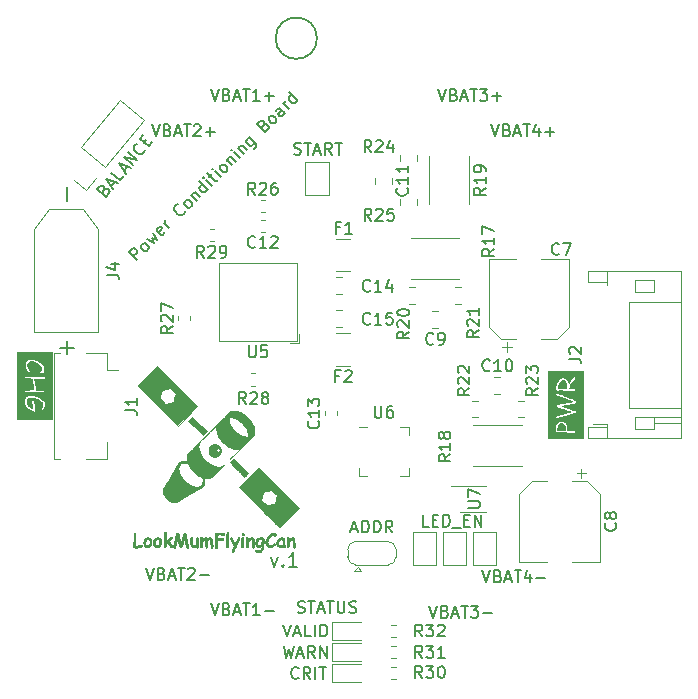
<source format=gbr>
%TF.GenerationSoftware,KiCad,Pcbnew,(5.1.6)-1*%
%TF.CreationDate,2020-12-16T03:52:29+01:00*%
%TF.ProjectId,bms,626d732e-6b69-4636-9164-5f7063625858,rev?*%
%TF.SameCoordinates,Original*%
%TF.FileFunction,Legend,Top*%
%TF.FilePolarity,Positive*%
%FSLAX46Y46*%
G04 Gerber Fmt 4.6, Leading zero omitted, Abs format (unit mm)*
G04 Created by KiCad (PCBNEW (5.1.6)-1) date 2020-12-16 03:52:29*
%MOMM*%
%LPD*%
G01*
G04 APERTURE LIST*
%ADD10C,0.150000*%
%ADD11C,0.010000*%
%ADD12C,0.120000*%
G04 APERTURE END LIST*
D10*
X105123809Y-112004761D02*
X105266666Y-112052380D01*
X105504761Y-112052380D01*
X105600000Y-112004761D01*
X105647619Y-111957142D01*
X105695238Y-111861904D01*
X105695238Y-111766666D01*
X105647619Y-111671428D01*
X105600000Y-111623809D01*
X105504761Y-111576190D01*
X105314285Y-111528571D01*
X105219047Y-111480952D01*
X105171428Y-111433333D01*
X105123809Y-111338095D01*
X105123809Y-111242857D01*
X105171428Y-111147619D01*
X105219047Y-111100000D01*
X105314285Y-111052380D01*
X105552380Y-111052380D01*
X105695238Y-111100000D01*
X105980952Y-111052380D02*
X106552380Y-111052380D01*
X106266666Y-112052380D02*
X106266666Y-111052380D01*
X106838095Y-111766666D02*
X107314285Y-111766666D01*
X106742857Y-112052380D02*
X107076190Y-111052380D01*
X107409523Y-112052380D01*
X107600000Y-111052380D02*
X108171428Y-111052380D01*
X107885714Y-112052380D02*
X107885714Y-111052380D01*
X108504761Y-111052380D02*
X108504761Y-111861904D01*
X108552380Y-111957142D01*
X108600000Y-112004761D01*
X108695238Y-112052380D01*
X108885714Y-112052380D01*
X108980952Y-112004761D01*
X109028571Y-111957142D01*
X109076190Y-111861904D01*
X109076190Y-111052380D01*
X109504761Y-112004761D02*
X109647619Y-112052380D01*
X109885714Y-112052380D01*
X109980952Y-112004761D01*
X110028571Y-111957142D01*
X110076190Y-111861904D01*
X110076190Y-111766666D01*
X110028571Y-111671428D01*
X109980952Y-111623809D01*
X109885714Y-111576190D01*
X109695238Y-111528571D01*
X109600000Y-111480952D01*
X109552380Y-111433333D01*
X109504761Y-111338095D01*
X109504761Y-111242857D01*
X109552380Y-111147619D01*
X109600000Y-111100000D01*
X109695238Y-111052380D01*
X109933333Y-111052380D01*
X110076190Y-111100000D01*
X91551859Y-82187903D02*
X90844752Y-81480796D01*
X91114126Y-81211422D01*
X91215142Y-81177751D01*
X91282485Y-81177751D01*
X91383500Y-81211422D01*
X91484516Y-81312438D01*
X91518187Y-81413453D01*
X91518187Y-81480796D01*
X91484516Y-81581812D01*
X91215142Y-81851186D01*
X92359981Y-81379781D02*
X92258966Y-81413453D01*
X92191622Y-81413453D01*
X92090607Y-81379781D01*
X91888577Y-81177751D01*
X91854905Y-81076735D01*
X91854905Y-81009392D01*
X91888577Y-80908377D01*
X91989592Y-80807361D01*
X92090607Y-80773690D01*
X92157951Y-80773690D01*
X92258966Y-80807361D01*
X92460996Y-81009392D01*
X92494668Y-81110407D01*
X92494668Y-81177751D01*
X92460996Y-81278766D01*
X92359981Y-81379781D01*
X92359981Y-80436972D02*
X92966073Y-80773690D01*
X92764042Y-80302285D01*
X93235447Y-80504316D01*
X92898729Y-79898224D01*
X93875210Y-79797209D02*
X93841538Y-79898224D01*
X93706851Y-80032911D01*
X93605836Y-80066583D01*
X93504821Y-80032911D01*
X93235447Y-79763537D01*
X93201775Y-79662522D01*
X93235447Y-79561507D01*
X93370134Y-79426820D01*
X93471149Y-79393148D01*
X93572164Y-79426820D01*
X93639508Y-79494163D01*
X93370134Y-79898224D01*
X94245599Y-79494163D02*
X93774195Y-79022759D01*
X93908882Y-79157446D02*
X93875210Y-79056430D01*
X93875210Y-78989087D01*
X93908882Y-78888072D01*
X93976225Y-78820728D01*
X95558798Y-78046278D02*
X95558798Y-78113621D01*
X95491454Y-78248308D01*
X95424111Y-78315652D01*
X95289424Y-78382995D01*
X95154736Y-78382995D01*
X95053721Y-78349324D01*
X94885362Y-78248308D01*
X94784347Y-78147293D01*
X94683332Y-77978934D01*
X94649660Y-77877919D01*
X94649660Y-77743232D01*
X94717004Y-77608545D01*
X94784347Y-77541201D01*
X94919034Y-77473858D01*
X94986378Y-77473858D01*
X96030202Y-77709560D02*
X95929187Y-77743232D01*
X95861843Y-77743232D01*
X95760828Y-77709560D01*
X95558798Y-77507530D01*
X95525126Y-77406514D01*
X95525126Y-77339171D01*
X95558798Y-77238156D01*
X95659813Y-77137140D01*
X95760828Y-77103469D01*
X95828172Y-77103469D01*
X95929187Y-77137140D01*
X96131217Y-77339171D01*
X96164889Y-77440186D01*
X96164889Y-77507530D01*
X96131217Y-77608545D01*
X96030202Y-77709560D01*
X96097546Y-76699408D02*
X96568950Y-77170812D01*
X96164889Y-76766751D02*
X96164889Y-76699408D01*
X96198561Y-76598392D01*
X96299576Y-76497377D01*
X96400591Y-76463705D01*
X96501607Y-76497377D01*
X96871996Y-76867766D01*
X97511759Y-76228003D02*
X96804652Y-75520896D01*
X97478087Y-76194331D02*
X97444416Y-76295347D01*
X97309729Y-76430034D01*
X97208713Y-76463705D01*
X97141370Y-76463705D01*
X97040355Y-76430034D01*
X96838324Y-76228003D01*
X96804652Y-76126988D01*
X96804652Y-76059644D01*
X96838324Y-75958629D01*
X96973011Y-75823942D01*
X97074026Y-75790270D01*
X97848477Y-75891286D02*
X97377072Y-75419881D01*
X97141370Y-75184179D02*
X97141370Y-75251522D01*
X97208713Y-75251522D01*
X97208713Y-75184179D01*
X97141370Y-75184179D01*
X97208713Y-75251522D01*
X97612774Y-75184179D02*
X97882148Y-74914805D01*
X97478087Y-74847461D02*
X98084179Y-75453553D01*
X98185194Y-75487225D01*
X98286209Y-75453553D01*
X98353553Y-75386209D01*
X98589255Y-75150507D02*
X98117851Y-74679103D01*
X97882148Y-74443400D02*
X97882148Y-74510744D01*
X97949492Y-74510744D01*
X97949492Y-74443400D01*
X97882148Y-74443400D01*
X97949492Y-74510744D01*
X99026988Y-74712774D02*
X98925973Y-74746446D01*
X98858629Y-74746446D01*
X98757614Y-74712774D01*
X98555583Y-74510744D01*
X98521912Y-74409729D01*
X98521912Y-74342385D01*
X98555583Y-74241370D01*
X98656599Y-74140355D01*
X98757614Y-74106683D01*
X98824957Y-74106683D01*
X98925973Y-74140355D01*
X99128003Y-74342385D01*
X99161675Y-74443400D01*
X99161675Y-74510744D01*
X99128003Y-74611759D01*
X99026988Y-74712774D01*
X99094331Y-73702622D02*
X99565736Y-74174026D01*
X99161675Y-73769965D02*
X99161675Y-73702622D01*
X99195347Y-73601607D01*
X99296362Y-73500591D01*
X99397377Y-73466920D01*
X99498392Y-73500591D01*
X99868782Y-73870981D01*
X100205499Y-73534263D02*
X99734095Y-73062859D01*
X99498392Y-72827156D02*
X99498392Y-72894500D01*
X99565736Y-72894500D01*
X99565736Y-72827156D01*
X99498392Y-72827156D01*
X99565736Y-72894500D01*
X100070812Y-72726141D02*
X100542217Y-73197546D01*
X100138156Y-72793485D02*
X100138156Y-72726141D01*
X100171827Y-72625126D01*
X100272843Y-72524111D01*
X100373858Y-72490439D01*
X100474873Y-72524111D01*
X100845263Y-72894500D01*
X101013621Y-71783332D02*
X101586041Y-72355752D01*
X101619713Y-72456767D01*
X101619713Y-72524111D01*
X101586041Y-72625126D01*
X101485026Y-72726141D01*
X101384011Y-72759813D01*
X101451354Y-72221065D02*
X101417682Y-72322080D01*
X101282995Y-72456767D01*
X101181980Y-72490439D01*
X101114637Y-72490439D01*
X101013621Y-72456767D01*
X100811591Y-72254736D01*
X100777919Y-72153721D01*
X100777919Y-72086378D01*
X100811591Y-71985362D01*
X100946278Y-71850675D01*
X101047293Y-71817004D01*
X102225804Y-70773179D02*
X102360491Y-70705836D01*
X102427835Y-70705836D01*
X102528850Y-70739508D01*
X102629865Y-70840523D01*
X102663537Y-70941538D01*
X102663537Y-71008882D01*
X102629865Y-71109897D01*
X102360491Y-71379271D01*
X101653385Y-70672164D01*
X101889087Y-70436462D01*
X101990102Y-70402790D01*
X102057446Y-70402790D01*
X102158461Y-70436462D01*
X102225804Y-70503805D01*
X102259476Y-70604821D01*
X102259476Y-70672164D01*
X102225804Y-70773179D01*
X101990102Y-71008882D01*
X103168613Y-70571149D02*
X103067598Y-70604821D01*
X103000255Y-70604821D01*
X102899239Y-70571149D01*
X102697209Y-70369118D01*
X102663537Y-70268103D01*
X102663537Y-70200760D01*
X102697209Y-70099744D01*
X102798224Y-69998729D01*
X102899239Y-69965057D01*
X102966583Y-69965057D01*
X103067598Y-69998729D01*
X103269629Y-70200760D01*
X103303300Y-70301775D01*
X103303300Y-70369118D01*
X103269629Y-70470134D01*
X103168613Y-70571149D01*
X104010407Y-69729355D02*
X103640018Y-69358966D01*
X103539003Y-69325294D01*
X103437987Y-69358966D01*
X103303300Y-69493653D01*
X103269629Y-69594668D01*
X103976735Y-69695683D02*
X103943064Y-69796699D01*
X103774705Y-69965057D01*
X103673690Y-69998729D01*
X103572674Y-69965057D01*
X103505331Y-69897714D01*
X103471659Y-69796699D01*
X103505331Y-69695683D01*
X103673690Y-69527325D01*
X103707361Y-69426309D01*
X104347125Y-69392638D02*
X103875720Y-68921233D01*
X104010407Y-69055920D02*
X103976735Y-68954905D01*
X103976735Y-68887561D01*
X104010407Y-68786546D01*
X104077751Y-68719203D01*
X105087903Y-68651859D02*
X104380796Y-67944752D01*
X105054231Y-68618187D02*
X105020560Y-68719203D01*
X104885873Y-68853890D01*
X104784857Y-68887561D01*
X104717514Y-68887561D01*
X104616499Y-68853890D01*
X104414468Y-68651859D01*
X104380796Y-68550844D01*
X104380796Y-68483500D01*
X104414468Y-68382485D01*
X104549155Y-68247798D01*
X104650170Y-68214126D01*
X102857142Y-107342857D02*
X103142857Y-108142857D01*
X103428571Y-107342857D01*
X103885714Y-108028571D02*
X103942857Y-108085714D01*
X103885714Y-108142857D01*
X103828571Y-108085714D01*
X103885714Y-108028571D01*
X103885714Y-108142857D01*
X105085714Y-108142857D02*
X104400000Y-108142857D01*
X104742857Y-108142857D02*
X104742857Y-106942857D01*
X104628571Y-107114285D01*
X104514285Y-107228571D01*
X104400000Y-107285714D01*
X116200000Y-104752380D02*
X115723809Y-104752380D01*
X115723809Y-103752380D01*
X116533333Y-104228571D02*
X116866666Y-104228571D01*
X117009523Y-104752380D02*
X116533333Y-104752380D01*
X116533333Y-103752380D01*
X117009523Y-103752380D01*
X117438095Y-104752380D02*
X117438095Y-103752380D01*
X117676190Y-103752380D01*
X117819047Y-103800000D01*
X117914285Y-103895238D01*
X117961904Y-103990476D01*
X118009523Y-104180952D01*
X118009523Y-104323809D01*
X117961904Y-104514285D01*
X117914285Y-104609523D01*
X117819047Y-104704761D01*
X117676190Y-104752380D01*
X117438095Y-104752380D01*
X118200000Y-104847619D02*
X118961904Y-104847619D01*
X119200000Y-104228571D02*
X119533333Y-104228571D01*
X119676190Y-104752380D02*
X119200000Y-104752380D01*
X119200000Y-103752380D01*
X119676190Y-103752380D01*
X120104761Y-104752380D02*
X120104761Y-103752380D01*
X120676190Y-104752380D01*
X120676190Y-103752380D01*
D11*
%TO.C,G\u002A\u002A\u002A*%
G36*
X96634205Y-94584211D02*
G01*
X94981573Y-96236843D01*
X93276315Y-94531578D01*
X92624221Y-93879481D01*
X93431578Y-93879481D01*
X93435209Y-93884367D01*
X93445691Y-93896037D01*
X93462406Y-93913855D01*
X93484739Y-93937188D01*
X93512073Y-93965398D01*
X93543791Y-93997853D01*
X93579277Y-94033915D01*
X93617913Y-94072951D01*
X93659083Y-94114324D01*
X93676928Y-94132191D01*
X93922277Y-94377582D01*
X93957191Y-94368480D01*
X93968642Y-94365458D01*
X93989231Y-94359982D01*
X94017930Y-94352329D01*
X94053709Y-94342774D01*
X94095541Y-94331590D01*
X94142396Y-94319054D01*
X94193246Y-94305440D01*
X94247062Y-94291024D01*
X94292105Y-94278951D01*
X94346329Y-94264405D01*
X94397440Y-94250677D01*
X94444547Y-94238008D01*
X94486759Y-94226638D01*
X94523186Y-94216807D01*
X94552937Y-94208755D01*
X94575121Y-94202723D01*
X94588849Y-94198951D01*
X94593244Y-94197684D01*
X94594765Y-94192593D01*
X94598780Y-94178174D01*
X94605061Y-94155265D01*
X94613380Y-94124709D01*
X94623510Y-94087344D01*
X94635223Y-94044010D01*
X94648292Y-93995548D01*
X94662489Y-93942797D01*
X94677586Y-93886598D01*
X94684519Y-93860757D01*
X94774655Y-93524669D01*
X94528117Y-93278227D01*
X94281578Y-93031784D01*
X93947368Y-93121470D01*
X93889979Y-93136911D01*
X93835603Y-93151620D01*
X93785092Y-93165360D01*
X93739297Y-93177898D01*
X93699069Y-93188997D01*
X93665260Y-93198423D01*
X93638720Y-93205940D01*
X93620301Y-93211312D01*
X93610855Y-93214305D01*
X93609774Y-93214789D01*
X93607862Y-93220367D01*
X93603544Y-93235085D01*
X93597100Y-93257905D01*
X93588807Y-93287788D01*
X93578944Y-93323695D01*
X93567789Y-93364588D01*
X93555622Y-93409429D01*
X93542719Y-93457178D01*
X93529360Y-93506797D01*
X93515824Y-93557249D01*
X93502387Y-93607493D01*
X93489330Y-93656493D01*
X93476930Y-93703209D01*
X93465465Y-93746602D01*
X93455215Y-93785635D01*
X93446457Y-93819268D01*
X93439470Y-93846464D01*
X93434533Y-93866183D01*
X93431923Y-93877387D01*
X93431578Y-93879481D01*
X92624221Y-93879481D01*
X91571057Y-92826314D01*
X92397373Y-91999999D01*
X93223689Y-91173683D01*
X96634205Y-94584211D01*
G37*
X96634205Y-94584211D02*
X94981573Y-96236843D01*
X93276315Y-94531578D01*
X92624221Y-93879481D01*
X93431578Y-93879481D01*
X93435209Y-93884367D01*
X93445691Y-93896037D01*
X93462406Y-93913855D01*
X93484739Y-93937188D01*
X93512073Y-93965398D01*
X93543791Y-93997853D01*
X93579277Y-94033915D01*
X93617913Y-94072951D01*
X93659083Y-94114324D01*
X93676928Y-94132191D01*
X93922277Y-94377582D01*
X93957191Y-94368480D01*
X93968642Y-94365458D01*
X93989231Y-94359982D01*
X94017930Y-94352329D01*
X94053709Y-94342774D01*
X94095541Y-94331590D01*
X94142396Y-94319054D01*
X94193246Y-94305440D01*
X94247062Y-94291024D01*
X94292105Y-94278951D01*
X94346329Y-94264405D01*
X94397440Y-94250677D01*
X94444547Y-94238008D01*
X94486759Y-94226638D01*
X94523186Y-94216807D01*
X94552937Y-94208755D01*
X94575121Y-94202723D01*
X94588849Y-94198951D01*
X94593244Y-94197684D01*
X94594765Y-94192593D01*
X94598780Y-94178174D01*
X94605061Y-94155265D01*
X94613380Y-94124709D01*
X94623510Y-94087344D01*
X94635223Y-94044010D01*
X94648292Y-93995548D01*
X94662489Y-93942797D01*
X94677586Y-93886598D01*
X94684519Y-93860757D01*
X94774655Y-93524669D01*
X94528117Y-93278227D01*
X94281578Y-93031784D01*
X93947368Y-93121470D01*
X93889979Y-93136911D01*
X93835603Y-93151620D01*
X93785092Y-93165360D01*
X93739297Y-93177898D01*
X93699069Y-93188997D01*
X93665260Y-93198423D01*
X93638720Y-93205940D01*
X93620301Y-93211312D01*
X93610855Y-93214305D01*
X93609774Y-93214789D01*
X93607862Y-93220367D01*
X93603544Y-93235085D01*
X93597100Y-93257905D01*
X93588807Y-93287788D01*
X93578944Y-93323695D01*
X93567789Y-93364588D01*
X93555622Y-93409429D01*
X93542719Y-93457178D01*
X93529360Y-93506797D01*
X93515824Y-93557249D01*
X93502387Y-93607493D01*
X93489330Y-93656493D01*
X93476930Y-93703209D01*
X93465465Y-93746602D01*
X93455215Y-93785635D01*
X93446457Y-93819268D01*
X93439470Y-93846464D01*
X93434533Y-93866183D01*
X93431923Y-93877387D01*
X93431578Y-93879481D01*
X92624221Y-93879481D01*
X91571057Y-92826314D01*
X92397373Y-91999999D01*
X93223689Y-91173683D01*
X96634205Y-94584211D01*
G36*
X96802649Y-96078971D02*
G01*
X97410554Y-96686876D01*
X97246047Y-96851321D01*
X97081539Y-97015767D01*
X96473674Y-96407884D01*
X95865808Y-95800001D01*
X96194744Y-95471065D01*
X96802649Y-96078971D01*
G37*
X96802649Y-96078971D02*
X97410554Y-96686876D01*
X97246047Y-96851321D01*
X97081539Y-97015767D01*
X96473674Y-96407884D01*
X95865808Y-95800001D01*
X96194744Y-95471065D01*
X96802649Y-96078971D01*
G36*
X98141251Y-97784644D02*
G01*
X98215285Y-97796257D01*
X98284157Y-97816972D01*
X98348374Y-97847022D01*
X98408441Y-97886641D01*
X98459699Y-97930985D01*
X98508569Y-97985389D01*
X98548509Y-98044447D01*
X98579515Y-98107231D01*
X98601581Y-98172815D01*
X98614703Y-98240272D01*
X98618875Y-98308674D01*
X98614095Y-98377095D01*
X98600355Y-98444608D01*
X98577652Y-98510285D01*
X98545981Y-98573200D01*
X98505338Y-98632425D01*
X98463557Y-98679347D01*
X98407315Y-98728378D01*
X98345770Y-98768418D01*
X98279385Y-98799201D01*
X98226315Y-98816153D01*
X98187922Y-98823697D01*
X98143112Y-98828485D01*
X98095459Y-98830435D01*
X98048540Y-98829468D01*
X98005929Y-98825503D01*
X97983710Y-98821607D01*
X97913190Y-98801063D01*
X97847253Y-98771554D01*
X97786594Y-98733819D01*
X97731903Y-98688594D01*
X97683875Y-98636618D01*
X97643201Y-98578630D01*
X97610573Y-98515367D01*
X97586685Y-98447567D01*
X97573380Y-98384303D01*
X97569922Y-98346674D01*
X97569292Y-98303793D01*
X97571090Y-98264191D01*
X98237978Y-98264191D01*
X98241161Y-98297124D01*
X98253205Y-98329240D01*
X98274519Y-98359067D01*
X98278678Y-98363390D01*
X98308787Y-98387146D01*
X98341430Y-98400687D01*
X98376693Y-98404036D01*
X98413748Y-98397486D01*
X98446410Y-98382583D01*
X98473175Y-98359798D01*
X98492945Y-98330618D01*
X98504622Y-98296528D01*
X98507391Y-98270682D01*
X98503029Y-98234307D01*
X98489454Y-98201555D01*
X98467723Y-98173720D01*
X98438888Y-98152097D01*
X98404005Y-98137983D01*
X98398225Y-98136573D01*
X98378989Y-98133285D01*
X98362664Y-98133729D01*
X98343304Y-98138142D01*
X98340725Y-98138883D01*
X98305712Y-98153783D01*
X98277523Y-98175238D01*
X98256567Y-98201774D01*
X98243249Y-98231916D01*
X98237978Y-98264191D01*
X97571090Y-98264191D01*
X97571306Y-98259446D01*
X97575780Y-98217421D01*
X97582529Y-98181504D01*
X97583420Y-98178024D01*
X97607246Y-98107384D01*
X97639493Y-98042266D01*
X97679422Y-97983192D01*
X97726292Y-97930683D01*
X97779364Y-97885261D01*
X97837899Y-97847447D01*
X97901156Y-97817764D01*
X97968396Y-97796732D01*
X98038878Y-97784873D01*
X98111864Y-97782710D01*
X98141251Y-97784644D01*
G37*
X98141251Y-97784644D02*
X98215285Y-97796257D01*
X98284157Y-97816972D01*
X98348374Y-97847022D01*
X98408441Y-97886641D01*
X98459699Y-97930985D01*
X98508569Y-97985389D01*
X98548509Y-98044447D01*
X98579515Y-98107231D01*
X98601581Y-98172815D01*
X98614703Y-98240272D01*
X98618875Y-98308674D01*
X98614095Y-98377095D01*
X98600355Y-98444608D01*
X98577652Y-98510285D01*
X98545981Y-98573200D01*
X98505338Y-98632425D01*
X98463557Y-98679347D01*
X98407315Y-98728378D01*
X98345770Y-98768418D01*
X98279385Y-98799201D01*
X98226315Y-98816153D01*
X98187922Y-98823697D01*
X98143112Y-98828485D01*
X98095459Y-98830435D01*
X98048540Y-98829468D01*
X98005929Y-98825503D01*
X97983710Y-98821607D01*
X97913190Y-98801063D01*
X97847253Y-98771554D01*
X97786594Y-98733819D01*
X97731903Y-98688594D01*
X97683875Y-98636618D01*
X97643201Y-98578630D01*
X97610573Y-98515367D01*
X97586685Y-98447567D01*
X97573380Y-98384303D01*
X97569922Y-98346674D01*
X97569292Y-98303793D01*
X97571090Y-98264191D01*
X98237978Y-98264191D01*
X98241161Y-98297124D01*
X98253205Y-98329240D01*
X98274519Y-98359067D01*
X98278678Y-98363390D01*
X98308787Y-98387146D01*
X98341430Y-98400687D01*
X98376693Y-98404036D01*
X98413748Y-98397486D01*
X98446410Y-98382583D01*
X98473175Y-98359798D01*
X98492945Y-98330618D01*
X98504622Y-98296528D01*
X98507391Y-98270682D01*
X98503029Y-98234307D01*
X98489454Y-98201555D01*
X98467723Y-98173720D01*
X98438888Y-98152097D01*
X98404005Y-98137983D01*
X98398225Y-98136573D01*
X98378989Y-98133285D01*
X98362664Y-98133729D01*
X98343304Y-98138142D01*
X98340725Y-98138883D01*
X98305712Y-98153783D01*
X98277523Y-98175238D01*
X98256567Y-98201774D01*
X98243249Y-98231916D01*
X98237978Y-98264191D01*
X97571090Y-98264191D01*
X97571306Y-98259446D01*
X97575780Y-98217421D01*
X97582529Y-98181504D01*
X97583420Y-98178024D01*
X97607246Y-98107384D01*
X97639493Y-98042266D01*
X97679422Y-97983192D01*
X97726292Y-97930683D01*
X97779364Y-97885261D01*
X97837899Y-97847447D01*
X97901156Y-97817764D01*
X97968396Y-97796732D01*
X98038878Y-97784873D01*
X98111864Y-97782710D01*
X98141251Y-97784644D01*
G36*
X99782103Y-94944646D02*
G01*
X99873751Y-94954598D01*
X99968281Y-94973010D01*
X100065185Y-94999769D01*
X100163956Y-95034761D01*
X100264087Y-95077875D01*
X100365070Y-95128996D01*
X100466398Y-95188013D01*
X100534273Y-95231945D01*
X100614044Y-95288035D01*
X100689189Y-95345968D01*
X100762192Y-95407817D01*
X100835533Y-95475654D01*
X100887819Y-95527225D01*
X100945333Y-95586572D01*
X100996260Y-95642122D01*
X101042557Y-95696233D01*
X101086177Y-95751259D01*
X101129076Y-95809559D01*
X101164976Y-95861296D01*
X101231911Y-95966288D01*
X101290546Y-96071518D01*
X101340686Y-96176418D01*
X101382138Y-96280418D01*
X101414706Y-96382951D01*
X101438199Y-96483447D01*
X101452421Y-96581338D01*
X101457179Y-96676054D01*
X101456261Y-96715789D01*
X101448609Y-96797906D01*
X101433447Y-96873098D01*
X101410553Y-96942033D01*
X101379709Y-97005379D01*
X101342460Y-97061494D01*
X101335844Y-97069010D01*
X101321949Y-97083760D01*
X101300961Y-97105557D01*
X101273065Y-97134214D01*
X101238449Y-97169545D01*
X101197297Y-97211361D01*
X101149796Y-97259477D01*
X101096131Y-97313703D01*
X101036489Y-97373855D01*
X100971056Y-97439743D01*
X100900016Y-97511182D01*
X100823557Y-97587984D01*
X100741864Y-97669962D01*
X100655122Y-97756928D01*
X100563519Y-97848696D01*
X100467240Y-97945079D01*
X100366470Y-98045889D01*
X100261396Y-98150939D01*
X100152203Y-98260043D01*
X100099023Y-98313157D01*
X100012112Y-98399943D01*
X99930691Y-98481235D01*
X99854852Y-98556941D01*
X99784687Y-98626969D01*
X99720286Y-98691230D01*
X99661743Y-98749631D01*
X99609149Y-98802081D01*
X99562596Y-98848489D01*
X99522175Y-98888764D01*
X99487979Y-98922814D01*
X99460099Y-98950549D01*
X99438626Y-98971876D01*
X99423654Y-98986706D01*
X99415273Y-98994946D01*
X99413576Y-98996505D01*
X99418654Y-98991292D01*
X99430598Y-98979216D01*
X99449502Y-98960185D01*
X99475457Y-98934109D01*
X99508553Y-98900896D01*
X99548884Y-98860454D01*
X99596542Y-98812694D01*
X99613152Y-98796052D01*
X99686019Y-98723030D01*
X99756837Y-98652020D01*
X99825251Y-98583376D01*
X99890910Y-98517457D01*
X99953457Y-98454618D01*
X100012541Y-98395216D01*
X100067807Y-98339607D01*
X100118902Y-98288147D01*
X100165471Y-98241194D01*
X100207161Y-98199104D01*
X100243619Y-98162233D01*
X100274490Y-98130938D01*
X100299421Y-98105574D01*
X100318058Y-98086500D01*
X100330048Y-98074070D01*
X100335037Y-98068642D01*
X100335151Y-98068421D01*
X100328655Y-98071180D01*
X100316832Y-98078223D01*
X100308843Y-98083516D01*
X100247324Y-98119360D01*
X100179273Y-98146957D01*
X100104705Y-98166304D01*
X100023632Y-98177396D01*
X99950000Y-98180331D01*
X99861215Y-98176712D01*
X99773172Y-98165666D01*
X99684140Y-98146841D01*
X99592390Y-98119887D01*
X99515789Y-98092203D01*
X99460682Y-98068307D01*
X100337400Y-98068307D01*
X100337638Y-98068421D01*
X100342644Y-98064977D01*
X100351404Y-98056555D01*
X100352631Y-98055263D01*
X100360140Y-98046566D01*
X100362599Y-98042218D01*
X100362361Y-98042105D01*
X100357355Y-98045549D01*
X100348595Y-98053970D01*
X100347368Y-98055263D01*
X100339859Y-98063959D01*
X100337400Y-98068307D01*
X99460682Y-98068307D01*
X99396250Y-98040368D01*
X99278339Y-97978790D01*
X99162803Y-97908212D01*
X99050390Y-97829380D01*
X98941849Y-97743039D01*
X98837928Y-97649934D01*
X98739374Y-97550811D01*
X98646936Y-97446414D01*
X98561362Y-97337489D01*
X98483400Y-97224781D01*
X98413797Y-97109035D01*
X98353303Y-96990997D01*
X98310442Y-96891552D01*
X98275051Y-96791923D01*
X98248139Y-96694666D01*
X98229712Y-96600251D01*
X98219775Y-96509148D01*
X98218336Y-96421830D01*
X98225399Y-96338766D01*
X98240973Y-96260428D01*
X98265062Y-96187288D01*
X98297674Y-96119814D01*
X98300079Y-96115653D01*
X98310659Y-96098212D01*
X98319728Y-96084472D01*
X98325647Y-96076886D01*
X98326395Y-96076266D01*
X98331384Y-96068619D01*
X98331578Y-96066801D01*
X98327916Y-96069828D01*
X98317168Y-96079946D01*
X98299689Y-96096803D01*
X98275835Y-96120045D01*
X98245965Y-96149320D01*
X98210432Y-96184276D01*
X98169595Y-96224559D01*
X98123809Y-96269818D01*
X98073430Y-96319700D01*
X98018816Y-96373852D01*
X97960321Y-96431921D01*
X97898303Y-96493556D01*
X97833118Y-96558403D01*
X97765122Y-96626110D01*
X97694671Y-96696323D01*
X97622122Y-96768692D01*
X97603930Y-96786849D01*
X96876281Y-97513157D01*
X97631290Y-96756914D01*
X97705686Y-96682436D01*
X97778126Y-96609993D01*
X97848260Y-96539934D01*
X97915733Y-96472608D01*
X97980196Y-96408363D01*
X98041296Y-96347547D01*
X98098681Y-96290510D01*
X98152000Y-96237601D01*
X98200900Y-96189167D01*
X98245029Y-96145557D01*
X98284037Y-96107121D01*
X98317570Y-96074207D01*
X98338765Y-96053519D01*
X98333395Y-96060255D01*
X98332579Y-96063157D01*
X98337655Y-96059699D01*
X98344736Y-96052631D01*
X98350814Y-96045007D01*
X98351631Y-96042105D01*
X98347825Y-96044699D01*
X98366807Y-96026338D01*
X98381807Y-96012081D01*
X98389925Y-96004741D01*
X98391331Y-96003779D01*
X98394020Y-96003564D01*
X98393133Y-96001664D01*
X98396381Y-95997363D01*
X98406651Y-95986094D01*
X98423498Y-95968306D01*
X98446478Y-95944451D01*
X98475149Y-95914980D01*
X98509065Y-95880344D01*
X98547783Y-95840995D01*
X98590859Y-95797383D01*
X98637849Y-95749961D01*
X98688308Y-95699179D01*
X98741793Y-95645489D01*
X98772323Y-95614915D01*
X99271274Y-95614915D01*
X99271500Y-95655350D01*
X99272098Y-95687363D01*
X99273217Y-95713056D01*
X99275004Y-95734529D01*
X99277609Y-95753885D01*
X99281178Y-95773225D01*
X99283048Y-95782069D01*
X99299673Y-95851607D01*
X99318530Y-95916233D01*
X99340744Y-95979110D01*
X99367443Y-96043401D01*
X99399752Y-96112269D01*
X99402785Y-96118421D01*
X99459089Y-96222948D01*
X99522774Y-96324454D01*
X99593165Y-96422416D01*
X99669587Y-96516313D01*
X99751364Y-96605621D01*
X99837821Y-96689820D01*
X99928282Y-96768386D01*
X100022071Y-96840798D01*
X100118513Y-96906533D01*
X100216932Y-96965068D01*
X100316653Y-97015883D01*
X100417000Y-97058454D01*
X100517297Y-97092260D01*
X100616869Y-97116778D01*
X100713157Y-97131297D01*
X100738097Y-97132984D01*
X100768346Y-97133776D01*
X100800973Y-97133726D01*
X100833050Y-97132891D01*
X100861645Y-97131323D01*
X100883827Y-97129078D01*
X100890223Y-97128007D01*
X100898031Y-97125646D01*
X100902764Y-97120751D01*
X100905667Y-97110756D01*
X100907981Y-97093090D01*
X100908230Y-97090785D01*
X100910159Y-97059419D01*
X100910337Y-97020811D01*
X100908934Y-96978066D01*
X100906118Y-96934292D01*
X100902057Y-96892595D01*
X100896919Y-96856084D01*
X100894910Y-96845169D01*
X100868549Y-96738234D01*
X100832035Y-96630897D01*
X100785698Y-96523736D01*
X100729865Y-96417329D01*
X100664866Y-96312255D01*
X100591029Y-96209090D01*
X100508683Y-96108412D01*
X100423809Y-96016557D01*
X100340642Y-95935080D01*
X100258657Y-95862170D01*
X100175927Y-95796337D01*
X100090525Y-95736090D01*
X100000524Y-95679940D01*
X99954059Y-95653414D01*
X99878841Y-95614817D01*
X99799617Y-95579982D01*
X99718668Y-95549697D01*
X99638280Y-95524748D01*
X99560735Y-95505923D01*
X99493465Y-95494638D01*
X99472713Y-95492724D01*
X99446631Y-95491363D01*
X99417140Y-95490538D01*
X99386164Y-95490233D01*
X99355626Y-95490431D01*
X99327448Y-95491117D01*
X99303555Y-95492274D01*
X99285869Y-95493885D01*
X99276312Y-95495934D01*
X99275438Y-95496494D01*
X99274159Y-95502836D01*
X99273048Y-95518111D01*
X99272160Y-95540728D01*
X99271551Y-95569093D01*
X99271278Y-95601615D01*
X99271274Y-95614915D01*
X98772323Y-95614915D01*
X98797861Y-95589341D01*
X98854162Y-95533088D01*
X98925437Y-95461958D01*
X98989703Y-95397864D01*
X99047401Y-95340408D01*
X99098974Y-95289189D01*
X99144864Y-95243811D01*
X99185513Y-95203873D01*
X99221363Y-95168978D01*
X99252857Y-95138726D01*
X99280436Y-95112719D01*
X99304543Y-95090557D01*
X99325619Y-95071843D01*
X99344108Y-95056177D01*
X99360451Y-95043161D01*
X99375091Y-95032395D01*
X99388469Y-95023482D01*
X99401027Y-95016022D01*
X99413209Y-95009616D01*
X99425455Y-95003866D01*
X99438209Y-94998374D01*
X99451912Y-94992739D01*
X99454479Y-94991693D01*
X99529525Y-94966677D01*
X99609482Y-94950573D01*
X99693844Y-94943267D01*
X99782103Y-94944646D01*
G37*
X99782103Y-94944646D02*
X99873751Y-94954598D01*
X99968281Y-94973010D01*
X100065185Y-94999769D01*
X100163956Y-95034761D01*
X100264087Y-95077875D01*
X100365070Y-95128996D01*
X100466398Y-95188013D01*
X100534273Y-95231945D01*
X100614044Y-95288035D01*
X100689189Y-95345968D01*
X100762192Y-95407817D01*
X100835533Y-95475654D01*
X100887819Y-95527225D01*
X100945333Y-95586572D01*
X100996260Y-95642122D01*
X101042557Y-95696233D01*
X101086177Y-95751259D01*
X101129076Y-95809559D01*
X101164976Y-95861296D01*
X101231911Y-95966288D01*
X101290546Y-96071518D01*
X101340686Y-96176418D01*
X101382138Y-96280418D01*
X101414706Y-96382951D01*
X101438199Y-96483447D01*
X101452421Y-96581338D01*
X101457179Y-96676054D01*
X101456261Y-96715789D01*
X101448609Y-96797906D01*
X101433447Y-96873098D01*
X101410553Y-96942033D01*
X101379709Y-97005379D01*
X101342460Y-97061494D01*
X101335844Y-97069010D01*
X101321949Y-97083760D01*
X101300961Y-97105557D01*
X101273065Y-97134214D01*
X101238449Y-97169545D01*
X101197297Y-97211361D01*
X101149796Y-97259477D01*
X101096131Y-97313703D01*
X101036489Y-97373855D01*
X100971056Y-97439743D01*
X100900016Y-97511182D01*
X100823557Y-97587984D01*
X100741864Y-97669962D01*
X100655122Y-97756928D01*
X100563519Y-97848696D01*
X100467240Y-97945079D01*
X100366470Y-98045889D01*
X100261396Y-98150939D01*
X100152203Y-98260043D01*
X100099023Y-98313157D01*
X100012112Y-98399943D01*
X99930691Y-98481235D01*
X99854852Y-98556941D01*
X99784687Y-98626969D01*
X99720286Y-98691230D01*
X99661743Y-98749631D01*
X99609149Y-98802081D01*
X99562596Y-98848489D01*
X99522175Y-98888764D01*
X99487979Y-98922814D01*
X99460099Y-98950549D01*
X99438626Y-98971876D01*
X99423654Y-98986706D01*
X99415273Y-98994946D01*
X99413576Y-98996505D01*
X99418654Y-98991292D01*
X99430598Y-98979216D01*
X99449502Y-98960185D01*
X99475457Y-98934109D01*
X99508553Y-98900896D01*
X99548884Y-98860454D01*
X99596542Y-98812694D01*
X99613152Y-98796052D01*
X99686019Y-98723030D01*
X99756837Y-98652020D01*
X99825251Y-98583376D01*
X99890910Y-98517457D01*
X99953457Y-98454618D01*
X100012541Y-98395216D01*
X100067807Y-98339607D01*
X100118902Y-98288147D01*
X100165471Y-98241194D01*
X100207161Y-98199104D01*
X100243619Y-98162233D01*
X100274490Y-98130938D01*
X100299421Y-98105574D01*
X100318058Y-98086500D01*
X100330048Y-98074070D01*
X100335037Y-98068642D01*
X100335151Y-98068421D01*
X100328655Y-98071180D01*
X100316832Y-98078223D01*
X100308843Y-98083516D01*
X100247324Y-98119360D01*
X100179273Y-98146957D01*
X100104705Y-98166304D01*
X100023632Y-98177396D01*
X99950000Y-98180331D01*
X99861215Y-98176712D01*
X99773172Y-98165666D01*
X99684140Y-98146841D01*
X99592390Y-98119887D01*
X99515789Y-98092203D01*
X99460682Y-98068307D01*
X100337400Y-98068307D01*
X100337638Y-98068421D01*
X100342644Y-98064977D01*
X100351404Y-98056555D01*
X100352631Y-98055263D01*
X100360140Y-98046566D01*
X100362599Y-98042218D01*
X100362361Y-98042105D01*
X100357355Y-98045549D01*
X100348595Y-98053970D01*
X100347368Y-98055263D01*
X100339859Y-98063959D01*
X100337400Y-98068307D01*
X99460682Y-98068307D01*
X99396250Y-98040368D01*
X99278339Y-97978790D01*
X99162803Y-97908212D01*
X99050390Y-97829380D01*
X98941849Y-97743039D01*
X98837928Y-97649934D01*
X98739374Y-97550811D01*
X98646936Y-97446414D01*
X98561362Y-97337489D01*
X98483400Y-97224781D01*
X98413797Y-97109035D01*
X98353303Y-96990997D01*
X98310442Y-96891552D01*
X98275051Y-96791923D01*
X98248139Y-96694666D01*
X98229712Y-96600251D01*
X98219775Y-96509148D01*
X98218336Y-96421830D01*
X98225399Y-96338766D01*
X98240973Y-96260428D01*
X98265062Y-96187288D01*
X98297674Y-96119814D01*
X98300079Y-96115653D01*
X98310659Y-96098212D01*
X98319728Y-96084472D01*
X98325647Y-96076886D01*
X98326395Y-96076266D01*
X98331384Y-96068619D01*
X98331578Y-96066801D01*
X98327916Y-96069828D01*
X98317168Y-96079946D01*
X98299689Y-96096803D01*
X98275835Y-96120045D01*
X98245965Y-96149320D01*
X98210432Y-96184276D01*
X98169595Y-96224559D01*
X98123809Y-96269818D01*
X98073430Y-96319700D01*
X98018816Y-96373852D01*
X97960321Y-96431921D01*
X97898303Y-96493556D01*
X97833118Y-96558403D01*
X97765122Y-96626110D01*
X97694671Y-96696323D01*
X97622122Y-96768692D01*
X97603930Y-96786849D01*
X96876281Y-97513157D01*
X97631290Y-96756914D01*
X97705686Y-96682436D01*
X97778126Y-96609993D01*
X97848260Y-96539934D01*
X97915733Y-96472608D01*
X97980196Y-96408363D01*
X98041296Y-96347547D01*
X98098681Y-96290510D01*
X98152000Y-96237601D01*
X98200900Y-96189167D01*
X98245029Y-96145557D01*
X98284037Y-96107121D01*
X98317570Y-96074207D01*
X98338765Y-96053519D01*
X98333395Y-96060255D01*
X98332579Y-96063157D01*
X98337655Y-96059699D01*
X98344736Y-96052631D01*
X98350814Y-96045007D01*
X98351631Y-96042105D01*
X98347825Y-96044699D01*
X98366807Y-96026338D01*
X98381807Y-96012081D01*
X98389925Y-96004741D01*
X98391331Y-96003779D01*
X98394020Y-96003564D01*
X98393133Y-96001664D01*
X98396381Y-95997363D01*
X98406651Y-95986094D01*
X98423498Y-95968306D01*
X98446478Y-95944451D01*
X98475149Y-95914980D01*
X98509065Y-95880344D01*
X98547783Y-95840995D01*
X98590859Y-95797383D01*
X98637849Y-95749961D01*
X98688308Y-95699179D01*
X98741793Y-95645489D01*
X98772323Y-95614915D01*
X99271274Y-95614915D01*
X99271500Y-95655350D01*
X99272098Y-95687363D01*
X99273217Y-95713056D01*
X99275004Y-95734529D01*
X99277609Y-95753885D01*
X99281178Y-95773225D01*
X99283048Y-95782069D01*
X99299673Y-95851607D01*
X99318530Y-95916233D01*
X99340744Y-95979110D01*
X99367443Y-96043401D01*
X99399752Y-96112269D01*
X99402785Y-96118421D01*
X99459089Y-96222948D01*
X99522774Y-96324454D01*
X99593165Y-96422416D01*
X99669587Y-96516313D01*
X99751364Y-96605621D01*
X99837821Y-96689820D01*
X99928282Y-96768386D01*
X100022071Y-96840798D01*
X100118513Y-96906533D01*
X100216932Y-96965068D01*
X100316653Y-97015883D01*
X100417000Y-97058454D01*
X100517297Y-97092260D01*
X100616869Y-97116778D01*
X100713157Y-97131297D01*
X100738097Y-97132984D01*
X100768346Y-97133776D01*
X100800973Y-97133726D01*
X100833050Y-97132891D01*
X100861645Y-97131323D01*
X100883827Y-97129078D01*
X100890223Y-97128007D01*
X100898031Y-97125646D01*
X100902764Y-97120751D01*
X100905667Y-97110756D01*
X100907981Y-97093090D01*
X100908230Y-97090785D01*
X100910159Y-97059419D01*
X100910337Y-97020811D01*
X100908934Y-96978066D01*
X100906118Y-96934292D01*
X100902057Y-96892595D01*
X100896919Y-96856084D01*
X100894910Y-96845169D01*
X100868549Y-96738234D01*
X100832035Y-96630897D01*
X100785698Y-96523736D01*
X100729865Y-96417329D01*
X100664866Y-96312255D01*
X100591029Y-96209090D01*
X100508683Y-96108412D01*
X100423809Y-96016557D01*
X100340642Y-95935080D01*
X100258657Y-95862170D01*
X100175927Y-95796337D01*
X100090525Y-95736090D01*
X100000524Y-95679940D01*
X99954059Y-95653414D01*
X99878841Y-95614817D01*
X99799617Y-95579982D01*
X99718668Y-95549697D01*
X99638280Y-95524748D01*
X99560735Y-95505923D01*
X99493465Y-95494638D01*
X99472713Y-95492724D01*
X99446631Y-95491363D01*
X99417140Y-95490538D01*
X99386164Y-95490233D01*
X99355626Y-95490431D01*
X99327448Y-95491117D01*
X99303555Y-95492274D01*
X99285869Y-95493885D01*
X99276312Y-95495934D01*
X99275438Y-95496494D01*
X99274159Y-95502836D01*
X99273048Y-95518111D01*
X99272160Y-95540728D01*
X99271551Y-95569093D01*
X99271278Y-95601615D01*
X99271274Y-95614915D01*
X98772323Y-95614915D01*
X98797861Y-95589341D01*
X98854162Y-95533088D01*
X98925437Y-95461958D01*
X98989703Y-95397864D01*
X99047401Y-95340408D01*
X99098974Y-95289189D01*
X99144864Y-95243811D01*
X99185513Y-95203873D01*
X99221363Y-95168978D01*
X99252857Y-95138726D01*
X99280436Y-95112719D01*
X99304543Y-95090557D01*
X99325619Y-95071843D01*
X99344108Y-95056177D01*
X99360451Y-95043161D01*
X99375091Y-95032395D01*
X99388469Y-95023482D01*
X99401027Y-95016022D01*
X99413209Y-95009616D01*
X99425455Y-95003866D01*
X99438209Y-94998374D01*
X99451912Y-94992739D01*
X99454479Y-94991693D01*
X99529525Y-94966677D01*
X99609482Y-94950573D01*
X99693844Y-94943267D01*
X99782103Y-94944646D01*
G36*
X100928906Y-100205239D02*
G01*
X100765801Y-100368409D01*
X100731669Y-100402488D01*
X100699825Y-100434154D01*
X100671039Y-100462653D01*
X100646079Y-100487229D01*
X100625713Y-100507127D01*
X100610710Y-100521592D01*
X100601839Y-100529869D01*
X100599698Y-100531578D01*
X100595722Y-100527908D01*
X100584721Y-100517160D01*
X100567088Y-100499724D01*
X100543213Y-100475993D01*
X100513488Y-100446359D01*
X100478304Y-100411214D01*
X100438052Y-100370949D01*
X100393124Y-100325957D01*
X100343911Y-100276629D01*
X100290805Y-100223357D01*
X100234196Y-100166534D01*
X100174477Y-100106550D01*
X100112038Y-100043798D01*
X100047271Y-99978670D01*
X99992201Y-99923265D01*
X99387700Y-99314951D01*
X99713176Y-98989475D01*
X100928906Y-100205239D01*
G37*
X100928906Y-100205239D02*
X100765801Y-100368409D01*
X100731669Y-100402488D01*
X100699825Y-100434154D01*
X100671039Y-100462653D01*
X100646079Y-100487229D01*
X100625713Y-100507127D01*
X100610710Y-100521592D01*
X100601839Y-100529869D01*
X100599698Y-100531578D01*
X100595722Y-100527908D01*
X100584721Y-100517160D01*
X100567088Y-100499724D01*
X100543213Y-100475993D01*
X100513488Y-100446359D01*
X100478304Y-100411214D01*
X100438052Y-100370949D01*
X100393124Y-100325957D01*
X100343911Y-100276629D01*
X100290805Y-100223357D01*
X100234196Y-100166534D01*
X100174477Y-100106550D01*
X100112038Y-100043798D01*
X100047271Y-99978670D01*
X99992201Y-99923265D01*
X99387700Y-99314951D01*
X99713176Y-98989475D01*
X100928906Y-100205239D01*
G36*
X96849588Y-97544767D02*
G01*
X96809349Y-97599204D01*
X96777154Y-97654721D01*
X96752441Y-97712923D01*
X96734644Y-97775418D01*
X96723199Y-97843814D01*
X96717544Y-97919717D01*
X96717491Y-97921181D01*
X96716646Y-97985368D01*
X96719226Y-98043720D01*
X96725606Y-98100475D01*
X96736159Y-98159871D01*
X96740218Y-98178947D01*
X96769195Y-98288549D01*
X96807593Y-98397965D01*
X96854812Y-98506623D01*
X96910252Y-98613954D01*
X96973312Y-98719388D01*
X97043392Y-98822355D01*
X97119892Y-98922286D01*
X97202211Y-99018610D01*
X97289748Y-99110758D01*
X97381904Y-99198159D01*
X97478078Y-99280245D01*
X97577670Y-99356444D01*
X97680079Y-99426188D01*
X97784705Y-99488906D01*
X97890947Y-99544029D01*
X97998205Y-99590986D01*
X98105880Y-99629208D01*
X98213369Y-99658124D01*
X98318421Y-99676948D01*
X98353689Y-99680397D01*
X98394669Y-99682410D01*
X98438788Y-99683037D01*
X98483478Y-99682331D01*
X98526167Y-99680343D01*
X98564285Y-99677126D01*
X98595261Y-99672730D01*
X98602631Y-99671222D01*
X98662034Y-99655454D01*
X98715838Y-99635606D01*
X98766905Y-99610308D01*
X98818096Y-99578192D01*
X98857894Y-99549112D01*
X98856508Y-99551025D01*
X98848092Y-99559966D01*
X98833059Y-99575520D01*
X98811821Y-99597271D01*
X98784789Y-99624801D01*
X98752374Y-99657694D01*
X98714990Y-99695533D01*
X98673046Y-99737903D01*
X98626956Y-99784386D01*
X98577130Y-99834566D01*
X98523981Y-99888026D01*
X98467921Y-99944350D01*
X98409360Y-100003122D01*
X98384210Y-100028343D01*
X98317142Y-100095509D01*
X98252969Y-100159621D01*
X98192080Y-100220299D01*
X98134862Y-100277162D01*
X98081701Y-100329829D01*
X98032985Y-100377918D01*
X97989101Y-100421050D01*
X97950436Y-100458843D01*
X97917377Y-100490916D01*
X97890312Y-100516889D01*
X97869626Y-100536381D01*
X97855709Y-100549011D01*
X97850554Y-100553301D01*
X97788006Y-100594621D01*
X97720506Y-100627156D01*
X97647425Y-100651160D01*
X97572935Y-100666196D01*
X97517269Y-100671656D01*
X97454998Y-100672982D01*
X97389114Y-100670360D01*
X97322611Y-100663974D01*
X97258482Y-100654010D01*
X97212062Y-100643880D01*
X97194678Y-100639909D01*
X97181786Y-100637704D01*
X97176319Y-100637715D01*
X97176330Y-100643601D01*
X97178702Y-100656456D01*
X97181673Y-100668665D01*
X97185612Y-100685364D01*
X97190604Y-100709179D01*
X97195989Y-100736842D01*
X97200771Y-100763157D01*
X97206866Y-100807720D01*
X97210835Y-100857571D01*
X97212645Y-100909695D01*
X97212265Y-100961075D01*
X97209663Y-101008697D01*
X97204809Y-101049543D01*
X97203818Y-101055263D01*
X97184825Y-101133866D01*
X97157801Y-101205747D01*
X97122829Y-101270805D01*
X97079990Y-101328935D01*
X97029367Y-101380036D01*
X96971042Y-101424004D01*
X96905098Y-101460738D01*
X96864908Y-101478097D01*
X96856761Y-101482191D01*
X96840129Y-101491347D01*
X96815528Y-101505259D01*
X96783478Y-101523619D01*
X96744496Y-101546122D01*
X96699101Y-101572461D01*
X96647810Y-101602330D01*
X96591141Y-101635422D01*
X96529613Y-101671430D01*
X96463744Y-101710049D01*
X96394051Y-101750972D01*
X96321053Y-101793893D01*
X96245268Y-101838505D01*
X96167213Y-101884502D01*
X96087407Y-101931577D01*
X96006369Y-101979424D01*
X95924615Y-102027737D01*
X95842664Y-102076209D01*
X95761034Y-102124534D01*
X95680244Y-102172405D01*
X95600810Y-102219516D01*
X95523252Y-102265561D01*
X95448087Y-102310233D01*
X95375834Y-102353226D01*
X95307010Y-102394233D01*
X95242133Y-102432948D01*
X95181722Y-102469065D01*
X95126294Y-102502277D01*
X95076368Y-102532277D01*
X95032462Y-102558760D01*
X94995093Y-102581419D01*
X94964780Y-102599948D01*
X94942041Y-102614039D01*
X94927394Y-102623388D01*
X94921545Y-102627504D01*
X94890325Y-102650827D01*
X94852444Y-102671618D01*
X94811756Y-102687871D01*
X94797186Y-102692219D01*
X94771099Y-102697261D01*
X94737791Y-102700783D01*
X94700469Y-102702691D01*
X94662342Y-102702894D01*
X94626617Y-102701299D01*
X94597368Y-102697960D01*
X94513968Y-102679138D01*
X94429679Y-102650364D01*
X94345301Y-102612075D01*
X94261632Y-102564708D01*
X94179475Y-102508701D01*
X94099628Y-102444490D01*
X94048965Y-102398196D01*
X93974147Y-102320898D01*
X93907050Y-102240271D01*
X93848145Y-102157096D01*
X93797904Y-102072157D01*
X93756799Y-101986236D01*
X93725301Y-101900114D01*
X93707333Y-101831578D01*
X93702105Y-101799100D01*
X93698810Y-101761261D01*
X93697450Y-101720986D01*
X93698029Y-101681194D01*
X93700547Y-101644809D01*
X93705006Y-101614753D01*
X93707177Y-101605718D01*
X93721027Y-101566062D01*
X93739793Y-101527126D01*
X93761473Y-101492780D01*
X93773562Y-101477642D01*
X93778171Y-101470928D01*
X93787800Y-101455656D01*
X93802144Y-101432343D01*
X93820897Y-101401505D01*
X93843754Y-101363660D01*
X93870411Y-101319323D01*
X93900560Y-101269012D01*
X93933898Y-101213242D01*
X93970119Y-101152531D01*
X94008918Y-101087395D01*
X94049988Y-101018351D01*
X94093026Y-100945915D01*
X94137725Y-100870604D01*
X94183781Y-100792934D01*
X94230888Y-100713423D01*
X94278740Y-100632586D01*
X94327033Y-100550940D01*
X94375461Y-100469002D01*
X94423718Y-100387289D01*
X94471500Y-100306316D01*
X94518501Y-100226601D01*
X94564417Y-100148661D01*
X94608940Y-100073011D01*
X94651767Y-100000169D01*
X94692591Y-99930650D01*
X94731108Y-99864972D01*
X94761154Y-99813658D01*
X95021920Y-99813658D01*
X95021983Y-99890163D01*
X95029524Y-99969960D01*
X95044486Y-100052598D01*
X95066809Y-100137627D01*
X95096434Y-100224594D01*
X95133302Y-100313049D01*
X95177356Y-100402540D01*
X95228536Y-100492617D01*
X95286784Y-100582828D01*
X95352040Y-100672723D01*
X95409778Y-100744736D01*
X95434767Y-100773293D01*
X95465868Y-100806806D01*
X95501187Y-100843396D01*
X95538830Y-100881184D01*
X95576903Y-100918293D01*
X95613513Y-100952844D01*
X95646766Y-100982957D01*
X95670129Y-101002964D01*
X95771175Y-101081407D01*
X95873965Y-101151466D01*
X95977860Y-101212823D01*
X96082220Y-101265156D01*
X96186406Y-101308147D01*
X96289777Y-101341475D01*
X96391694Y-101364820D01*
X96394736Y-101365365D01*
X96420572Y-101369865D01*
X96441522Y-101373119D01*
X96460106Y-101375288D01*
X96478841Y-101376531D01*
X96500248Y-101377009D01*
X96526845Y-101376880D01*
X96561150Y-101376305D01*
X96565789Y-101376216D01*
X96605373Y-101375091D01*
X96636876Y-101373281D01*
X96662734Y-101370554D01*
X96685384Y-101366677D01*
X96699279Y-101363496D01*
X96771044Y-101340953D01*
X96835315Y-101311019D01*
X96892115Y-101273672D01*
X96941469Y-101228887D01*
X96983398Y-101176641D01*
X97017927Y-101116911D01*
X97045078Y-101049674D01*
X97058508Y-101003039D01*
X97067489Y-100953666D01*
X97072161Y-100897165D01*
X97072606Y-100835974D01*
X97068907Y-100772530D01*
X97061148Y-100709272D01*
X97049410Y-100648637D01*
X97045996Y-100634690D01*
X97034210Y-100588611D01*
X96976315Y-100563871D01*
X96853725Y-100506031D01*
X96733244Y-100438403D01*
X96615621Y-100361638D01*
X96501603Y-100276386D01*
X96391940Y-100183298D01*
X96287380Y-100083023D01*
X96188671Y-99976213D01*
X96096562Y-99863518D01*
X96011802Y-99745588D01*
X95981713Y-99699596D01*
X95952833Y-99652136D01*
X95922612Y-99598734D01*
X95892788Y-99542686D01*
X95865094Y-99487292D01*
X95841267Y-99435848D01*
X95833755Y-99418421D01*
X95811618Y-99365789D01*
X95765425Y-99354003D01*
X95681762Y-99336846D01*
X95598080Y-99328417D01*
X95518421Y-99328035D01*
X95445644Y-99333865D01*
X95380152Y-99345963D01*
X95320478Y-99364746D01*
X95265156Y-99390630D01*
X95235811Y-99408200D01*
X95181880Y-99449027D01*
X95135839Y-99496305D01*
X95097628Y-99549582D01*
X95067189Y-99608407D01*
X95044464Y-99672329D01*
X95029394Y-99740896D01*
X95021920Y-99813658D01*
X94761154Y-99813658D01*
X94767013Y-99803652D01*
X94799999Y-99747205D01*
X94829762Y-99696148D01*
X94855997Y-99650998D01*
X94878397Y-99612272D01*
X94896658Y-99580486D01*
X94910474Y-99556157D01*
X94919540Y-99539801D01*
X94923552Y-99531935D01*
X94923641Y-99531701D01*
X94937706Y-99498347D01*
X94957222Y-99461160D01*
X94980176Y-99423732D01*
X94999707Y-99395969D01*
X95046325Y-99342757D01*
X95100344Y-99297016D01*
X95161729Y-99258767D01*
X95230447Y-99228029D01*
X95306464Y-99204821D01*
X95344736Y-99196514D01*
X95392464Y-99190083D01*
X95447487Y-99187222D01*
X95507253Y-99187789D01*
X95569208Y-99191640D01*
X95630799Y-99198629D01*
X95689473Y-99208614D01*
X95731334Y-99218326D01*
X95747298Y-99222126D01*
X95758595Y-99224015D01*
X95762119Y-99223845D01*
X95761920Y-99218150D01*
X95759640Y-99204641D01*
X95755714Y-99185729D01*
X95753354Y-99175355D01*
X95741412Y-99114328D01*
X95732829Y-99049292D01*
X95727802Y-98983314D01*
X95726526Y-98919459D01*
X95729197Y-98860793D01*
X95731746Y-98836842D01*
X95741273Y-98782261D01*
X95755354Y-98727189D01*
X95772684Y-98676573D01*
X95776406Y-98667467D01*
X95781894Y-98654527D01*
X95787209Y-98642470D01*
X95792729Y-98630881D01*
X95798837Y-98619344D01*
X95805912Y-98607443D01*
X95814334Y-98594763D01*
X95824485Y-98580887D01*
X95836744Y-98565400D01*
X95851493Y-98547886D01*
X95869110Y-98527929D01*
X95889978Y-98505114D01*
X95914476Y-98479024D01*
X95942984Y-98449244D01*
X95975884Y-98415358D01*
X96013556Y-98376950D01*
X96056379Y-98333605D01*
X96104735Y-98284906D01*
X96159004Y-98230439D01*
X96219566Y-98169786D01*
X96286802Y-98102533D01*
X96361092Y-98028263D01*
X96363010Y-98026346D01*
X96423403Y-97966008D01*
X96481446Y-97908086D01*
X96536736Y-97852978D01*
X96588870Y-97801082D01*
X96637448Y-97752796D01*
X96682065Y-97708519D01*
X96722321Y-97668648D01*
X96757813Y-97633581D01*
X96788139Y-97603717D01*
X96812896Y-97579454D01*
X96831682Y-97561189D01*
X96844095Y-97549321D01*
X96849734Y-97544248D01*
X96849588Y-97544767D01*
G37*
X96849588Y-97544767D02*
X96809349Y-97599204D01*
X96777154Y-97654721D01*
X96752441Y-97712923D01*
X96734644Y-97775418D01*
X96723199Y-97843814D01*
X96717544Y-97919717D01*
X96717491Y-97921181D01*
X96716646Y-97985368D01*
X96719226Y-98043720D01*
X96725606Y-98100475D01*
X96736159Y-98159871D01*
X96740218Y-98178947D01*
X96769195Y-98288549D01*
X96807593Y-98397965D01*
X96854812Y-98506623D01*
X96910252Y-98613954D01*
X96973312Y-98719388D01*
X97043392Y-98822355D01*
X97119892Y-98922286D01*
X97202211Y-99018610D01*
X97289748Y-99110758D01*
X97381904Y-99198159D01*
X97478078Y-99280245D01*
X97577670Y-99356444D01*
X97680079Y-99426188D01*
X97784705Y-99488906D01*
X97890947Y-99544029D01*
X97998205Y-99590986D01*
X98105880Y-99629208D01*
X98213369Y-99658124D01*
X98318421Y-99676948D01*
X98353689Y-99680397D01*
X98394669Y-99682410D01*
X98438788Y-99683037D01*
X98483478Y-99682331D01*
X98526167Y-99680343D01*
X98564285Y-99677126D01*
X98595261Y-99672730D01*
X98602631Y-99671222D01*
X98662034Y-99655454D01*
X98715838Y-99635606D01*
X98766905Y-99610308D01*
X98818096Y-99578192D01*
X98857894Y-99549112D01*
X98856508Y-99551025D01*
X98848092Y-99559966D01*
X98833059Y-99575520D01*
X98811821Y-99597271D01*
X98784789Y-99624801D01*
X98752374Y-99657694D01*
X98714990Y-99695533D01*
X98673046Y-99737903D01*
X98626956Y-99784386D01*
X98577130Y-99834566D01*
X98523981Y-99888026D01*
X98467921Y-99944350D01*
X98409360Y-100003122D01*
X98384210Y-100028343D01*
X98317142Y-100095509D01*
X98252969Y-100159621D01*
X98192080Y-100220299D01*
X98134862Y-100277162D01*
X98081701Y-100329829D01*
X98032985Y-100377918D01*
X97989101Y-100421050D01*
X97950436Y-100458843D01*
X97917377Y-100490916D01*
X97890312Y-100516889D01*
X97869626Y-100536381D01*
X97855709Y-100549011D01*
X97850554Y-100553301D01*
X97788006Y-100594621D01*
X97720506Y-100627156D01*
X97647425Y-100651160D01*
X97572935Y-100666196D01*
X97517269Y-100671656D01*
X97454998Y-100672982D01*
X97389114Y-100670360D01*
X97322611Y-100663974D01*
X97258482Y-100654010D01*
X97212062Y-100643880D01*
X97194678Y-100639909D01*
X97181786Y-100637704D01*
X97176319Y-100637715D01*
X97176330Y-100643601D01*
X97178702Y-100656456D01*
X97181673Y-100668665D01*
X97185612Y-100685364D01*
X97190604Y-100709179D01*
X97195989Y-100736842D01*
X97200771Y-100763157D01*
X97206866Y-100807720D01*
X97210835Y-100857571D01*
X97212645Y-100909695D01*
X97212265Y-100961075D01*
X97209663Y-101008697D01*
X97204809Y-101049543D01*
X97203818Y-101055263D01*
X97184825Y-101133866D01*
X97157801Y-101205747D01*
X97122829Y-101270805D01*
X97079990Y-101328935D01*
X97029367Y-101380036D01*
X96971042Y-101424004D01*
X96905098Y-101460738D01*
X96864908Y-101478097D01*
X96856761Y-101482191D01*
X96840129Y-101491347D01*
X96815528Y-101505259D01*
X96783478Y-101523619D01*
X96744496Y-101546122D01*
X96699101Y-101572461D01*
X96647810Y-101602330D01*
X96591141Y-101635422D01*
X96529613Y-101671430D01*
X96463744Y-101710049D01*
X96394051Y-101750972D01*
X96321053Y-101793893D01*
X96245268Y-101838505D01*
X96167213Y-101884502D01*
X96087407Y-101931577D01*
X96006369Y-101979424D01*
X95924615Y-102027737D01*
X95842664Y-102076209D01*
X95761034Y-102124534D01*
X95680244Y-102172405D01*
X95600810Y-102219516D01*
X95523252Y-102265561D01*
X95448087Y-102310233D01*
X95375834Y-102353226D01*
X95307010Y-102394233D01*
X95242133Y-102432948D01*
X95181722Y-102469065D01*
X95126294Y-102502277D01*
X95076368Y-102532277D01*
X95032462Y-102558760D01*
X94995093Y-102581419D01*
X94964780Y-102599948D01*
X94942041Y-102614039D01*
X94927394Y-102623388D01*
X94921545Y-102627504D01*
X94890325Y-102650827D01*
X94852444Y-102671618D01*
X94811756Y-102687871D01*
X94797186Y-102692219D01*
X94771099Y-102697261D01*
X94737791Y-102700783D01*
X94700469Y-102702691D01*
X94662342Y-102702894D01*
X94626617Y-102701299D01*
X94597368Y-102697960D01*
X94513968Y-102679138D01*
X94429679Y-102650364D01*
X94345301Y-102612075D01*
X94261632Y-102564708D01*
X94179475Y-102508701D01*
X94099628Y-102444490D01*
X94048965Y-102398196D01*
X93974147Y-102320898D01*
X93907050Y-102240271D01*
X93848145Y-102157096D01*
X93797904Y-102072157D01*
X93756799Y-101986236D01*
X93725301Y-101900114D01*
X93707333Y-101831578D01*
X93702105Y-101799100D01*
X93698810Y-101761261D01*
X93697450Y-101720986D01*
X93698029Y-101681194D01*
X93700547Y-101644809D01*
X93705006Y-101614753D01*
X93707177Y-101605718D01*
X93721027Y-101566062D01*
X93739793Y-101527126D01*
X93761473Y-101492780D01*
X93773562Y-101477642D01*
X93778171Y-101470928D01*
X93787800Y-101455656D01*
X93802144Y-101432343D01*
X93820897Y-101401505D01*
X93843754Y-101363660D01*
X93870411Y-101319323D01*
X93900560Y-101269012D01*
X93933898Y-101213242D01*
X93970119Y-101152531D01*
X94008918Y-101087395D01*
X94049988Y-101018351D01*
X94093026Y-100945915D01*
X94137725Y-100870604D01*
X94183781Y-100792934D01*
X94230888Y-100713423D01*
X94278740Y-100632586D01*
X94327033Y-100550940D01*
X94375461Y-100469002D01*
X94423718Y-100387289D01*
X94471500Y-100306316D01*
X94518501Y-100226601D01*
X94564417Y-100148661D01*
X94608940Y-100073011D01*
X94651767Y-100000169D01*
X94692591Y-99930650D01*
X94731108Y-99864972D01*
X94761154Y-99813658D01*
X95021920Y-99813658D01*
X95021983Y-99890163D01*
X95029524Y-99969960D01*
X95044486Y-100052598D01*
X95066809Y-100137627D01*
X95096434Y-100224594D01*
X95133302Y-100313049D01*
X95177356Y-100402540D01*
X95228536Y-100492617D01*
X95286784Y-100582828D01*
X95352040Y-100672723D01*
X95409778Y-100744736D01*
X95434767Y-100773293D01*
X95465868Y-100806806D01*
X95501187Y-100843396D01*
X95538830Y-100881184D01*
X95576903Y-100918293D01*
X95613513Y-100952844D01*
X95646766Y-100982957D01*
X95670129Y-101002964D01*
X95771175Y-101081407D01*
X95873965Y-101151466D01*
X95977860Y-101212823D01*
X96082220Y-101265156D01*
X96186406Y-101308147D01*
X96289777Y-101341475D01*
X96391694Y-101364820D01*
X96394736Y-101365365D01*
X96420572Y-101369865D01*
X96441522Y-101373119D01*
X96460106Y-101375288D01*
X96478841Y-101376531D01*
X96500248Y-101377009D01*
X96526845Y-101376880D01*
X96561150Y-101376305D01*
X96565789Y-101376216D01*
X96605373Y-101375091D01*
X96636876Y-101373281D01*
X96662734Y-101370554D01*
X96685384Y-101366677D01*
X96699279Y-101363496D01*
X96771044Y-101340953D01*
X96835315Y-101311019D01*
X96892115Y-101273672D01*
X96941469Y-101228887D01*
X96983398Y-101176641D01*
X97017927Y-101116911D01*
X97045078Y-101049674D01*
X97058508Y-101003039D01*
X97067489Y-100953666D01*
X97072161Y-100897165D01*
X97072606Y-100835974D01*
X97068907Y-100772530D01*
X97061148Y-100709272D01*
X97049410Y-100648637D01*
X97045996Y-100634690D01*
X97034210Y-100588611D01*
X96976315Y-100563871D01*
X96853725Y-100506031D01*
X96733244Y-100438403D01*
X96615621Y-100361638D01*
X96501603Y-100276386D01*
X96391940Y-100183298D01*
X96287380Y-100083023D01*
X96188671Y-99976213D01*
X96096562Y-99863518D01*
X96011802Y-99745588D01*
X95981713Y-99699596D01*
X95952833Y-99652136D01*
X95922612Y-99598734D01*
X95892788Y-99542686D01*
X95865094Y-99487292D01*
X95841267Y-99435848D01*
X95833755Y-99418421D01*
X95811618Y-99365789D01*
X95765425Y-99354003D01*
X95681762Y-99336846D01*
X95598080Y-99328417D01*
X95518421Y-99328035D01*
X95445644Y-99333865D01*
X95380152Y-99345963D01*
X95320478Y-99364746D01*
X95265156Y-99390630D01*
X95235811Y-99408200D01*
X95181880Y-99449027D01*
X95135839Y-99496305D01*
X95097628Y-99549582D01*
X95067189Y-99608407D01*
X95044464Y-99672329D01*
X95029394Y-99740896D01*
X95021920Y-99813658D01*
X94761154Y-99813658D01*
X94767013Y-99803652D01*
X94799999Y-99747205D01*
X94829762Y-99696148D01*
X94855997Y-99650998D01*
X94878397Y-99612272D01*
X94896658Y-99580486D01*
X94910474Y-99556157D01*
X94919540Y-99539801D01*
X94923552Y-99531935D01*
X94923641Y-99531701D01*
X94937706Y-99498347D01*
X94957222Y-99461160D01*
X94980176Y-99423732D01*
X94999707Y-99395969D01*
X95046325Y-99342757D01*
X95100344Y-99297016D01*
X95161729Y-99258767D01*
X95230447Y-99228029D01*
X95306464Y-99204821D01*
X95344736Y-99196514D01*
X95392464Y-99190083D01*
X95447487Y-99187222D01*
X95507253Y-99187789D01*
X95569208Y-99191640D01*
X95630799Y-99198629D01*
X95689473Y-99208614D01*
X95731334Y-99218326D01*
X95747298Y-99222126D01*
X95758595Y-99224015D01*
X95762119Y-99223845D01*
X95761920Y-99218150D01*
X95759640Y-99204641D01*
X95755714Y-99185729D01*
X95753354Y-99175355D01*
X95741412Y-99114328D01*
X95732829Y-99049292D01*
X95727802Y-98983314D01*
X95726526Y-98919459D01*
X95729197Y-98860793D01*
X95731746Y-98836842D01*
X95741273Y-98782261D01*
X95755354Y-98727189D01*
X95772684Y-98676573D01*
X95776406Y-98667467D01*
X95781894Y-98654527D01*
X95787209Y-98642470D01*
X95792729Y-98630881D01*
X95798837Y-98619344D01*
X95805912Y-98607443D01*
X95814334Y-98594763D01*
X95824485Y-98580887D01*
X95836744Y-98565400D01*
X95851493Y-98547886D01*
X95869110Y-98527929D01*
X95889978Y-98505114D01*
X95914476Y-98479024D01*
X95942984Y-98449244D01*
X95975884Y-98415358D01*
X96013556Y-98376950D01*
X96056379Y-98333605D01*
X96104735Y-98284906D01*
X96159004Y-98230439D01*
X96219566Y-98169786D01*
X96286802Y-98102533D01*
X96361092Y-98028263D01*
X96363010Y-98026346D01*
X96423403Y-97966008D01*
X96481446Y-97908086D01*
X96536736Y-97852978D01*
X96588870Y-97801082D01*
X96637448Y-97752796D01*
X96682065Y-97708519D01*
X96722321Y-97668648D01*
X96757813Y-97633581D01*
X96788139Y-97603717D01*
X96812896Y-97579454D01*
X96831682Y-97561189D01*
X96844095Y-97549321D01*
X96849734Y-97544248D01*
X96849588Y-97544767D01*
G36*
X105226312Y-103176306D02*
G01*
X104401320Y-104001311D01*
X104323490Y-104079130D01*
X104247626Y-104154960D01*
X104174065Y-104228466D01*
X104103143Y-104299313D01*
X104035195Y-104367166D01*
X103970557Y-104431689D01*
X103909566Y-104492550D01*
X103852556Y-104549412D01*
X103799865Y-104601940D01*
X103751827Y-104649800D01*
X103708779Y-104692658D01*
X103671057Y-104730178D01*
X103638996Y-104762025D01*
X103612933Y-104787864D01*
X103593203Y-104807362D01*
X103580142Y-104820182D01*
X103574086Y-104825990D01*
X103573687Y-104826315D01*
X103569830Y-104822632D01*
X103558764Y-104811737D01*
X103540722Y-104793863D01*
X103515939Y-104769244D01*
X103484646Y-104738111D01*
X103447078Y-104700699D01*
X103403468Y-104657240D01*
X103354049Y-104607966D01*
X103299054Y-104553111D01*
X103238717Y-104492908D01*
X103173270Y-104427590D01*
X103102948Y-104357390D01*
X103027983Y-104282539D01*
X102948609Y-104203272D01*
X102865058Y-104119822D01*
X102777565Y-104032421D01*
X102686362Y-103941301D01*
X102591684Y-103846697D01*
X102493762Y-103748841D01*
X102392830Y-103647966D01*
X102289122Y-103544304D01*
X102182871Y-103438090D01*
X102074310Y-103329555D01*
X101963673Y-103218932D01*
X101867100Y-103122363D01*
X101221055Y-102476315D01*
X102022413Y-102476315D01*
X102267764Y-102722368D01*
X102309894Y-102764509D01*
X102349957Y-102804372D01*
X102387319Y-102841338D01*
X102421345Y-102874791D01*
X102451403Y-102904113D01*
X102476858Y-102928687D01*
X102497076Y-102947897D01*
X102511424Y-102961124D01*
X102519267Y-102967753D01*
X102520476Y-102968421D01*
X102526720Y-102967093D01*
X102542255Y-102963261D01*
X102566207Y-102957155D01*
X102597703Y-102949003D01*
X102635867Y-102939034D01*
X102679825Y-102927475D01*
X102728704Y-102914557D01*
X102781629Y-102900506D01*
X102837725Y-102885553D01*
X102854708Y-102881014D01*
X102911480Y-102865793D01*
X102965249Y-102851297D01*
X103015151Y-102837767D01*
X103060321Y-102825439D01*
X103099895Y-102814551D01*
X103133012Y-102805342D01*
X103158805Y-102798050D01*
X103176413Y-102792912D01*
X103184970Y-102790166D01*
X103185644Y-102789843D01*
X103187672Y-102784238D01*
X103192170Y-102769315D01*
X103198901Y-102745925D01*
X103207629Y-102714923D01*
X103218118Y-102677162D01*
X103230131Y-102633496D01*
X103243431Y-102584777D01*
X103257782Y-102531860D01*
X103272948Y-102475597D01*
X103279182Y-102452373D01*
X103368654Y-102118668D01*
X103122130Y-101872143D01*
X102875605Y-101625619D01*
X102539168Y-101715829D01*
X102481689Y-101731253D01*
X102427293Y-101745873D01*
X102376820Y-101759460D01*
X102331108Y-101771789D01*
X102290995Y-101782633D01*
X102257320Y-101791765D01*
X102230920Y-101798959D01*
X102212636Y-101803986D01*
X102203304Y-101806622D01*
X102202249Y-101806967D01*
X102200838Y-101812072D01*
X102196929Y-101826503D01*
X102190745Y-101849415D01*
X102182516Y-101879967D01*
X102172466Y-101917316D01*
X102160824Y-101960620D01*
X102147814Y-102009036D01*
X102133665Y-102061721D01*
X102118602Y-102117834D01*
X102112089Y-102142105D01*
X102022413Y-102476315D01*
X101221055Y-102476315D01*
X100163154Y-101418411D01*
X100989473Y-100592105D01*
X101815792Y-99765798D01*
X105226312Y-103176306D01*
G37*
X105226312Y-103176306D02*
X104401320Y-104001311D01*
X104323490Y-104079130D01*
X104247626Y-104154960D01*
X104174065Y-104228466D01*
X104103143Y-104299313D01*
X104035195Y-104367166D01*
X103970557Y-104431689D01*
X103909566Y-104492550D01*
X103852556Y-104549412D01*
X103799865Y-104601940D01*
X103751827Y-104649800D01*
X103708779Y-104692658D01*
X103671057Y-104730178D01*
X103638996Y-104762025D01*
X103612933Y-104787864D01*
X103593203Y-104807362D01*
X103580142Y-104820182D01*
X103574086Y-104825990D01*
X103573687Y-104826315D01*
X103569830Y-104822632D01*
X103558764Y-104811737D01*
X103540722Y-104793863D01*
X103515939Y-104769244D01*
X103484646Y-104738111D01*
X103447078Y-104700699D01*
X103403468Y-104657240D01*
X103354049Y-104607966D01*
X103299054Y-104553111D01*
X103238717Y-104492908D01*
X103173270Y-104427590D01*
X103102948Y-104357390D01*
X103027983Y-104282539D01*
X102948609Y-104203272D01*
X102865058Y-104119822D01*
X102777565Y-104032421D01*
X102686362Y-103941301D01*
X102591684Y-103846697D01*
X102493762Y-103748841D01*
X102392830Y-103647966D01*
X102289122Y-103544304D01*
X102182871Y-103438090D01*
X102074310Y-103329555D01*
X101963673Y-103218932D01*
X101867100Y-103122363D01*
X101221055Y-102476315D01*
X102022413Y-102476315D01*
X102267764Y-102722368D01*
X102309894Y-102764509D01*
X102349957Y-102804372D01*
X102387319Y-102841338D01*
X102421345Y-102874791D01*
X102451403Y-102904113D01*
X102476858Y-102928687D01*
X102497076Y-102947897D01*
X102511424Y-102961124D01*
X102519267Y-102967753D01*
X102520476Y-102968421D01*
X102526720Y-102967093D01*
X102542255Y-102963261D01*
X102566207Y-102957155D01*
X102597703Y-102949003D01*
X102635867Y-102939034D01*
X102679825Y-102927475D01*
X102728704Y-102914557D01*
X102781629Y-102900506D01*
X102837725Y-102885553D01*
X102854708Y-102881014D01*
X102911480Y-102865793D01*
X102965249Y-102851297D01*
X103015151Y-102837767D01*
X103060321Y-102825439D01*
X103099895Y-102814551D01*
X103133012Y-102805342D01*
X103158805Y-102798050D01*
X103176413Y-102792912D01*
X103184970Y-102790166D01*
X103185644Y-102789843D01*
X103187672Y-102784238D01*
X103192170Y-102769315D01*
X103198901Y-102745925D01*
X103207629Y-102714923D01*
X103218118Y-102677162D01*
X103230131Y-102633496D01*
X103243431Y-102584777D01*
X103257782Y-102531860D01*
X103272948Y-102475597D01*
X103279182Y-102452373D01*
X103368654Y-102118668D01*
X103122130Y-101872143D01*
X102875605Y-101625619D01*
X102539168Y-101715829D01*
X102481689Y-101731253D01*
X102427293Y-101745873D01*
X102376820Y-101759460D01*
X102331108Y-101771789D01*
X102290995Y-101782633D01*
X102257320Y-101791765D01*
X102230920Y-101798959D01*
X102212636Y-101803986D01*
X102203304Y-101806622D01*
X102202249Y-101806967D01*
X102200838Y-101812072D01*
X102196929Y-101826503D01*
X102190745Y-101849415D01*
X102182516Y-101879967D01*
X102172466Y-101917316D01*
X102160824Y-101960620D01*
X102147814Y-102009036D01*
X102133665Y-102061721D01*
X102118602Y-102117834D01*
X102112089Y-102142105D01*
X102022413Y-102476315D01*
X101221055Y-102476315D01*
X100163154Y-101418411D01*
X100989473Y-100592105D01*
X101815792Y-99765798D01*
X105226312Y-103176306D01*
G36*
X100503580Y-105333405D02*
G01*
X100540416Y-105364781D01*
X100546274Y-105411227D01*
X100538435Y-105431423D01*
X100505012Y-105459356D01*
X100455187Y-105470738D01*
X100407029Y-105464562D01*
X100378795Y-105440319D01*
X100371922Y-105380427D01*
X100400887Y-105340009D01*
X100443887Y-105326142D01*
X100503580Y-105333405D01*
G37*
X100503580Y-105333405D02*
X100540416Y-105364781D01*
X100546274Y-105411227D01*
X100538435Y-105431423D01*
X100505012Y-105459356D01*
X100455187Y-105470738D01*
X100407029Y-105464562D01*
X100378795Y-105440319D01*
X100371922Y-105380427D01*
X100400887Y-105340009D01*
X100443887Y-105326142D01*
X100503580Y-105333405D01*
G36*
X100465632Y-105667983D02*
G01*
X100492261Y-105687791D01*
X100499758Y-105719897D01*
X100503883Y-105790811D01*
X100504571Y-105897136D01*
X100501753Y-106035475D01*
X100500145Y-106084666D01*
X100487083Y-106455083D01*
X100430874Y-106461588D01*
X100382867Y-106457093D01*
X100357075Y-106440421D01*
X100349311Y-106406693D01*
X100344148Y-106340130D01*
X100341420Y-106249626D01*
X100340960Y-106144077D01*
X100342602Y-106032376D01*
X100346180Y-105923419D01*
X100351527Y-105826098D01*
X100358477Y-105749310D01*
X100366864Y-105701948D01*
X100371055Y-105692615D01*
X100415761Y-105664878D01*
X100465632Y-105667983D01*
G37*
X100465632Y-105667983D02*
X100492261Y-105687791D01*
X100499758Y-105719897D01*
X100503883Y-105790811D01*
X100504571Y-105897136D01*
X100501753Y-106035475D01*
X100500145Y-106084666D01*
X100487083Y-106455083D01*
X100430874Y-106461588D01*
X100382867Y-106457093D01*
X100357075Y-106440421D01*
X100349311Y-106406693D01*
X100344148Y-106340130D01*
X100341420Y-106249626D01*
X100340960Y-106144077D01*
X100342602Y-106032376D01*
X100346180Y-105923419D01*
X100351527Y-105826098D01*
X100358477Y-105749310D01*
X100366864Y-105701948D01*
X100371055Y-105692615D01*
X100415761Y-105664878D01*
X100465632Y-105667983D01*
G36*
X103850365Y-105681674D02*
G01*
X103933667Y-105709741D01*
X103983267Y-105754312D01*
X103995956Y-105812302D01*
X103983946Y-105940643D01*
X103976397Y-106035436D01*
X103973561Y-106105259D01*
X103975692Y-106158688D01*
X103983042Y-106204300D01*
X103995865Y-106250671D01*
X104010164Y-106293872D01*
X104031972Y-106366785D01*
X104044413Y-106426087D01*
X104044926Y-106457913D01*
X104016626Y-106483365D01*
X103971748Y-106481360D01*
X103924678Y-106453309D01*
X103916853Y-106445350D01*
X103891550Y-106420428D01*
X103868065Y-106414899D01*
X103831052Y-106428762D01*
X103797999Y-106445350D01*
X103717525Y-106472529D01*
X103623267Y-106484810D01*
X103536014Y-106480321D01*
X103503333Y-106471884D01*
X103448304Y-106437802D01*
X103390234Y-106381150D01*
X103344753Y-106317349D01*
X103342572Y-106313259D01*
X103326470Y-106260912D01*
X103315706Y-106184600D01*
X103312944Y-106123245D01*
X103473095Y-106123245D01*
X103476264Y-106194841D01*
X103489625Y-106240606D01*
X103518961Y-106276813D01*
X103531728Y-106288232D01*
X103605058Y-106330174D01*
X103686323Y-106333505D01*
X103766244Y-106306291D01*
X103834469Y-106273916D01*
X103832943Y-106052963D01*
X103831417Y-105832009D01*
X103775401Y-105819554D01*
X103697876Y-105821714D01*
X103615944Y-105855046D01*
X103543971Y-105912780D01*
X103523111Y-105938450D01*
X103488898Y-106002330D01*
X103474511Y-106078099D01*
X103473095Y-106123245D01*
X103312944Y-106123245D01*
X103312833Y-106120796D01*
X103329195Y-105980063D01*
X103379611Y-105862907D01*
X103466075Y-105765258D01*
X103500170Y-105738558D01*
X103555910Y-105701835D01*
X103605800Y-105681706D01*
X103666930Y-105673354D01*
X103736697Y-105671916D01*
X103850365Y-105681674D01*
G37*
X103850365Y-105681674D02*
X103933667Y-105709741D01*
X103983267Y-105754312D01*
X103995956Y-105812302D01*
X103983946Y-105940643D01*
X103976397Y-106035436D01*
X103973561Y-106105259D01*
X103975692Y-106158688D01*
X103983042Y-106204300D01*
X103995865Y-106250671D01*
X104010164Y-106293872D01*
X104031972Y-106366785D01*
X104044413Y-106426087D01*
X104044926Y-106457913D01*
X104016626Y-106483365D01*
X103971748Y-106481360D01*
X103924678Y-106453309D01*
X103916853Y-106445350D01*
X103891550Y-106420428D01*
X103868065Y-106414899D01*
X103831052Y-106428762D01*
X103797999Y-106445350D01*
X103717525Y-106472529D01*
X103623267Y-106484810D01*
X103536014Y-106480321D01*
X103503333Y-106471884D01*
X103448304Y-106437802D01*
X103390234Y-106381150D01*
X103344753Y-106317349D01*
X103342572Y-106313259D01*
X103326470Y-106260912D01*
X103315706Y-106184600D01*
X103312944Y-106123245D01*
X103473095Y-106123245D01*
X103476264Y-106194841D01*
X103489625Y-106240606D01*
X103518961Y-106276813D01*
X103531728Y-106288232D01*
X103605058Y-106330174D01*
X103686323Y-106333505D01*
X103766244Y-106306291D01*
X103834469Y-106273916D01*
X103832943Y-106052963D01*
X103831417Y-105832009D01*
X103775401Y-105819554D01*
X103697876Y-105821714D01*
X103615944Y-105855046D01*
X103543971Y-105912780D01*
X103523111Y-105938450D01*
X103488898Y-106002330D01*
X103474511Y-106078099D01*
X103473095Y-106123245D01*
X103312944Y-106123245D01*
X103312833Y-106120796D01*
X103329195Y-105980063D01*
X103379611Y-105862907D01*
X103466075Y-105765258D01*
X103500170Y-105738558D01*
X103555910Y-105701835D01*
X103605800Y-105681706D01*
X103666930Y-105673354D01*
X103736697Y-105671916D01*
X103850365Y-105681674D01*
G36*
X103208866Y-105301089D02*
G01*
X103237857Y-105333078D01*
X103246899Y-105392303D01*
X103245207Y-105453240D01*
X103239683Y-105519031D01*
X103228890Y-105553668D01*
X103206893Y-105568323D01*
X103181752Y-105572664D01*
X103136523Y-105568701D01*
X103104115Y-105537132D01*
X103091250Y-105514455D01*
X103046307Y-105463435D01*
X102986003Y-105448948D01*
X102913963Y-105469688D01*
X102833808Y-105524350D01*
X102749163Y-105611630D01*
X102720351Y-105648045D01*
X102632985Y-105784349D01*
X102576834Y-105917950D01*
X102553072Y-106043480D01*
X102562877Y-106155572D01*
X102593255Y-106228069D01*
X102652215Y-106296825D01*
X102724784Y-106329408D01*
X102813389Y-106325899D01*
X102920458Y-106286376D01*
X103000940Y-106241512D01*
X103087577Y-106194090D01*
X103147616Y-106176323D01*
X103184577Y-106188122D01*
X103201982Y-106229395D01*
X103202921Y-106236303D01*
X103197494Y-106282868D01*
X103163743Y-106325738D01*
X103138819Y-106346183D01*
X103005723Y-106428522D01*
X102872222Y-106474894D01*
X102743450Y-106484499D01*
X102624540Y-106456538D01*
X102578661Y-106433333D01*
X102506975Y-106376506D01*
X102449924Y-106296124D01*
X102432864Y-106263305D01*
X102400254Y-106189723D01*
X102385607Y-106129687D01*
X102385082Y-106061379D01*
X102389153Y-106014980D01*
X102425868Y-105853918D01*
X102501541Y-105691687D01*
X102613340Y-105533869D01*
X102659951Y-105481274D01*
X102735565Y-105405433D01*
X102801905Y-105354828D01*
X102872256Y-105323269D01*
X102959904Y-105304567D01*
X103062333Y-105293791D01*
X103152751Y-105290079D01*
X103208866Y-105301089D01*
G37*
X103208866Y-105301089D02*
X103237857Y-105333078D01*
X103246899Y-105392303D01*
X103245207Y-105453240D01*
X103239683Y-105519031D01*
X103228890Y-105553668D01*
X103206893Y-105568323D01*
X103181752Y-105572664D01*
X103136523Y-105568701D01*
X103104115Y-105537132D01*
X103091250Y-105514455D01*
X103046307Y-105463435D01*
X102986003Y-105448948D01*
X102913963Y-105469688D01*
X102833808Y-105524350D01*
X102749163Y-105611630D01*
X102720351Y-105648045D01*
X102632985Y-105784349D01*
X102576834Y-105917950D01*
X102553072Y-106043480D01*
X102562877Y-106155572D01*
X102593255Y-106228069D01*
X102652215Y-106296825D01*
X102724784Y-106329408D01*
X102813389Y-106325899D01*
X102920458Y-106286376D01*
X103000940Y-106241512D01*
X103087577Y-106194090D01*
X103147616Y-106176323D01*
X103184577Y-106188122D01*
X103201982Y-106229395D01*
X103202921Y-106236303D01*
X103197494Y-106282868D01*
X103163743Y-106325738D01*
X103138819Y-106346183D01*
X103005723Y-106428522D01*
X102872222Y-106474894D01*
X102743450Y-106484499D01*
X102624540Y-106456538D01*
X102578661Y-106433333D01*
X102506975Y-106376506D01*
X102449924Y-106296124D01*
X102432864Y-106263305D01*
X102400254Y-106189723D01*
X102385607Y-106129687D01*
X102385082Y-106061379D01*
X102389153Y-106014980D01*
X102425868Y-105853918D01*
X102501541Y-105691687D01*
X102613340Y-105533869D01*
X102659951Y-105481274D01*
X102735565Y-105405433D01*
X102801905Y-105354828D01*
X102872256Y-105323269D01*
X102959904Y-105304567D01*
X103062333Y-105293791D01*
X103152751Y-105290079D01*
X103208866Y-105301089D01*
G36*
X93365254Y-105679342D02*
G01*
X93452746Y-105731783D01*
X93516157Y-105816824D01*
X93553765Y-105932284D01*
X93564159Y-106052916D01*
X93547840Y-106199507D01*
X93499264Y-106320722D01*
X93419240Y-106414785D01*
X93387828Y-106438389D01*
X93292061Y-106479157D01*
X93185645Y-106486362D01*
X93083595Y-106459996D01*
X93045161Y-106438582D01*
X92960098Y-106359198D01*
X92905715Y-106261860D01*
X92880129Y-106153536D01*
X92880547Y-106118018D01*
X93039431Y-106118018D01*
X93051229Y-106203113D01*
X93085318Y-106272663D01*
X93131667Y-106311308D01*
X93189479Y-106334363D01*
X93239937Y-106333741D01*
X93287932Y-106318444D01*
X93352222Y-106276227D01*
X93391899Y-106205746D01*
X93408770Y-106103205D01*
X93409644Y-106062550D01*
X93397847Y-105949163D01*
X93364763Y-105869004D01*
X93311996Y-105823784D01*
X93241148Y-105815211D01*
X93190156Y-105828548D01*
X93125288Y-105872642D01*
X93077711Y-105942464D01*
X93048675Y-106027696D01*
X93039431Y-106118018D01*
X92880547Y-106118018D01*
X92881452Y-106041192D01*
X92907799Y-105931797D01*
X92957286Y-105832316D01*
X93028027Y-105749717D01*
X93118136Y-105690968D01*
X93225728Y-105663034D01*
X93255401Y-105661681D01*
X93365254Y-105679342D01*
G37*
X93365254Y-105679342D02*
X93452746Y-105731783D01*
X93516157Y-105816824D01*
X93553765Y-105932284D01*
X93564159Y-106052916D01*
X93547840Y-106199507D01*
X93499264Y-106320722D01*
X93419240Y-106414785D01*
X93387828Y-106438389D01*
X93292061Y-106479157D01*
X93185645Y-106486362D01*
X93083595Y-106459996D01*
X93045161Y-106438582D01*
X92960098Y-106359198D01*
X92905715Y-106261860D01*
X92880129Y-106153536D01*
X92880547Y-106118018D01*
X93039431Y-106118018D01*
X93051229Y-106203113D01*
X93085318Y-106272663D01*
X93131667Y-106311308D01*
X93189479Y-106334363D01*
X93239937Y-106333741D01*
X93287932Y-106318444D01*
X93352222Y-106276227D01*
X93391899Y-106205746D01*
X93408770Y-106103205D01*
X93409644Y-106062550D01*
X93397847Y-105949163D01*
X93364763Y-105869004D01*
X93311996Y-105823784D01*
X93241148Y-105815211D01*
X93190156Y-105828548D01*
X93125288Y-105872642D01*
X93077711Y-105942464D01*
X93048675Y-106027696D01*
X93039431Y-106118018D01*
X92880547Y-106118018D01*
X92881452Y-106041192D01*
X92907799Y-105931797D01*
X92957286Y-105832316D01*
X93028027Y-105749717D01*
X93118136Y-105690968D01*
X93225728Y-105663034D01*
X93255401Y-105661681D01*
X93365254Y-105679342D01*
G36*
X92539754Y-105679342D02*
G01*
X92627246Y-105731783D01*
X92690657Y-105816824D01*
X92728265Y-105932284D01*
X92738659Y-106052916D01*
X92722340Y-106199507D01*
X92673764Y-106320722D01*
X92593740Y-106414785D01*
X92562328Y-106438389D01*
X92466561Y-106479157D01*
X92360145Y-106486362D01*
X92258095Y-106459996D01*
X92219661Y-106438582D01*
X92134598Y-106359198D01*
X92080215Y-106261860D01*
X92054629Y-106153536D01*
X92055047Y-106118018D01*
X92213931Y-106118018D01*
X92225729Y-106203113D01*
X92259818Y-106272663D01*
X92306167Y-106311308D01*
X92363979Y-106334363D01*
X92414437Y-106333741D01*
X92462432Y-106318444D01*
X92526722Y-106276227D01*
X92566399Y-106205746D01*
X92583270Y-106103205D01*
X92584144Y-106062550D01*
X92572347Y-105949163D01*
X92539263Y-105869004D01*
X92486496Y-105823784D01*
X92415648Y-105815211D01*
X92364656Y-105828548D01*
X92299788Y-105872642D01*
X92252211Y-105942464D01*
X92223175Y-106027696D01*
X92213931Y-106118018D01*
X92055047Y-106118018D01*
X92055952Y-106041192D01*
X92082299Y-105931797D01*
X92131786Y-105832316D01*
X92202527Y-105749717D01*
X92292636Y-105690968D01*
X92400228Y-105663034D01*
X92429901Y-105661681D01*
X92539754Y-105679342D01*
G37*
X92539754Y-105679342D02*
X92627246Y-105731783D01*
X92690657Y-105816824D01*
X92728265Y-105932284D01*
X92738659Y-106052916D01*
X92722340Y-106199507D01*
X92673764Y-106320722D01*
X92593740Y-106414785D01*
X92562328Y-106438389D01*
X92466561Y-106479157D01*
X92360145Y-106486362D01*
X92258095Y-106459996D01*
X92219661Y-106438582D01*
X92134598Y-106359198D01*
X92080215Y-106261860D01*
X92054629Y-106153536D01*
X92055047Y-106118018D01*
X92213931Y-106118018D01*
X92225729Y-106203113D01*
X92259818Y-106272663D01*
X92306167Y-106311308D01*
X92363979Y-106334363D01*
X92414437Y-106333741D01*
X92462432Y-106318444D01*
X92526722Y-106276227D01*
X92566399Y-106205746D01*
X92583270Y-106103205D01*
X92584144Y-106062550D01*
X92572347Y-105949163D01*
X92539263Y-105869004D01*
X92486496Y-105823784D01*
X92415648Y-105815211D01*
X92364656Y-105828548D01*
X92299788Y-105872642D01*
X92252211Y-105942464D01*
X92223175Y-106027696D01*
X92213931Y-106118018D01*
X92055047Y-106118018D01*
X92055952Y-106041192D01*
X92082299Y-105931797D01*
X92131786Y-105832316D01*
X92202527Y-105749717D01*
X92292636Y-105690968D01*
X92400228Y-105663034D01*
X92429901Y-105661681D01*
X92539754Y-105679342D01*
G36*
X99196704Y-105200397D02*
G01*
X99233748Y-105229407D01*
X99239627Y-105242340D01*
X99243941Y-105278565D01*
X99246275Y-105348965D01*
X99246830Y-105446903D01*
X99245810Y-105565739D01*
X99243416Y-105698833D01*
X99239849Y-105839546D01*
X99235313Y-105981238D01*
X99230010Y-106117270D01*
X99224140Y-106241003D01*
X99217907Y-106345798D01*
X99211512Y-106425014D01*
X99205157Y-106472013D01*
X99201915Y-106481541D01*
X99158411Y-106505720D01*
X99107367Y-106499623D01*
X99086319Y-106485185D01*
X99080289Y-106458244D01*
X99075902Y-106395558D01*
X99073056Y-106303683D01*
X99071649Y-106189171D01*
X99071579Y-106058576D01*
X99072745Y-105918452D01*
X99075045Y-105775353D01*
X99078377Y-105635833D01*
X99082639Y-105506444D01*
X99087729Y-105393741D01*
X99093545Y-105304277D01*
X99099987Y-105244606D01*
X99105941Y-105222125D01*
X99147821Y-105197019D01*
X99196704Y-105200397D01*
G37*
X99196704Y-105200397D02*
X99233748Y-105229407D01*
X99239627Y-105242340D01*
X99243941Y-105278565D01*
X99246275Y-105348965D01*
X99246830Y-105446903D01*
X99245810Y-105565739D01*
X99243416Y-105698833D01*
X99239849Y-105839546D01*
X99235313Y-105981238D01*
X99230010Y-106117270D01*
X99224140Y-106241003D01*
X99217907Y-106345798D01*
X99211512Y-106425014D01*
X99205157Y-106472013D01*
X99201915Y-106481541D01*
X99158411Y-106505720D01*
X99107367Y-106499623D01*
X99086319Y-106485185D01*
X99080289Y-106458244D01*
X99075902Y-106395558D01*
X99073056Y-106303683D01*
X99071649Y-106189171D01*
X99071579Y-106058576D01*
X99072745Y-105918452D01*
X99075045Y-105775353D01*
X99078377Y-105635833D01*
X99082639Y-105506444D01*
X99087729Y-105393741D01*
X99093545Y-105304277D01*
X99099987Y-105244606D01*
X99105941Y-105222125D01*
X99147821Y-105197019D01*
X99196704Y-105200397D01*
G36*
X93927245Y-105248064D02*
G01*
X93944214Y-105272191D01*
X93954895Y-105317221D01*
X93960487Y-105388406D01*
X93962186Y-105491002D01*
X93961192Y-105630263D01*
X93961044Y-105642245D01*
X93956480Y-106004182D01*
X94095472Y-105882154D01*
X94164826Y-105818731D01*
X94226220Y-105758097D01*
X94268964Y-105710939D01*
X94276282Y-105701398D01*
X94329616Y-105647088D01*
X94384789Y-105625550D01*
X94433251Y-105640050D01*
X94434432Y-105641009D01*
X94459095Y-105672144D01*
X94459007Y-105709315D01*
X94431655Y-105758304D01*
X94374530Y-105824892D01*
X94338373Y-105862208D01*
X94211580Y-105990138D01*
X94340438Y-106169694D01*
X94410023Y-106268495D01*
X94456592Y-106340360D01*
X94483186Y-106391713D01*
X94492850Y-106428980D01*
X94488624Y-106458586D01*
X94483087Y-106470958D01*
X94447036Y-106504605D01*
X94399764Y-106503948D01*
X94351624Y-106471107D01*
X94328003Y-106439208D01*
X94301599Y-106397967D01*
X94260256Y-106337187D01*
X94211491Y-106267476D01*
X94162820Y-106199443D01*
X94121762Y-106143700D01*
X94095833Y-106110854D01*
X94093770Y-106108616D01*
X94073603Y-106114410D01*
X94034008Y-106138813D01*
X94026978Y-106143826D01*
X93994652Y-106172655D01*
X93973366Y-106209749D01*
X93958316Y-106266955D01*
X93946583Y-106342126D01*
X93934742Y-106421870D01*
X93923218Y-106468875D01*
X93907442Y-106492455D01*
X93882845Y-106501921D01*
X93867088Y-106504125D01*
X93818930Y-106500031D01*
X93798384Y-106482959D01*
X93796243Y-106455289D01*
X93795337Y-106390942D01*
X93795616Y-106295554D01*
X93797032Y-106174760D01*
X93799538Y-106034198D01*
X93803083Y-105879503D01*
X93803796Y-105851833D01*
X93819583Y-105248583D01*
X93869649Y-105241499D01*
X93902790Y-105239585D01*
X93927245Y-105248064D01*
G37*
X93927245Y-105248064D02*
X93944214Y-105272191D01*
X93954895Y-105317221D01*
X93960487Y-105388406D01*
X93962186Y-105491002D01*
X93961192Y-105630263D01*
X93961044Y-105642245D01*
X93956480Y-106004182D01*
X94095472Y-105882154D01*
X94164826Y-105818731D01*
X94226220Y-105758097D01*
X94268964Y-105710939D01*
X94276282Y-105701398D01*
X94329616Y-105647088D01*
X94384789Y-105625550D01*
X94433251Y-105640050D01*
X94434432Y-105641009D01*
X94459095Y-105672144D01*
X94459007Y-105709315D01*
X94431655Y-105758304D01*
X94374530Y-105824892D01*
X94338373Y-105862208D01*
X94211580Y-105990138D01*
X94340438Y-106169694D01*
X94410023Y-106268495D01*
X94456592Y-106340360D01*
X94483186Y-106391713D01*
X94492850Y-106428980D01*
X94488624Y-106458586D01*
X94483087Y-106470958D01*
X94447036Y-106504605D01*
X94399764Y-106503948D01*
X94351624Y-106471107D01*
X94328003Y-106439208D01*
X94301599Y-106397967D01*
X94260256Y-106337187D01*
X94211491Y-106267476D01*
X94162820Y-106199443D01*
X94121762Y-106143700D01*
X94095833Y-106110854D01*
X94093770Y-106108616D01*
X94073603Y-106114410D01*
X94034008Y-106138813D01*
X94026978Y-106143826D01*
X93994652Y-106172655D01*
X93973366Y-106209749D01*
X93958316Y-106266955D01*
X93946583Y-106342126D01*
X93934742Y-106421870D01*
X93923218Y-106468875D01*
X93907442Y-106492455D01*
X93882845Y-106501921D01*
X93867088Y-106504125D01*
X93818930Y-106500031D01*
X93798384Y-106482959D01*
X93796243Y-106455289D01*
X93795337Y-106390942D01*
X93795616Y-106295554D01*
X93797032Y-106174760D01*
X93799538Y-106034198D01*
X93803083Y-105879503D01*
X93803796Y-105851833D01*
X93819583Y-105248583D01*
X93869649Y-105241499D01*
X93902790Y-105239585D01*
X93927245Y-105248064D01*
G36*
X104311789Y-105647532D02*
G01*
X104348027Y-105683571D01*
X104369002Y-105741589D01*
X104371167Y-105769927D01*
X104373297Y-105796676D01*
X104384911Y-105799501D01*
X104413844Y-105776054D01*
X104442690Y-105748481D01*
X104524271Y-105691024D01*
X104610958Y-105665614D01*
X104693958Y-105671428D01*
X104764473Y-105707644D01*
X104813709Y-105773439D01*
X104817883Y-105783579D01*
X104828877Y-105830874D01*
X104838995Y-105906296D01*
X104846446Y-105995651D01*
X104847781Y-106020597D01*
X104853680Y-106125780D01*
X104861400Y-106234865D01*
X104869369Y-106325899D01*
X104870156Y-106333509D01*
X104875340Y-106424116D01*
X104867426Y-106480092D01*
X104857888Y-106497551D01*
X104811772Y-106526464D01*
X104762680Y-106518581D01*
X104728915Y-106482937D01*
X104718989Y-106445195D01*
X104709304Y-106374558D01*
X104700856Y-106280460D01*
X104694638Y-106172330D01*
X104693739Y-106149562D01*
X104686831Y-106010035D01*
X104676430Y-105909574D01*
X104660555Y-105844941D01*
X104637229Y-105812896D01*
X104604475Y-105810199D01*
X104560313Y-105833610D01*
X104520029Y-105865079D01*
X104447702Y-105942267D01*
X104397426Y-106037079D01*
X104366018Y-106157471D01*
X104351788Y-106285750D01*
X104339417Y-106476250D01*
X104275917Y-106476250D01*
X104232087Y-106470950D01*
X104210555Y-106446623D01*
X104200236Y-106402166D01*
X104195533Y-106347867D01*
X104193588Y-106266189D01*
X104194066Y-106165921D01*
X104196629Y-106055849D01*
X104200941Y-105944764D01*
X104206665Y-105841451D01*
X104213466Y-105754701D01*
X104221006Y-105693300D01*
X104228407Y-105666625D01*
X104269009Y-105639780D01*
X104311789Y-105647532D01*
G37*
X104311789Y-105647532D02*
X104348027Y-105683571D01*
X104369002Y-105741589D01*
X104371167Y-105769927D01*
X104373297Y-105796676D01*
X104384911Y-105799501D01*
X104413844Y-105776054D01*
X104442690Y-105748481D01*
X104524271Y-105691024D01*
X104610958Y-105665614D01*
X104693958Y-105671428D01*
X104764473Y-105707644D01*
X104813709Y-105773439D01*
X104817883Y-105783579D01*
X104828877Y-105830874D01*
X104838995Y-105906296D01*
X104846446Y-105995651D01*
X104847781Y-106020597D01*
X104853680Y-106125780D01*
X104861400Y-106234865D01*
X104869369Y-106325899D01*
X104870156Y-106333509D01*
X104875340Y-106424116D01*
X104867426Y-106480092D01*
X104857888Y-106497551D01*
X104811772Y-106526464D01*
X104762680Y-106518581D01*
X104728915Y-106482937D01*
X104718989Y-106445195D01*
X104709304Y-106374558D01*
X104700856Y-106280460D01*
X104694638Y-106172330D01*
X104693739Y-106149562D01*
X104686831Y-106010035D01*
X104676430Y-105909574D01*
X104660555Y-105844941D01*
X104637229Y-105812896D01*
X104604475Y-105810199D01*
X104560313Y-105833610D01*
X104520029Y-105865079D01*
X104447702Y-105942267D01*
X104397426Y-106037079D01*
X104366018Y-106157471D01*
X104351788Y-106285750D01*
X104339417Y-106476250D01*
X104275917Y-106476250D01*
X104232087Y-106470950D01*
X104210555Y-106446623D01*
X104200236Y-106402166D01*
X104195533Y-106347867D01*
X104193588Y-106266189D01*
X104194066Y-106165921D01*
X104196629Y-106055849D01*
X104200941Y-105944764D01*
X104206665Y-105841451D01*
X104213466Y-105754701D01*
X104221006Y-105693300D01*
X104228407Y-105666625D01*
X104269009Y-105639780D01*
X104311789Y-105647532D01*
G36*
X100861622Y-105647532D02*
G01*
X100897860Y-105683571D01*
X100918836Y-105741589D01*
X100921000Y-105769927D01*
X100923130Y-105796676D01*
X100934745Y-105799501D01*
X100963677Y-105776054D01*
X100992523Y-105748481D01*
X101074104Y-105691024D01*
X101160792Y-105665614D01*
X101243791Y-105671428D01*
X101314307Y-105707644D01*
X101363543Y-105773439D01*
X101367716Y-105783579D01*
X101378710Y-105830874D01*
X101388828Y-105906296D01*
X101396279Y-105995651D01*
X101397614Y-106020597D01*
X101403514Y-106125780D01*
X101411233Y-106234865D01*
X101419203Y-106325899D01*
X101419989Y-106333509D01*
X101425173Y-106424116D01*
X101417259Y-106480092D01*
X101407722Y-106497551D01*
X101361605Y-106526464D01*
X101312513Y-106518581D01*
X101278748Y-106482937D01*
X101268823Y-106445195D01*
X101259138Y-106374558D01*
X101250689Y-106280460D01*
X101244471Y-106172330D01*
X101243572Y-106149562D01*
X101236665Y-106010035D01*
X101226263Y-105909574D01*
X101210388Y-105844941D01*
X101187063Y-105812896D01*
X101154308Y-105810199D01*
X101110147Y-105833610D01*
X101069862Y-105865079D01*
X100997535Y-105942267D01*
X100947259Y-106037079D01*
X100915852Y-106157471D01*
X100901621Y-106285750D01*
X100889250Y-106476250D01*
X100825750Y-106476250D01*
X100781921Y-106470950D01*
X100760388Y-106446623D01*
X100750070Y-106402166D01*
X100745366Y-106347867D01*
X100743421Y-106266189D01*
X100743899Y-106165921D01*
X100746462Y-106055849D01*
X100750774Y-105944764D01*
X100756499Y-105841451D01*
X100763299Y-105754701D01*
X100770839Y-105693300D01*
X100778240Y-105666625D01*
X100818842Y-105639780D01*
X100861622Y-105647532D01*
G37*
X100861622Y-105647532D02*
X100897860Y-105683571D01*
X100918836Y-105741589D01*
X100921000Y-105769927D01*
X100923130Y-105796676D01*
X100934745Y-105799501D01*
X100963677Y-105776054D01*
X100992523Y-105748481D01*
X101074104Y-105691024D01*
X101160792Y-105665614D01*
X101243791Y-105671428D01*
X101314307Y-105707644D01*
X101363543Y-105773439D01*
X101367716Y-105783579D01*
X101378710Y-105830874D01*
X101388828Y-105906296D01*
X101396279Y-105995651D01*
X101397614Y-106020597D01*
X101403514Y-106125780D01*
X101411233Y-106234865D01*
X101419203Y-106325899D01*
X101419989Y-106333509D01*
X101425173Y-106424116D01*
X101417259Y-106480092D01*
X101407722Y-106497551D01*
X101361605Y-106526464D01*
X101312513Y-106518581D01*
X101278748Y-106482937D01*
X101268823Y-106445195D01*
X101259138Y-106374558D01*
X101250689Y-106280460D01*
X101244471Y-106172330D01*
X101243572Y-106149562D01*
X101236665Y-106010035D01*
X101226263Y-105909574D01*
X101210388Y-105844941D01*
X101187063Y-105812896D01*
X101154308Y-105810199D01*
X101110147Y-105833610D01*
X101069862Y-105865079D01*
X100997535Y-105942267D01*
X100947259Y-106037079D01*
X100915852Y-106157471D01*
X100901621Y-106285750D01*
X100889250Y-106476250D01*
X100825750Y-106476250D01*
X100781921Y-106470950D01*
X100760388Y-106446623D01*
X100750070Y-106402166D01*
X100745366Y-106347867D01*
X100743421Y-106266189D01*
X100743899Y-106165921D01*
X100746462Y-106055849D01*
X100750774Y-105944764D01*
X100756499Y-105841451D01*
X100763299Y-105754701D01*
X100770839Y-105693300D01*
X100778240Y-105666625D01*
X100818842Y-105639780D01*
X100861622Y-105647532D01*
G36*
X96967663Y-105613593D02*
G01*
X96996041Y-105662602D01*
X97005167Y-105747448D01*
X97005167Y-105846263D01*
X97097631Y-105753798D01*
X97181410Y-105686360D01*
X97257434Y-105660072D01*
X97326980Y-105674727D01*
X97372332Y-105709074D01*
X97420073Y-105756816D01*
X97490917Y-105709074D01*
X97573894Y-105672272D01*
X97663795Y-105662320D01*
X97743033Y-105680999D01*
X97747172Y-105683127D01*
X97781579Y-105709871D01*
X97809602Y-105753083D01*
X97833117Y-105818597D01*
X97853996Y-105912250D01*
X97874114Y-106039878D01*
X97882891Y-106105833D01*
X97900129Y-106248692D01*
X97909896Y-106355136D01*
X97911835Y-106430481D01*
X97905590Y-106480043D01*
X97890802Y-106509139D01*
X97867116Y-106523084D01*
X97854684Y-106525667D01*
X97808032Y-106523850D01*
X97785299Y-106513432D01*
X97775858Y-106486148D01*
X97763777Y-106425264D01*
X97750498Y-106339315D01*
X97737466Y-106236837D01*
X97735341Y-106218045D01*
X97718137Y-106075788D01*
X97701757Y-105970499D01*
X97684936Y-105896861D01*
X97666411Y-105849561D01*
X97644920Y-105823283D01*
X97640839Y-105820499D01*
X97610850Y-105822269D01*
X97559323Y-105842387D01*
X97523117Y-105861668D01*
X97481165Y-105887149D01*
X97452745Y-105911093D01*
X97436327Y-105941301D01*
X97430380Y-105985575D01*
X97433373Y-106051715D01*
X97443776Y-106147523D01*
X97452698Y-106220548D01*
X97465185Y-106344996D01*
X97466622Y-106433216D01*
X97456133Y-106490073D01*
X97432842Y-106520433D01*
X97397091Y-106529166D01*
X97349463Y-106515290D01*
X97325818Y-106492125D01*
X97317475Y-106457969D01*
X97308399Y-106390607D01*
X97299580Y-106299131D01*
X97292007Y-106192630D01*
X97290675Y-106169333D01*
X97282991Y-106034429D01*
X97275599Y-105937497D01*
X97266489Y-105874239D01*
X97253653Y-105840356D01*
X97235081Y-105831549D01*
X97208762Y-105843519D01*
X97172689Y-105871969D01*
X97157659Y-105884791D01*
X97098468Y-105938898D01*
X97058239Y-105988347D01*
X97032694Y-106043838D01*
X97017551Y-106116072D01*
X97008530Y-106215749D01*
X97005736Y-106264583D01*
X97000265Y-106360612D01*
X96994521Y-106422068D01*
X96986194Y-106456664D01*
X96972972Y-106472110D01*
X96952544Y-106476120D01*
X96942292Y-106476250D01*
X96908241Y-106471337D01*
X96882804Y-106453253D01*
X96864918Y-106416974D01*
X96853524Y-106357481D01*
X96847559Y-106269752D01*
X96845962Y-106148765D01*
X96847100Y-106025828D01*
X96849914Y-105879617D01*
X96854030Y-105770500D01*
X96860324Y-105693240D01*
X96869669Y-105642599D01*
X96882940Y-105613340D01*
X96901010Y-105600225D01*
X96918531Y-105597833D01*
X96967663Y-105613593D01*
G37*
X96967663Y-105613593D02*
X96996041Y-105662602D01*
X97005167Y-105747448D01*
X97005167Y-105846263D01*
X97097631Y-105753798D01*
X97181410Y-105686360D01*
X97257434Y-105660072D01*
X97326980Y-105674727D01*
X97372332Y-105709074D01*
X97420073Y-105756816D01*
X97490917Y-105709074D01*
X97573894Y-105672272D01*
X97663795Y-105662320D01*
X97743033Y-105680999D01*
X97747172Y-105683127D01*
X97781579Y-105709871D01*
X97809602Y-105753083D01*
X97833117Y-105818597D01*
X97853996Y-105912250D01*
X97874114Y-106039878D01*
X97882891Y-106105833D01*
X97900129Y-106248692D01*
X97909896Y-106355136D01*
X97911835Y-106430481D01*
X97905590Y-106480043D01*
X97890802Y-106509139D01*
X97867116Y-106523084D01*
X97854684Y-106525667D01*
X97808032Y-106523850D01*
X97785299Y-106513432D01*
X97775858Y-106486148D01*
X97763777Y-106425264D01*
X97750498Y-106339315D01*
X97737466Y-106236837D01*
X97735341Y-106218045D01*
X97718137Y-106075788D01*
X97701757Y-105970499D01*
X97684936Y-105896861D01*
X97666411Y-105849561D01*
X97644920Y-105823283D01*
X97640839Y-105820499D01*
X97610850Y-105822269D01*
X97559323Y-105842387D01*
X97523117Y-105861668D01*
X97481165Y-105887149D01*
X97452745Y-105911093D01*
X97436327Y-105941301D01*
X97430380Y-105985575D01*
X97433373Y-106051715D01*
X97443776Y-106147523D01*
X97452698Y-106220548D01*
X97465185Y-106344996D01*
X97466622Y-106433216D01*
X97456133Y-106490073D01*
X97432842Y-106520433D01*
X97397091Y-106529166D01*
X97349463Y-106515290D01*
X97325818Y-106492125D01*
X97317475Y-106457969D01*
X97308399Y-106390607D01*
X97299580Y-106299131D01*
X97292007Y-106192630D01*
X97290675Y-106169333D01*
X97282991Y-106034429D01*
X97275599Y-105937497D01*
X97266489Y-105874239D01*
X97253653Y-105840356D01*
X97235081Y-105831549D01*
X97208762Y-105843519D01*
X97172689Y-105871969D01*
X97157659Y-105884791D01*
X97098468Y-105938898D01*
X97058239Y-105988347D01*
X97032694Y-106043838D01*
X97017551Y-106116072D01*
X97008530Y-106215749D01*
X97005736Y-106264583D01*
X97000265Y-106360612D01*
X96994521Y-106422068D01*
X96986194Y-106456664D01*
X96972972Y-106472110D01*
X96952544Y-106476120D01*
X96942292Y-106476250D01*
X96908241Y-106471337D01*
X96882804Y-106453253D01*
X96864918Y-106416974D01*
X96853524Y-106357481D01*
X96847559Y-106269752D01*
X96845962Y-106148765D01*
X96847100Y-106025828D01*
X96849914Y-105879617D01*
X96854030Y-105770500D01*
X96860324Y-105693240D01*
X96869669Y-105642599D01*
X96882940Y-105613340D01*
X96901010Y-105600225D01*
X96918531Y-105597833D01*
X96967663Y-105613593D01*
G36*
X96629743Y-105664688D02*
G01*
X96649531Y-105678192D01*
X96663114Y-105707003D01*
X96671243Y-105756277D01*
X96674667Y-105831171D01*
X96674135Y-105936844D01*
X96670399Y-106078452D01*
X96669173Y-106116416D01*
X96664409Y-106256043D01*
X96660098Y-106359050D01*
X96655406Y-106431133D01*
X96649499Y-106477986D01*
X96641544Y-106505305D01*
X96630705Y-106518783D01*
X96616150Y-106524115D01*
X96609307Y-106525214D01*
X96558542Y-106513193D01*
X96536665Y-106490160D01*
X96507609Y-106461345D01*
X96466645Y-106465299D01*
X96460188Y-106467654D01*
X96410061Y-106478700D01*
X96338060Y-106485631D01*
X96295039Y-106486833D01*
X96219176Y-106482656D01*
X96166337Y-106466037D01*
X96117686Y-106430837D01*
X96114516Y-106428024D01*
X96073360Y-106381053D01*
X96044247Y-106320696D01*
X96025591Y-106239920D01*
X96015808Y-106131690D01*
X96013315Y-105988970D01*
X96013365Y-105978833D01*
X96015481Y-105857862D01*
X96021404Y-105773035D01*
X96033001Y-105718206D01*
X96052138Y-105687229D01*
X96080679Y-105673960D01*
X96106537Y-105671916D01*
X96169083Y-105671916D01*
X96170894Y-105937066D01*
X96172724Y-106044222D01*
X96176372Y-106140625D01*
X96181313Y-106215793D01*
X96187018Y-106259241D01*
X96187092Y-106259535D01*
X96215140Y-106308366D01*
X96270659Y-106332315D01*
X96357104Y-106332407D01*
X96407197Y-106324906D01*
X96507750Y-106306563D01*
X96513664Y-106011825D01*
X96517552Y-105880622D01*
X96524101Y-105786078D01*
X96534753Y-105722536D01*
X96550949Y-105684340D01*
X96574132Y-105665833D01*
X96603000Y-105661333D01*
X96629743Y-105664688D01*
G37*
X96629743Y-105664688D02*
X96649531Y-105678192D01*
X96663114Y-105707003D01*
X96671243Y-105756277D01*
X96674667Y-105831171D01*
X96674135Y-105936844D01*
X96670399Y-106078452D01*
X96669173Y-106116416D01*
X96664409Y-106256043D01*
X96660098Y-106359050D01*
X96655406Y-106431133D01*
X96649499Y-106477986D01*
X96641544Y-106505305D01*
X96630705Y-106518783D01*
X96616150Y-106524115D01*
X96609307Y-106525214D01*
X96558542Y-106513193D01*
X96536665Y-106490160D01*
X96507609Y-106461345D01*
X96466645Y-106465299D01*
X96460188Y-106467654D01*
X96410061Y-106478700D01*
X96338060Y-106485631D01*
X96295039Y-106486833D01*
X96219176Y-106482656D01*
X96166337Y-106466037D01*
X96117686Y-106430837D01*
X96114516Y-106428024D01*
X96073360Y-106381053D01*
X96044247Y-106320696D01*
X96025591Y-106239920D01*
X96015808Y-106131690D01*
X96013315Y-105988970D01*
X96013365Y-105978833D01*
X96015481Y-105857862D01*
X96021404Y-105773035D01*
X96033001Y-105718206D01*
X96052138Y-105687229D01*
X96080679Y-105673960D01*
X96106537Y-105671916D01*
X96169083Y-105671916D01*
X96170894Y-105937066D01*
X96172724Y-106044222D01*
X96176372Y-106140625D01*
X96181313Y-106215793D01*
X96187018Y-106259241D01*
X96187092Y-106259535D01*
X96215140Y-106308366D01*
X96270659Y-106332315D01*
X96357104Y-106332407D01*
X96407197Y-106324906D01*
X96507750Y-106306563D01*
X96513664Y-106011825D01*
X96517552Y-105880622D01*
X96524101Y-105786078D01*
X96534753Y-105722536D01*
X96550949Y-105684340D01*
X96574132Y-105665833D01*
X96603000Y-105661333D01*
X96629743Y-105664688D01*
G36*
X91348375Y-105272438D02*
G01*
X91361689Y-105284698D01*
X91371300Y-105305947D01*
X91377725Y-105342253D01*
X91381479Y-105399685D01*
X91383079Y-105484309D01*
X91383040Y-105602196D01*
X91382576Y-105674497D01*
X91380814Y-105811572D01*
X91377766Y-105947639D01*
X91373777Y-106071426D01*
X91369188Y-106171659D01*
X91365970Y-106219782D01*
X91352205Y-106386647D01*
X91464061Y-106372826D01*
X91542464Y-106361222D01*
X91640992Y-106344021D01*
X91738465Y-106324922D01*
X91739509Y-106324704D01*
X91841996Y-106307427D01*
X91910475Y-106307331D01*
X91950196Y-106325754D01*
X91966407Y-106364035D01*
X91967500Y-106382847D01*
X91959678Y-106413247D01*
X91932243Y-106437800D01*
X91879235Y-106459070D01*
X91794697Y-106479622D01*
X91702508Y-106496896D01*
X91558791Y-106517611D01*
X91433039Y-106527209D01*
X91331774Y-106525615D01*
X91261514Y-106512757D01*
X91240097Y-106502116D01*
X91229261Y-106491644D01*
X91221033Y-106474847D01*
X91215257Y-106446905D01*
X91211777Y-106402998D01*
X91210439Y-106338307D01*
X91211086Y-106248012D01*
X91213563Y-106127293D01*
X91217714Y-105971332D01*
X91220177Y-105885245D01*
X91225465Y-105710228D01*
X91230297Y-105572807D01*
X91235090Y-105468250D01*
X91240262Y-105391828D01*
X91246230Y-105338812D01*
X91253411Y-105304472D01*
X91262223Y-105284078D01*
X91273083Y-105272901D01*
X91274292Y-105272112D01*
X91319620Y-105260170D01*
X91348375Y-105272438D01*
G37*
X91348375Y-105272438D02*
X91361689Y-105284698D01*
X91371300Y-105305947D01*
X91377725Y-105342253D01*
X91381479Y-105399685D01*
X91383079Y-105484309D01*
X91383040Y-105602196D01*
X91382576Y-105674497D01*
X91380814Y-105811572D01*
X91377766Y-105947639D01*
X91373777Y-106071426D01*
X91369188Y-106171659D01*
X91365970Y-106219782D01*
X91352205Y-106386647D01*
X91464061Y-106372826D01*
X91542464Y-106361222D01*
X91640992Y-106344021D01*
X91738465Y-106324922D01*
X91739509Y-106324704D01*
X91841996Y-106307427D01*
X91910475Y-106307331D01*
X91950196Y-106325754D01*
X91966407Y-106364035D01*
X91967500Y-106382847D01*
X91959678Y-106413247D01*
X91932243Y-106437800D01*
X91879235Y-106459070D01*
X91794697Y-106479622D01*
X91702508Y-106496896D01*
X91558791Y-106517611D01*
X91433039Y-106527209D01*
X91331774Y-106525615D01*
X91261514Y-106512757D01*
X91240097Y-106502116D01*
X91229261Y-106491644D01*
X91221033Y-106474847D01*
X91215257Y-106446905D01*
X91211777Y-106402998D01*
X91210439Y-106338307D01*
X91211086Y-106248012D01*
X91213563Y-106127293D01*
X91217714Y-105971332D01*
X91220177Y-105885245D01*
X91225465Y-105710228D01*
X91230297Y-105572807D01*
X91235090Y-105468250D01*
X91240262Y-105391828D01*
X91246230Y-105338812D01*
X91253411Y-105304472D01*
X91262223Y-105284078D01*
X91273083Y-105272901D01*
X91274292Y-105272112D01*
X91319620Y-105260170D01*
X91348375Y-105272438D01*
G36*
X98633336Y-105273381D02*
G01*
X98744993Y-105281373D01*
X98823791Y-105296807D01*
X98874303Y-105320777D01*
X98901103Y-105354377D01*
X98906601Y-105372701D01*
X98906616Y-105413400D01*
X98883714Y-105435947D01*
X98832537Y-105441955D01*
X98747732Y-105433038D01*
X98720776Y-105428687D01*
X98579421Y-105414549D01*
X98437530Y-105416637D01*
X98422457Y-105418004D01*
X98275167Y-105432796D01*
X98275167Y-105764211D01*
X98343818Y-105744522D01*
X98407933Y-105733901D01*
X98497679Y-105728347D01*
X98596654Y-105727891D01*
X98688457Y-105732563D01*
X98756687Y-105742393D01*
X98761889Y-105743746D01*
X98809239Y-105773704D01*
X98822127Y-105820281D01*
X98801276Y-105866100D01*
X98777523Y-105883846D01*
X98737819Y-105891568D01*
X98671789Y-105890521D01*
X98626815Y-105887198D01*
X98533174Y-105884042D01*
X98439111Y-105888342D01*
X98377620Y-105896868D01*
X98275167Y-105918841D01*
X98275167Y-106209187D01*
X98274002Y-106337731D01*
X98269525Y-106429818D01*
X98260258Y-106491285D01*
X98244724Y-106527968D01*
X98221448Y-106545705D01*
X98188951Y-106550333D01*
X98188858Y-106550333D01*
X98145870Y-106535135D01*
X98127272Y-106518910D01*
X98119432Y-106499463D01*
X98113899Y-106460218D01*
X98110608Y-106397227D01*
X98109493Y-106306543D01*
X98110488Y-106184222D01*
X98113527Y-106026314D01*
X98116827Y-105892781D01*
X98121813Y-105714732D01*
X98126561Y-105574623D01*
X98131415Y-105468066D01*
X98136717Y-105390671D01*
X98142809Y-105338050D01*
X98150034Y-105305813D01*
X98158735Y-105289572D01*
X98164186Y-105285901D01*
X98196236Y-105281278D01*
X98261775Y-105277154D01*
X98351957Y-105273921D01*
X98457936Y-105271969D01*
X98484246Y-105271739D01*
X98633336Y-105273381D01*
G37*
X98633336Y-105273381D02*
X98744993Y-105281373D01*
X98823791Y-105296807D01*
X98874303Y-105320777D01*
X98901103Y-105354377D01*
X98906601Y-105372701D01*
X98906616Y-105413400D01*
X98883714Y-105435947D01*
X98832537Y-105441955D01*
X98747732Y-105433038D01*
X98720776Y-105428687D01*
X98579421Y-105414549D01*
X98437530Y-105416637D01*
X98422457Y-105418004D01*
X98275167Y-105432796D01*
X98275167Y-105764211D01*
X98343818Y-105744522D01*
X98407933Y-105733901D01*
X98497679Y-105728347D01*
X98596654Y-105727891D01*
X98688457Y-105732563D01*
X98756687Y-105742393D01*
X98761889Y-105743746D01*
X98809239Y-105773704D01*
X98822127Y-105820281D01*
X98801276Y-105866100D01*
X98777523Y-105883846D01*
X98737819Y-105891568D01*
X98671789Y-105890521D01*
X98626815Y-105887198D01*
X98533174Y-105884042D01*
X98439111Y-105888342D01*
X98377620Y-105896868D01*
X98275167Y-105918841D01*
X98275167Y-106209187D01*
X98274002Y-106337731D01*
X98269525Y-106429818D01*
X98260258Y-106491285D01*
X98244724Y-106527968D01*
X98221448Y-106545705D01*
X98188951Y-106550333D01*
X98188858Y-106550333D01*
X98145870Y-106535135D01*
X98127272Y-106518910D01*
X98119432Y-106499463D01*
X98113899Y-106460218D01*
X98110608Y-106397227D01*
X98109493Y-106306543D01*
X98110488Y-106184222D01*
X98113527Y-106026314D01*
X98116827Y-105892781D01*
X98121813Y-105714732D01*
X98126561Y-105574623D01*
X98131415Y-105468066D01*
X98136717Y-105390671D01*
X98142809Y-105338050D01*
X98150034Y-105305813D01*
X98158735Y-105289572D01*
X98164186Y-105285901D01*
X98196236Y-105281278D01*
X98261775Y-105277154D01*
X98351957Y-105273921D01*
X98457936Y-105271969D01*
X98484246Y-105271739D01*
X98633336Y-105273381D01*
G36*
X95570144Y-105267074D02*
G01*
X95598085Y-105293869D01*
X95622491Y-105344157D01*
X95645016Y-105422542D01*
X95667309Y-105533630D01*
X95691025Y-105682026D01*
X95692656Y-105693083D01*
X95714762Y-105829122D01*
X95742282Y-105977300D01*
X95771625Y-106119248D01*
X95797869Y-106231398D01*
X95826844Y-106353813D01*
X95841309Y-106441499D01*
X95840760Y-106499679D01*
X95824687Y-106533574D01*
X95792586Y-106548406D01*
X95766917Y-106550333D01*
X95714573Y-106532332D01*
X95692102Y-106506634D01*
X95680215Y-106471461D01*
X95662796Y-106403786D01*
X95641742Y-106312787D01*
X95618947Y-106207639D01*
X95596307Y-106097518D01*
X95575716Y-105991600D01*
X95559071Y-105899061D01*
X95548266Y-105829077D01*
X95545093Y-105794874D01*
X95540635Y-105749687D01*
X95528229Y-105742800D01*
X95507556Y-105774837D01*
X95478299Y-105846422D01*
X95440138Y-105958180D01*
X95405581Y-106068416D01*
X95368390Y-106185693D01*
X95332219Y-106291697D01*
X95299987Y-106378452D01*
X95274611Y-106437982D01*
X95262698Y-106458923D01*
X95211681Y-106500233D01*
X95159748Y-106501618D01*
X95114039Y-106463011D01*
X95112227Y-106460307D01*
X95097410Y-106425071D01*
X95075656Y-106357662D01*
X95049344Y-106267199D01*
X95020853Y-106162804D01*
X94992564Y-106053599D01*
X94966856Y-105948704D01*
X94946108Y-105857241D01*
X94932700Y-105788331D01*
X94928923Y-105757694D01*
X94923694Y-105751957D01*
X94911253Y-105782044D01*
X94893100Y-105842354D01*
X94870735Y-105927284D01*
X94845660Y-106031232D01*
X94819375Y-106148595D01*
X94801652Y-106232833D01*
X94776371Y-106351125D01*
X94755468Y-106433711D01*
X94736458Y-106486657D01*
X94716858Y-106516031D01*
X94694185Y-106527899D01*
X94680322Y-106529166D01*
X94637375Y-106520850D01*
X94609294Y-106493400D01*
X94595966Y-106443064D01*
X94597274Y-106366089D01*
X94613105Y-106258724D01*
X94643343Y-106117216D01*
X94664996Y-106027797D01*
X94695358Y-105902594D01*
X94725298Y-105773355D01*
X94751510Y-105654707D01*
X94770686Y-105561279D01*
X94771785Y-105555500D01*
X94802363Y-105426370D01*
X94838637Y-105336413D01*
X94882190Y-105282668D01*
X94928106Y-105262928D01*
X94966106Y-105272840D01*
X94998749Y-105316588D01*
X95027311Y-105396885D01*
X95053071Y-105516440D01*
X95056193Y-105534485D01*
X95070596Y-105612231D01*
X95091597Y-105716360D01*
X95116137Y-105832036D01*
X95136363Y-105923367D01*
X95193280Y-106174819D01*
X95253382Y-105997451D01*
X95283919Y-105901713D01*
X95319348Y-105781965D01*
X95354703Y-105655364D01*
X95378224Y-105566083D01*
X95404844Y-105466193D01*
X95429913Y-105380243D01*
X95450666Y-105317199D01*
X95464342Y-105286026D01*
X95464657Y-105285625D01*
X95501495Y-105264720D01*
X95537017Y-105259166D01*
X95570144Y-105267074D01*
G37*
X95570144Y-105267074D02*
X95598085Y-105293869D01*
X95622491Y-105344157D01*
X95645016Y-105422542D01*
X95667309Y-105533630D01*
X95691025Y-105682026D01*
X95692656Y-105693083D01*
X95714762Y-105829122D01*
X95742282Y-105977300D01*
X95771625Y-106119248D01*
X95797869Y-106231398D01*
X95826844Y-106353813D01*
X95841309Y-106441499D01*
X95840760Y-106499679D01*
X95824687Y-106533574D01*
X95792586Y-106548406D01*
X95766917Y-106550333D01*
X95714573Y-106532332D01*
X95692102Y-106506634D01*
X95680215Y-106471461D01*
X95662796Y-106403786D01*
X95641742Y-106312787D01*
X95618947Y-106207639D01*
X95596307Y-106097518D01*
X95575716Y-105991600D01*
X95559071Y-105899061D01*
X95548266Y-105829077D01*
X95545093Y-105794874D01*
X95540635Y-105749687D01*
X95528229Y-105742800D01*
X95507556Y-105774837D01*
X95478299Y-105846422D01*
X95440138Y-105958180D01*
X95405581Y-106068416D01*
X95368390Y-106185693D01*
X95332219Y-106291697D01*
X95299987Y-106378452D01*
X95274611Y-106437982D01*
X95262698Y-106458923D01*
X95211681Y-106500233D01*
X95159748Y-106501618D01*
X95114039Y-106463011D01*
X95112227Y-106460307D01*
X95097410Y-106425071D01*
X95075656Y-106357662D01*
X95049344Y-106267199D01*
X95020853Y-106162804D01*
X94992564Y-106053599D01*
X94966856Y-105948704D01*
X94946108Y-105857241D01*
X94932700Y-105788331D01*
X94928923Y-105757694D01*
X94923694Y-105751957D01*
X94911253Y-105782044D01*
X94893100Y-105842354D01*
X94870735Y-105927284D01*
X94845660Y-106031232D01*
X94819375Y-106148595D01*
X94801652Y-106232833D01*
X94776371Y-106351125D01*
X94755468Y-106433711D01*
X94736458Y-106486657D01*
X94716858Y-106516031D01*
X94694185Y-106527899D01*
X94680322Y-106529166D01*
X94637375Y-106520850D01*
X94609294Y-106493400D01*
X94595966Y-106443064D01*
X94597274Y-106366089D01*
X94613105Y-106258724D01*
X94643343Y-106117216D01*
X94664996Y-106027797D01*
X94695358Y-105902594D01*
X94725298Y-105773355D01*
X94751510Y-105654707D01*
X94770686Y-105561279D01*
X94771785Y-105555500D01*
X94802363Y-105426370D01*
X94838637Y-105336413D01*
X94882190Y-105282668D01*
X94928106Y-105262928D01*
X94966106Y-105272840D01*
X94998749Y-105316588D01*
X95027311Y-105396885D01*
X95053071Y-105516440D01*
X95056193Y-105534485D01*
X95070596Y-105612231D01*
X95091597Y-105716360D01*
X95116137Y-105832036D01*
X95136363Y-105923367D01*
X95193280Y-106174819D01*
X95253382Y-105997451D01*
X95283919Y-105901713D01*
X95319348Y-105781965D01*
X95354703Y-105655364D01*
X95378224Y-105566083D01*
X95404844Y-105466193D01*
X95429913Y-105380243D01*
X95450666Y-105317199D01*
X95464342Y-105286026D01*
X95464657Y-105285625D01*
X95501495Y-105264720D01*
X95537017Y-105259166D01*
X95570144Y-105267074D01*
G36*
X102067154Y-105671771D02*
G01*
X102124535Y-105695883D01*
X102159129Y-105715298D01*
X102259102Y-105773886D01*
X102247004Y-105902818D01*
X102240478Y-105975369D01*
X102231756Y-106076504D01*
X102221995Y-106192604D01*
X102212724Y-106305504D01*
X102202588Y-106416629D01*
X102191169Y-106519454D01*
X102179836Y-106602849D01*
X102169953Y-106655683D01*
X102169533Y-106657282D01*
X102122939Y-106762868D01*
X102049946Y-106843805D01*
X101987042Y-106880981D01*
X101919678Y-106898275D01*
X101830077Y-106907415D01*
X101733702Y-106908336D01*
X101646015Y-106900968D01*
X101582478Y-106885245D01*
X101577167Y-106882771D01*
X101532778Y-106841292D01*
X101524250Y-106803708D01*
X101525754Y-106779309D01*
X101535601Y-106763999D01*
X101561790Y-106755660D01*
X101612321Y-106752174D01*
X101695193Y-106751424D01*
X101721783Y-106751416D01*
X101815168Y-106750704D01*
X101876371Y-106747003D01*
X101915541Y-106737966D01*
X101942824Y-106721245D01*
X101968370Y-106694494D01*
X101968492Y-106694352D01*
X102002463Y-106636797D01*
X102033199Y-106554097D01*
X102055459Y-106463393D01*
X102064000Y-106382074D01*
X102058727Y-106363747D01*
X102038837Y-106371698D01*
X101998221Y-106408709D01*
X101992033Y-106414866D01*
X101937531Y-106461695D01*
X101885811Y-106482575D01*
X101827992Y-106486754D01*
X101717368Y-106468118D01*
X101627730Y-106415318D01*
X101562494Y-106332708D01*
X101525078Y-106224641D01*
X101520485Y-106128593D01*
X101683000Y-106128593D01*
X101685531Y-106201638D01*
X101696370Y-106246997D01*
X101720386Y-106279179D01*
X101738771Y-106294797D01*
X101797362Y-106330325D01*
X101851781Y-106333706D01*
X101917211Y-106305256D01*
X101928111Y-106298753D01*
X101999528Y-106230851D01*
X102047256Y-106130448D01*
X102069717Y-106001146D01*
X102071015Y-105972966D01*
X102071769Y-105901006D01*
X102066189Y-105859769D01*
X102050031Y-105837697D01*
X102019052Y-105823230D01*
X102015581Y-105821974D01*
X101936940Y-105814074D01*
X101851781Y-105837341D01*
X101774447Y-105886106D01*
X101731315Y-105934338D01*
X101699061Y-105998090D01*
X101684813Y-106074214D01*
X101683000Y-106128593D01*
X101520485Y-106128593D01*
X101518901Y-106095469D01*
X101519070Y-106093318D01*
X101547601Y-105947825D01*
X101606452Y-105830189D01*
X101693737Y-105742392D01*
X101807571Y-105686415D01*
X101926235Y-105665173D01*
X102007668Y-105662959D01*
X102067154Y-105671771D01*
G37*
X102067154Y-105671771D02*
X102124535Y-105695883D01*
X102159129Y-105715298D01*
X102259102Y-105773886D01*
X102247004Y-105902818D01*
X102240478Y-105975369D01*
X102231756Y-106076504D01*
X102221995Y-106192604D01*
X102212724Y-106305504D01*
X102202588Y-106416629D01*
X102191169Y-106519454D01*
X102179836Y-106602849D01*
X102169953Y-106655683D01*
X102169533Y-106657282D01*
X102122939Y-106762868D01*
X102049946Y-106843805D01*
X101987042Y-106880981D01*
X101919678Y-106898275D01*
X101830077Y-106907415D01*
X101733702Y-106908336D01*
X101646015Y-106900968D01*
X101582478Y-106885245D01*
X101577167Y-106882771D01*
X101532778Y-106841292D01*
X101524250Y-106803708D01*
X101525754Y-106779309D01*
X101535601Y-106763999D01*
X101561790Y-106755660D01*
X101612321Y-106752174D01*
X101695193Y-106751424D01*
X101721783Y-106751416D01*
X101815168Y-106750704D01*
X101876371Y-106747003D01*
X101915541Y-106737966D01*
X101942824Y-106721245D01*
X101968370Y-106694494D01*
X101968492Y-106694352D01*
X102002463Y-106636797D01*
X102033199Y-106554097D01*
X102055459Y-106463393D01*
X102064000Y-106382074D01*
X102058727Y-106363747D01*
X102038837Y-106371698D01*
X101998221Y-106408709D01*
X101992033Y-106414866D01*
X101937531Y-106461695D01*
X101885811Y-106482575D01*
X101827992Y-106486754D01*
X101717368Y-106468118D01*
X101627730Y-106415318D01*
X101562494Y-106332708D01*
X101525078Y-106224641D01*
X101520485Y-106128593D01*
X101683000Y-106128593D01*
X101685531Y-106201638D01*
X101696370Y-106246997D01*
X101720386Y-106279179D01*
X101738771Y-106294797D01*
X101797362Y-106330325D01*
X101851781Y-106333706D01*
X101917211Y-106305256D01*
X101928111Y-106298753D01*
X101999528Y-106230851D01*
X102047256Y-106130448D01*
X102069717Y-106001146D01*
X102071015Y-105972966D01*
X102071769Y-105901006D01*
X102066189Y-105859769D01*
X102050031Y-105837697D01*
X102019052Y-105823230D01*
X102015581Y-105821974D01*
X101936940Y-105814074D01*
X101851781Y-105837341D01*
X101774447Y-105886106D01*
X101731315Y-105934338D01*
X101699061Y-105998090D01*
X101684813Y-106074214D01*
X101683000Y-106128593D01*
X101520485Y-106128593D01*
X101518901Y-106095469D01*
X101519070Y-106093318D01*
X101547601Y-105947825D01*
X101606452Y-105830189D01*
X101693737Y-105742392D01*
X101807571Y-105686415D01*
X101926235Y-105665173D01*
X102007668Y-105662959D01*
X102067154Y-105671771D01*
G36*
X100155075Y-105688525D02*
G01*
X100159284Y-105693425D01*
X100165463Y-105709662D01*
X100163032Y-105737577D01*
X100150271Y-105781809D01*
X100125463Y-105846993D01*
X100086886Y-105937765D01*
X100032823Y-106058761D01*
X99984633Y-106164384D01*
X99922390Y-106301364D01*
X99862518Y-106435463D01*
X99808591Y-106558495D01*
X99764184Y-106662275D01*
X99732872Y-106738620D01*
X99725906Y-106756708D01*
X99694511Y-106835776D01*
X99669932Y-106882374D01*
X99646567Y-106904503D01*
X99618813Y-106910166D01*
X99618451Y-106910166D01*
X99571174Y-106896278D01*
X99548433Y-106874421D01*
X99540518Y-106829926D01*
X99553299Y-106758761D01*
X99587581Y-106657944D01*
X99641359Y-106530743D01*
X99702449Y-106394736D01*
X99538543Y-106075660D01*
X99484197Y-105967711D01*
X99437538Y-105870925D01*
X99401798Y-105792337D01*
X99380207Y-105738983D01*
X99375236Y-105719944D01*
X99394893Y-105686584D01*
X99432778Y-105669014D01*
X99459316Y-105664045D01*
X99482167Y-105667331D01*
X99505282Y-105683802D01*
X99532612Y-105718385D01*
X99568105Y-105776011D01*
X99615713Y-105861608D01*
X99673979Y-105969993D01*
X99792207Y-106191089D01*
X99873933Y-106005586D01*
X99938794Y-105865169D01*
X99993581Y-105762925D01*
X100040448Y-105696495D01*
X100081550Y-105663523D01*
X100119041Y-105661652D01*
X100155075Y-105688525D01*
G37*
X100155075Y-105688525D02*
X100159284Y-105693425D01*
X100165463Y-105709662D01*
X100163032Y-105737577D01*
X100150271Y-105781809D01*
X100125463Y-105846993D01*
X100086886Y-105937765D01*
X100032823Y-106058761D01*
X99984633Y-106164384D01*
X99922390Y-106301364D01*
X99862518Y-106435463D01*
X99808591Y-106558495D01*
X99764184Y-106662275D01*
X99732872Y-106738620D01*
X99725906Y-106756708D01*
X99694511Y-106835776D01*
X99669932Y-106882374D01*
X99646567Y-106904503D01*
X99618813Y-106910166D01*
X99618451Y-106910166D01*
X99571174Y-106896278D01*
X99548433Y-106874421D01*
X99540518Y-106829926D01*
X99553299Y-106758761D01*
X99587581Y-106657944D01*
X99641359Y-106530743D01*
X99702449Y-106394736D01*
X99538543Y-106075660D01*
X99484197Y-105967711D01*
X99437538Y-105870925D01*
X99401798Y-105792337D01*
X99380207Y-105738983D01*
X99375236Y-105719944D01*
X99394893Y-105686584D01*
X99432778Y-105669014D01*
X99459316Y-105664045D01*
X99482167Y-105667331D01*
X99505282Y-105683802D01*
X99532612Y-105718385D01*
X99568105Y-105776011D01*
X99615713Y-105861608D01*
X99673979Y-105969993D01*
X99792207Y-106191089D01*
X99873933Y-106005586D01*
X99938794Y-105865169D01*
X99993581Y-105762925D01*
X100040448Y-105696495D01*
X100081550Y-105663523D01*
X100119041Y-105661652D01*
X100155075Y-105688525D01*
G36*
X81327218Y-95624665D02*
G01*
X81327218Y-89986327D01*
X82607659Y-89986327D01*
X82607659Y-90539147D01*
X82490442Y-90540958D01*
X82386124Y-90559336D01*
X82292293Y-90595079D01*
X82206534Y-90648985D01*
X82162177Y-90686439D01*
X82102424Y-90747391D01*
X82058248Y-90807151D01*
X82024848Y-90872770D01*
X82011387Y-90907983D01*
X81999700Y-90944288D01*
X81992583Y-90976772D01*
X81989296Y-91012312D01*
X81989098Y-91057789D01*
X81990506Y-91101904D01*
X81994014Y-91164016D01*
X81999969Y-91212855D01*
X82009966Y-91257116D01*
X82025600Y-91305491D01*
X82030190Y-91318193D01*
X82060457Y-91387688D01*
X82076502Y-91417414D01*
X82076502Y-91965648D01*
X82030956Y-91965651D01*
X82001297Y-91967844D01*
X81981442Y-91973761D01*
X81965306Y-91984936D01*
X81952855Y-91996818D01*
X81927508Y-92036493D01*
X81919876Y-92082832D01*
X81931097Y-92128283D01*
X81932603Y-92131208D01*
X81957756Y-92156306D01*
X82000625Y-92174174D01*
X82057792Y-92183632D01*
X82087986Y-92184834D01*
X82125333Y-92186134D01*
X82177915Y-92189452D01*
X82239127Y-92194308D01*
X82302363Y-92200218D01*
X82310905Y-92201092D01*
X82372435Y-92207052D01*
X82431427Y-92212033D01*
X82481804Y-92215570D01*
X82517491Y-92217199D01*
X82521831Y-92217254D01*
X82555032Y-92218842D01*
X82577995Y-92222661D01*
X82583922Y-92225725D01*
X82587241Y-92238305D01*
X82594045Y-92269597D01*
X82603747Y-92316709D01*
X82615762Y-92376751D01*
X82629505Y-92446831D01*
X82644388Y-92524061D01*
X82644611Y-92525227D01*
X82664907Y-92632662D01*
X82681329Y-92722763D01*
X82694526Y-92799708D01*
X82705146Y-92867673D01*
X82713839Y-92930837D01*
X82721254Y-92993376D01*
X82728040Y-93059469D01*
X82728718Y-93066530D01*
X82735804Y-93140719D01*
X82594796Y-93140585D01*
X82535982Y-93141282D01*
X82462219Y-93143297D01*
X82380483Y-93146375D01*
X82297748Y-93150262D01*
X82239464Y-93153541D01*
X82165803Y-93158125D01*
X82110806Y-93161990D01*
X82071192Y-93165718D01*
X82043683Y-93169888D01*
X82024998Y-93175080D01*
X82011858Y-93181875D01*
X82000982Y-93190853D01*
X81994916Y-93196793D01*
X81971011Y-93234126D01*
X81965314Y-93275624D01*
X81976197Y-93315984D01*
X82002028Y-93349902D01*
X82041179Y-93372075D01*
X82049488Y-93374403D01*
X82067188Y-93375452D01*
X82103339Y-93375158D01*
X82154456Y-93373635D01*
X82217056Y-93371001D01*
X82287655Y-93367371D01*
X82324261Y-93365255D01*
X82402504Y-93360860D01*
X82471501Y-93357824D01*
X82532239Y-93356318D01*
X82532239Y-93613328D01*
X82532091Y-93613328D01*
X82401050Y-93620288D01*
X82286705Y-93641326D01*
X82188676Y-93676679D01*
X82106584Y-93726584D01*
X82040049Y-93791276D01*
X81988689Y-93870992D01*
X81952127Y-93965969D01*
X81949346Y-93976028D01*
X81937902Y-94039910D01*
X81932789Y-94116907D01*
X81933921Y-94199112D01*
X81941210Y-94278615D01*
X81953392Y-94343020D01*
X81994567Y-94460569D01*
X82054984Y-94569796D01*
X82132972Y-94669143D01*
X82226858Y-94757050D01*
X82334969Y-94831958D01*
X82455632Y-94892308D01*
X82587176Y-94936541D01*
X82591274Y-94937603D01*
X82634953Y-94951866D01*
X82672122Y-94969413D01*
X82690489Y-94982358D01*
X82731127Y-95008182D01*
X82776516Y-95017099D01*
X82820766Y-95009514D01*
X82857988Y-94985829D01*
X82870905Y-94969981D01*
X82880293Y-94942637D01*
X82886184Y-94897036D01*
X82888732Y-94836597D01*
X82888095Y-94764740D01*
X82884428Y-94684883D01*
X82877888Y-94600447D01*
X82868630Y-94514849D01*
X82856809Y-94431510D01*
X82842867Y-94355214D01*
X82817660Y-94253597D01*
X82788012Y-94168949D01*
X82754538Y-94102453D01*
X82717854Y-94055291D01*
X82678575Y-94028647D01*
X82671664Y-94026237D01*
X82640160Y-94026065D01*
X82603139Y-94038497D01*
X82569656Y-94059682D01*
X82554141Y-94076231D01*
X82542914Y-94096275D01*
X82537998Y-94118518D01*
X82539831Y-94147104D01*
X82548849Y-94186174D01*
X82565489Y-94239875D01*
X82574105Y-94265578D01*
X82612667Y-94403320D01*
X82640965Y-94558500D01*
X82650833Y-94639149D01*
X82657526Y-94703264D01*
X82621602Y-94695938D01*
X82569085Y-94679762D01*
X82507292Y-94652350D01*
X82443010Y-94617471D01*
X82383028Y-94578895D01*
X82334133Y-94540391D01*
X82323764Y-94530549D01*
X82257048Y-94449200D01*
X82207727Y-94357528D01*
X82176948Y-94259000D01*
X82165859Y-94157086D01*
X82172342Y-94072946D01*
X82184985Y-94011912D01*
X82201297Y-93966952D01*
X82224045Y-93932178D01*
X82250791Y-93905991D01*
X82293230Y-93878396D01*
X82346819Y-93858847D01*
X82414435Y-93846711D01*
X82498957Y-93841359D01*
X82547209Y-93841020D01*
X82684923Y-93848651D01*
X82812481Y-93870401D01*
X82934285Y-93907701D01*
X83054740Y-93961982D01*
X83178247Y-94034676D01*
X83211937Y-94057134D01*
X83299445Y-94121004D01*
X83372765Y-94183299D01*
X83430067Y-94242237D01*
X83469519Y-94296035D01*
X83481570Y-94319491D01*
X83495337Y-94354890D01*
X83500772Y-94383124D01*
X83498982Y-94414894D01*
X83494374Y-94443047D01*
X83483085Y-94485044D01*
X83463278Y-94538678D01*
X83437726Y-94596727D01*
X83426805Y-94618996D01*
X83397238Y-94680382D01*
X83379447Y-94726851D01*
X83373422Y-94762043D01*
X83379152Y-94789595D01*
X83396627Y-94813146D01*
X83425837Y-94836335D01*
X83426180Y-94836571D01*
X83468486Y-94854312D01*
X83511845Y-94851053D01*
X83555107Y-94827663D01*
X83597126Y-94785014D01*
X83636752Y-94723977D01*
X83670507Y-94651330D01*
X83706121Y-94551305D01*
X83727260Y-94464096D01*
X83734114Y-94386146D01*
X83726875Y-94313900D01*
X83705737Y-94243800D01*
X83693967Y-94216704D01*
X83650507Y-94143656D01*
X83588521Y-94068059D01*
X83510877Y-93992406D01*
X83420445Y-93919191D01*
X83320094Y-93850909D01*
X83212692Y-93790052D01*
X83190178Y-93778776D01*
X83050715Y-93715988D01*
X82920016Y-93669263D01*
X82793256Y-93637387D01*
X82665606Y-93619146D01*
X82532239Y-93613328D01*
X82532239Y-93356318D01*
X82535159Y-93356245D01*
X82597386Y-93356219D01*
X82662088Y-93357841D01*
X82733172Y-93361209D01*
X82814547Y-93366419D01*
X82910118Y-93373567D01*
X83019591Y-93382403D01*
X83082527Y-93386507D01*
X83158784Y-93389825D01*
X83239709Y-93392067D01*
X83316645Y-93392944D01*
X83333472Y-93392919D01*
X83403878Y-93393484D01*
X83467521Y-93395655D01*
X83519725Y-93399182D01*
X83555814Y-93403817D01*
X83561804Y-93405127D01*
X83615856Y-93410573D01*
X83660438Y-93398967D01*
X83692775Y-93372099D01*
X83710088Y-93331760D01*
X83712246Y-93308107D01*
X83701627Y-93268261D01*
X83669916Y-93234017D01*
X83617337Y-93205597D01*
X83604310Y-93200622D01*
X83575278Y-93193983D01*
X83527053Y-93187548D01*
X83462421Y-93181495D01*
X83384172Y-93176002D01*
X83295092Y-93171247D01*
X83197970Y-93167408D01*
X83095594Y-93164663D01*
X83022566Y-93163490D01*
X82953873Y-93162700D01*
X82953873Y-93102813D01*
X82951343Y-93045311D01*
X82943683Y-92969889D01*
X82930791Y-92875849D01*
X82912565Y-92762497D01*
X82888901Y-92629139D01*
X82866340Y-92509414D01*
X82851837Y-92433318D01*
X82839017Y-92364632D01*
X82828391Y-92306210D01*
X82820467Y-92260903D01*
X82815758Y-92231564D01*
X82814739Y-92221061D01*
X82827698Y-92218821D01*
X82859473Y-92217095D01*
X82906902Y-92215878D01*
X82966827Y-92215166D01*
X83036086Y-92214955D01*
X83111519Y-92215241D01*
X83189965Y-92216020D01*
X83268266Y-92217287D01*
X83343259Y-92219038D01*
X83411786Y-92221269D01*
X83426870Y-92221873D01*
X83663563Y-92231759D01*
X83693400Y-92196300D01*
X83718145Y-92152968D01*
X83722034Y-92108657D01*
X83704979Y-92066601D01*
X83697190Y-92056535D01*
X83688474Y-92047551D01*
X83677802Y-92039782D01*
X83663525Y-92033100D01*
X83643995Y-92027376D01*
X83617564Y-92022481D01*
X83582582Y-92018289D01*
X83537403Y-92014669D01*
X83480376Y-92011494D01*
X83409854Y-92008636D01*
X83324188Y-92005965D01*
X83221731Y-92003354D01*
X83100832Y-92000674D01*
X82959845Y-91997797D01*
X82937387Y-91997351D01*
X82823599Y-91994945D01*
X82713472Y-91992332D01*
X82609546Y-91989590D01*
X82514357Y-91986800D01*
X82430445Y-91984040D01*
X82360348Y-91981392D01*
X82306604Y-91978933D01*
X82271750Y-91976744D01*
X82266941Y-91976314D01*
X82207138Y-91971466D01*
X82141216Y-91967690D01*
X82082367Y-91965726D01*
X82076502Y-91965648D01*
X82076502Y-91417414D01*
X82101595Y-91463904D01*
X82149128Y-91539634D01*
X82198581Y-91607673D01*
X82238898Y-91654198D01*
X82267410Y-91681337D01*
X82290353Y-91695398D01*
X82315884Y-91700468D01*
X82332132Y-91700909D01*
X82370702Y-91696580D01*
X82401088Y-91680317D01*
X82414156Y-91669022D01*
X82435224Y-91646050D01*
X82446852Y-91622839D01*
X82448329Y-91596341D01*
X82438946Y-91563510D01*
X82417993Y-91521296D01*
X82384760Y-91466652D01*
X82357213Y-91424494D01*
X82306063Y-91343336D01*
X82268725Y-91273642D01*
X82243592Y-91211213D01*
X82229059Y-91151847D01*
X82223517Y-91091341D01*
X82223353Y-91074427D01*
X82233843Y-90993544D01*
X82264166Y-90921867D01*
X82313946Y-90859952D01*
X82382809Y-90808356D01*
X82414574Y-90791239D01*
X82446541Y-90776755D01*
X82475016Y-90767943D01*
X82507201Y-90763555D01*
X82550296Y-90762345D01*
X82580182Y-90762569D01*
X82647944Y-90765694D01*
X82705389Y-90774225D01*
X82763884Y-90789945D01*
X82772523Y-90792729D01*
X82877642Y-90834949D01*
X82986936Y-90892910D01*
X83094527Y-90962808D01*
X83194538Y-91040835D01*
X83278477Y-91120402D01*
X83341366Y-91195267D01*
X83384235Y-91266249D01*
X83408104Y-91335836D01*
X83413989Y-91406517D01*
X83410507Y-91443045D01*
X83403826Y-91474707D01*
X83391770Y-91495515D01*
X83368405Y-91513671D01*
X83352494Y-91523235D01*
X83316065Y-91546666D01*
X83282246Y-91572013D01*
X83270875Y-91581911D01*
X83245925Y-91618194D01*
X83239794Y-91658389D01*
X83251085Y-91697780D01*
X83278398Y-91731648D01*
X83320338Y-91755274D01*
X83322442Y-91755987D01*
X83362011Y-91763076D01*
X83413973Y-91764141D01*
X83472514Y-91759998D01*
X83531819Y-91751465D01*
X83586074Y-91739357D01*
X83629464Y-91724493D01*
X83654539Y-91709323D01*
X83674076Y-91677296D01*
X83679190Y-91637019D01*
X83669640Y-91597035D01*
X83658224Y-91578479D01*
X83648824Y-91564526D01*
X83643164Y-91547645D01*
X83640739Y-91522995D01*
X83641040Y-91485738D01*
X83643299Y-91435995D01*
X83643129Y-91340467D01*
X83630561Y-91257451D01*
X83603909Y-91180264D01*
X83561488Y-91102223D01*
X83557497Y-91095952D01*
X83497963Y-91016771D01*
X83420861Y-90935385D01*
X83329960Y-90854883D01*
X83229027Y-90778353D01*
X83121829Y-90708885D01*
X83014323Y-90650631D01*
X82918832Y-90607283D01*
X82833358Y-90576184D01*
X82751072Y-90555461D01*
X82665143Y-90543243D01*
X82607659Y-90539147D01*
X82607659Y-89986327D01*
X84294764Y-89986327D01*
X84294764Y-95624665D01*
X81327218Y-95624665D01*
G37*
X81327218Y-95624665D02*
X81327218Y-89986327D01*
X82607659Y-89986327D01*
X82607659Y-90539147D01*
X82490442Y-90540958D01*
X82386124Y-90559336D01*
X82292293Y-90595079D01*
X82206534Y-90648985D01*
X82162177Y-90686439D01*
X82102424Y-90747391D01*
X82058248Y-90807151D01*
X82024848Y-90872770D01*
X82011387Y-90907983D01*
X81999700Y-90944288D01*
X81992583Y-90976772D01*
X81989296Y-91012312D01*
X81989098Y-91057789D01*
X81990506Y-91101904D01*
X81994014Y-91164016D01*
X81999969Y-91212855D01*
X82009966Y-91257116D01*
X82025600Y-91305491D01*
X82030190Y-91318193D01*
X82060457Y-91387688D01*
X82076502Y-91417414D01*
X82076502Y-91965648D01*
X82030956Y-91965651D01*
X82001297Y-91967844D01*
X81981442Y-91973761D01*
X81965306Y-91984936D01*
X81952855Y-91996818D01*
X81927508Y-92036493D01*
X81919876Y-92082832D01*
X81931097Y-92128283D01*
X81932603Y-92131208D01*
X81957756Y-92156306D01*
X82000625Y-92174174D01*
X82057792Y-92183632D01*
X82087986Y-92184834D01*
X82125333Y-92186134D01*
X82177915Y-92189452D01*
X82239127Y-92194308D01*
X82302363Y-92200218D01*
X82310905Y-92201092D01*
X82372435Y-92207052D01*
X82431427Y-92212033D01*
X82481804Y-92215570D01*
X82517491Y-92217199D01*
X82521831Y-92217254D01*
X82555032Y-92218842D01*
X82577995Y-92222661D01*
X82583922Y-92225725D01*
X82587241Y-92238305D01*
X82594045Y-92269597D01*
X82603747Y-92316709D01*
X82615762Y-92376751D01*
X82629505Y-92446831D01*
X82644388Y-92524061D01*
X82644611Y-92525227D01*
X82664907Y-92632662D01*
X82681329Y-92722763D01*
X82694526Y-92799708D01*
X82705146Y-92867673D01*
X82713839Y-92930837D01*
X82721254Y-92993376D01*
X82728040Y-93059469D01*
X82728718Y-93066530D01*
X82735804Y-93140719D01*
X82594796Y-93140585D01*
X82535982Y-93141282D01*
X82462219Y-93143297D01*
X82380483Y-93146375D01*
X82297748Y-93150262D01*
X82239464Y-93153541D01*
X82165803Y-93158125D01*
X82110806Y-93161990D01*
X82071192Y-93165718D01*
X82043683Y-93169888D01*
X82024998Y-93175080D01*
X82011858Y-93181875D01*
X82000982Y-93190853D01*
X81994916Y-93196793D01*
X81971011Y-93234126D01*
X81965314Y-93275624D01*
X81976197Y-93315984D01*
X82002028Y-93349902D01*
X82041179Y-93372075D01*
X82049488Y-93374403D01*
X82067188Y-93375452D01*
X82103339Y-93375158D01*
X82154456Y-93373635D01*
X82217056Y-93371001D01*
X82287655Y-93367371D01*
X82324261Y-93365255D01*
X82402504Y-93360860D01*
X82471501Y-93357824D01*
X82532239Y-93356318D01*
X82532239Y-93613328D01*
X82532091Y-93613328D01*
X82401050Y-93620288D01*
X82286705Y-93641326D01*
X82188676Y-93676679D01*
X82106584Y-93726584D01*
X82040049Y-93791276D01*
X81988689Y-93870992D01*
X81952127Y-93965969D01*
X81949346Y-93976028D01*
X81937902Y-94039910D01*
X81932789Y-94116907D01*
X81933921Y-94199112D01*
X81941210Y-94278615D01*
X81953392Y-94343020D01*
X81994567Y-94460569D01*
X82054984Y-94569796D01*
X82132972Y-94669143D01*
X82226858Y-94757050D01*
X82334969Y-94831958D01*
X82455632Y-94892308D01*
X82587176Y-94936541D01*
X82591274Y-94937603D01*
X82634953Y-94951866D01*
X82672122Y-94969413D01*
X82690489Y-94982358D01*
X82731127Y-95008182D01*
X82776516Y-95017099D01*
X82820766Y-95009514D01*
X82857988Y-94985829D01*
X82870905Y-94969981D01*
X82880293Y-94942637D01*
X82886184Y-94897036D01*
X82888732Y-94836597D01*
X82888095Y-94764740D01*
X82884428Y-94684883D01*
X82877888Y-94600447D01*
X82868630Y-94514849D01*
X82856809Y-94431510D01*
X82842867Y-94355214D01*
X82817660Y-94253597D01*
X82788012Y-94168949D01*
X82754538Y-94102453D01*
X82717854Y-94055291D01*
X82678575Y-94028647D01*
X82671664Y-94026237D01*
X82640160Y-94026065D01*
X82603139Y-94038497D01*
X82569656Y-94059682D01*
X82554141Y-94076231D01*
X82542914Y-94096275D01*
X82537998Y-94118518D01*
X82539831Y-94147104D01*
X82548849Y-94186174D01*
X82565489Y-94239875D01*
X82574105Y-94265578D01*
X82612667Y-94403320D01*
X82640965Y-94558500D01*
X82650833Y-94639149D01*
X82657526Y-94703264D01*
X82621602Y-94695938D01*
X82569085Y-94679762D01*
X82507292Y-94652350D01*
X82443010Y-94617471D01*
X82383028Y-94578895D01*
X82334133Y-94540391D01*
X82323764Y-94530549D01*
X82257048Y-94449200D01*
X82207727Y-94357528D01*
X82176948Y-94259000D01*
X82165859Y-94157086D01*
X82172342Y-94072946D01*
X82184985Y-94011912D01*
X82201297Y-93966952D01*
X82224045Y-93932178D01*
X82250791Y-93905991D01*
X82293230Y-93878396D01*
X82346819Y-93858847D01*
X82414435Y-93846711D01*
X82498957Y-93841359D01*
X82547209Y-93841020D01*
X82684923Y-93848651D01*
X82812481Y-93870401D01*
X82934285Y-93907701D01*
X83054740Y-93961982D01*
X83178247Y-94034676D01*
X83211937Y-94057134D01*
X83299445Y-94121004D01*
X83372765Y-94183299D01*
X83430067Y-94242237D01*
X83469519Y-94296035D01*
X83481570Y-94319491D01*
X83495337Y-94354890D01*
X83500772Y-94383124D01*
X83498982Y-94414894D01*
X83494374Y-94443047D01*
X83483085Y-94485044D01*
X83463278Y-94538678D01*
X83437726Y-94596727D01*
X83426805Y-94618996D01*
X83397238Y-94680382D01*
X83379447Y-94726851D01*
X83373422Y-94762043D01*
X83379152Y-94789595D01*
X83396627Y-94813146D01*
X83425837Y-94836335D01*
X83426180Y-94836571D01*
X83468486Y-94854312D01*
X83511845Y-94851053D01*
X83555107Y-94827663D01*
X83597126Y-94785014D01*
X83636752Y-94723977D01*
X83670507Y-94651330D01*
X83706121Y-94551305D01*
X83727260Y-94464096D01*
X83734114Y-94386146D01*
X83726875Y-94313900D01*
X83705737Y-94243800D01*
X83693967Y-94216704D01*
X83650507Y-94143656D01*
X83588521Y-94068059D01*
X83510877Y-93992406D01*
X83420445Y-93919191D01*
X83320094Y-93850909D01*
X83212692Y-93790052D01*
X83190178Y-93778776D01*
X83050715Y-93715988D01*
X82920016Y-93669263D01*
X82793256Y-93637387D01*
X82665606Y-93619146D01*
X82532239Y-93613328D01*
X82532239Y-93356318D01*
X82535159Y-93356245D01*
X82597386Y-93356219D01*
X82662088Y-93357841D01*
X82733172Y-93361209D01*
X82814547Y-93366419D01*
X82910118Y-93373567D01*
X83019591Y-93382403D01*
X83082527Y-93386507D01*
X83158784Y-93389825D01*
X83239709Y-93392067D01*
X83316645Y-93392944D01*
X83333472Y-93392919D01*
X83403878Y-93393484D01*
X83467521Y-93395655D01*
X83519725Y-93399182D01*
X83555814Y-93403817D01*
X83561804Y-93405127D01*
X83615856Y-93410573D01*
X83660438Y-93398967D01*
X83692775Y-93372099D01*
X83710088Y-93331760D01*
X83712246Y-93308107D01*
X83701627Y-93268261D01*
X83669916Y-93234017D01*
X83617337Y-93205597D01*
X83604310Y-93200622D01*
X83575278Y-93193983D01*
X83527053Y-93187548D01*
X83462421Y-93181495D01*
X83384172Y-93176002D01*
X83295092Y-93171247D01*
X83197970Y-93167408D01*
X83095594Y-93164663D01*
X83022566Y-93163490D01*
X82953873Y-93162700D01*
X82953873Y-93102813D01*
X82951343Y-93045311D01*
X82943683Y-92969889D01*
X82930791Y-92875849D01*
X82912565Y-92762497D01*
X82888901Y-92629139D01*
X82866340Y-92509414D01*
X82851837Y-92433318D01*
X82839017Y-92364632D01*
X82828391Y-92306210D01*
X82820467Y-92260903D01*
X82815758Y-92231564D01*
X82814739Y-92221061D01*
X82827698Y-92218821D01*
X82859473Y-92217095D01*
X82906902Y-92215878D01*
X82966827Y-92215166D01*
X83036086Y-92214955D01*
X83111519Y-92215241D01*
X83189965Y-92216020D01*
X83268266Y-92217287D01*
X83343259Y-92219038D01*
X83411786Y-92221269D01*
X83426870Y-92221873D01*
X83663563Y-92231759D01*
X83693400Y-92196300D01*
X83718145Y-92152968D01*
X83722034Y-92108657D01*
X83704979Y-92066601D01*
X83697190Y-92056535D01*
X83688474Y-92047551D01*
X83677802Y-92039782D01*
X83663525Y-92033100D01*
X83643995Y-92027376D01*
X83617564Y-92022481D01*
X83582582Y-92018289D01*
X83537403Y-92014669D01*
X83480376Y-92011494D01*
X83409854Y-92008636D01*
X83324188Y-92005965D01*
X83221731Y-92003354D01*
X83100832Y-92000674D01*
X82959845Y-91997797D01*
X82937387Y-91997351D01*
X82823599Y-91994945D01*
X82713472Y-91992332D01*
X82609546Y-91989590D01*
X82514357Y-91986800D01*
X82430445Y-91984040D01*
X82360348Y-91981392D01*
X82306604Y-91978933D01*
X82271750Y-91976744D01*
X82266941Y-91976314D01*
X82207138Y-91971466D01*
X82141216Y-91967690D01*
X82082367Y-91965726D01*
X82076502Y-91965648D01*
X82076502Y-91417414D01*
X82101595Y-91463904D01*
X82149128Y-91539634D01*
X82198581Y-91607673D01*
X82238898Y-91654198D01*
X82267410Y-91681337D01*
X82290353Y-91695398D01*
X82315884Y-91700468D01*
X82332132Y-91700909D01*
X82370702Y-91696580D01*
X82401088Y-91680317D01*
X82414156Y-91669022D01*
X82435224Y-91646050D01*
X82446852Y-91622839D01*
X82448329Y-91596341D01*
X82438946Y-91563510D01*
X82417993Y-91521296D01*
X82384760Y-91466652D01*
X82357213Y-91424494D01*
X82306063Y-91343336D01*
X82268725Y-91273642D01*
X82243592Y-91211213D01*
X82229059Y-91151847D01*
X82223517Y-91091341D01*
X82223353Y-91074427D01*
X82233843Y-90993544D01*
X82264166Y-90921867D01*
X82313946Y-90859952D01*
X82382809Y-90808356D01*
X82414574Y-90791239D01*
X82446541Y-90776755D01*
X82475016Y-90767943D01*
X82507201Y-90763555D01*
X82550296Y-90762345D01*
X82580182Y-90762569D01*
X82647944Y-90765694D01*
X82705389Y-90774225D01*
X82763884Y-90789945D01*
X82772523Y-90792729D01*
X82877642Y-90834949D01*
X82986936Y-90892910D01*
X83094527Y-90962808D01*
X83194538Y-91040835D01*
X83278477Y-91120402D01*
X83341366Y-91195267D01*
X83384235Y-91266249D01*
X83408104Y-91335836D01*
X83413989Y-91406517D01*
X83410507Y-91443045D01*
X83403826Y-91474707D01*
X83391770Y-91495515D01*
X83368405Y-91513671D01*
X83352494Y-91523235D01*
X83316065Y-91546666D01*
X83282246Y-91572013D01*
X83270875Y-91581911D01*
X83245925Y-91618194D01*
X83239794Y-91658389D01*
X83251085Y-91697780D01*
X83278398Y-91731648D01*
X83320338Y-91755274D01*
X83322442Y-91755987D01*
X83362011Y-91763076D01*
X83413973Y-91764141D01*
X83472514Y-91759998D01*
X83531819Y-91751465D01*
X83586074Y-91739357D01*
X83629464Y-91724493D01*
X83654539Y-91709323D01*
X83674076Y-91677296D01*
X83679190Y-91637019D01*
X83669640Y-91597035D01*
X83658224Y-91578479D01*
X83648824Y-91564526D01*
X83643164Y-91547645D01*
X83640739Y-91522995D01*
X83641040Y-91485738D01*
X83643299Y-91435995D01*
X83643129Y-91340467D01*
X83630561Y-91257451D01*
X83603909Y-91180264D01*
X83561488Y-91102223D01*
X83557497Y-91095952D01*
X83497963Y-91016771D01*
X83420861Y-90935385D01*
X83329960Y-90854883D01*
X83229027Y-90778353D01*
X83121829Y-90708885D01*
X83014323Y-90650631D01*
X82918832Y-90607283D01*
X82833358Y-90576184D01*
X82751072Y-90555461D01*
X82665143Y-90543243D01*
X82607659Y-90539147D01*
X82607659Y-89986327D01*
X84294764Y-89986327D01*
X84294764Y-95624665D01*
X81327218Y-95624665D01*
G36*
X127115972Y-96282796D02*
G01*
X127150670Y-96190485D01*
X127201417Y-96108632D01*
X127213748Y-96093521D01*
X127267605Y-96045429D01*
X127328396Y-96016185D01*
X127393425Y-96004873D01*
X127459995Y-96010581D01*
X127525412Y-96032395D01*
X127586977Y-96069402D01*
X127641996Y-96120689D01*
X127687772Y-96185341D01*
X127721608Y-96262446D01*
X127722732Y-96265957D01*
X127741673Y-96348250D01*
X127750630Y-96437649D01*
X127748594Y-96518498D01*
X127747809Y-96532464D01*
X127747136Y-96543584D01*
X127744322Y-96552072D01*
X127737113Y-96558146D01*
X127723253Y-96562020D01*
X127700489Y-96563912D01*
X127666566Y-96564038D01*
X127619231Y-96562612D01*
X127556228Y-96559852D01*
X127475304Y-96555974D01*
X127396597Y-96552232D01*
X127108598Y-96538782D01*
X127100889Y-96477807D01*
X127098865Y-96380319D01*
X127115972Y-96282796D01*
G37*
X127115972Y-96282796D02*
X127150670Y-96190485D01*
X127201417Y-96108632D01*
X127213748Y-96093521D01*
X127267605Y-96045429D01*
X127328396Y-96016185D01*
X127393425Y-96004873D01*
X127459995Y-96010581D01*
X127525412Y-96032395D01*
X127586977Y-96069402D01*
X127641996Y-96120689D01*
X127687772Y-96185341D01*
X127721608Y-96262446D01*
X127722732Y-96265957D01*
X127741673Y-96348250D01*
X127750630Y-96437649D01*
X127748594Y-96518498D01*
X127747809Y-96532464D01*
X127747136Y-96543584D01*
X127744322Y-96552072D01*
X127737113Y-96558146D01*
X127723253Y-96562020D01*
X127700489Y-96563912D01*
X127666566Y-96564038D01*
X127619231Y-96562612D01*
X127556228Y-96559852D01*
X127475304Y-96555974D01*
X127396597Y-96552232D01*
X127108598Y-96538782D01*
X127100889Y-96477807D01*
X127098865Y-96380319D01*
X127115972Y-96282796D01*
G36*
X127156679Y-92974532D02*
G01*
X127160111Y-92947651D01*
X127164305Y-92907877D01*
X127168007Y-92867711D01*
X127186942Y-92760332D01*
X127225699Y-92656272D01*
X127267399Y-92580111D01*
X127327346Y-92497209D01*
X127393468Y-92430787D01*
X127463689Y-92382468D01*
X127535937Y-92353875D01*
X127563618Y-92348501D01*
X127599782Y-92346385D01*
X127628559Y-92354102D01*
X127655748Y-92369965D01*
X127716469Y-92419898D01*
X127765846Y-92482579D01*
X127804508Y-92559564D01*
X127833086Y-92652408D01*
X127852210Y-92762664D01*
X127861884Y-92878589D01*
X127864724Y-92937919D01*
X127866011Y-92978751D01*
X127865401Y-93004537D01*
X127862545Y-93018727D01*
X127857098Y-93024772D01*
X127848711Y-93026124D01*
X127847056Y-93026136D01*
X127828595Y-93024995D01*
X127792783Y-93021858D01*
X127744114Y-93017150D01*
X127687085Y-93011296D01*
X127661286Y-93008551D01*
X127554642Y-92999319D01*
X127453075Y-92995730D01*
X127344337Y-92997405D01*
X127324797Y-92998163D01*
X127151844Y-93005361D01*
X127156679Y-92974532D01*
G37*
X127156679Y-92974532D02*
X127160111Y-92947651D01*
X127164305Y-92907877D01*
X127168007Y-92867711D01*
X127186942Y-92760332D01*
X127225699Y-92656272D01*
X127267399Y-92580111D01*
X127327346Y-92497209D01*
X127393468Y-92430787D01*
X127463689Y-92382468D01*
X127535937Y-92353875D01*
X127563618Y-92348501D01*
X127599782Y-92346385D01*
X127628559Y-92354102D01*
X127655748Y-92369965D01*
X127716469Y-92419898D01*
X127765846Y-92482579D01*
X127804508Y-92559564D01*
X127833086Y-92652408D01*
X127852210Y-92762664D01*
X127861884Y-92878589D01*
X127864724Y-92937919D01*
X127866011Y-92978751D01*
X127865401Y-93004537D01*
X127862545Y-93018727D01*
X127857098Y-93024772D01*
X127848711Y-93026124D01*
X127847056Y-93026136D01*
X127828595Y-93024995D01*
X127792783Y-93021858D01*
X127744114Y-93017150D01*
X127687085Y-93011296D01*
X127661286Y-93008551D01*
X127554642Y-92999319D01*
X127453075Y-92995730D01*
X127344337Y-92997405D01*
X127324797Y-92998163D01*
X127151844Y-93005361D01*
X127156679Y-92974532D01*
G36*
X129261791Y-91575335D02*
G01*
X129261791Y-97213673D01*
X128567677Y-97213673D01*
X128567677Y-96796019D01*
X128601493Y-96767565D01*
X128628083Y-96731986D01*
X128636408Y-96688870D01*
X128625408Y-96644359D01*
X128623433Y-96640493D01*
X128613360Y-96625467D01*
X128599384Y-96613519D01*
X128579090Y-96604306D01*
X128550064Y-96597485D01*
X128509892Y-96592712D01*
X128456160Y-96589646D01*
X128386452Y-96587942D01*
X128298355Y-96587258D01*
X128248232Y-96587191D01*
X127959368Y-96587191D01*
X127959368Y-96441562D01*
X127956599Y-96349467D01*
X127947266Y-96272278D01*
X127929826Y-96203499D01*
X127902737Y-96136635D01*
X127873905Y-96081609D01*
X127813797Y-95995014D01*
X127741075Y-95922959D01*
X127658452Y-95866394D01*
X127568639Y-95826267D01*
X127474348Y-95803527D01*
X127378290Y-95799122D01*
X127283178Y-95814001D01*
X127198932Y-95845491D01*
X127122534Y-95894166D01*
X127051920Y-95960607D01*
X127027763Y-95991974D01*
X127027763Y-95576027D01*
X127052072Y-95572562D01*
X127092674Y-95562968D01*
X127145138Y-95548454D01*
X127205034Y-95530225D01*
X127250828Y-95515291D01*
X127338636Y-95486036D01*
X127419779Y-95459561D01*
X127496607Y-95435247D01*
X127571469Y-95412475D01*
X127646713Y-95390627D01*
X127724688Y-95369086D01*
X127807742Y-95347233D01*
X127898225Y-95324450D01*
X127998486Y-95300118D01*
X128110872Y-95273620D01*
X128237733Y-95244337D01*
X128381418Y-95211651D01*
X128541886Y-95175480D01*
X128579916Y-95166440D01*
X128610788Y-95158223D01*
X128624900Y-95153677D01*
X128650605Y-95132254D01*
X128668487Y-95095995D01*
X128677627Y-95050934D01*
X128677108Y-95003105D01*
X128666013Y-94958541D01*
X128657245Y-94941028D01*
X128625263Y-94905501D01*
X128583567Y-94889182D01*
X128537233Y-94890236D01*
X128500991Y-94889305D01*
X128446727Y-94877734D01*
X128374219Y-94855450D01*
X128283246Y-94822380D01*
X128173588Y-94778452D01*
X128094700Y-94745122D01*
X128027492Y-94717501D01*
X127946448Y-94686165D01*
X127856961Y-94653027D01*
X127764424Y-94620000D01*
X127674230Y-94588998D01*
X127591772Y-94561934D01*
X127522443Y-94540721D01*
X127503245Y-94535297D01*
X127486631Y-94530159D01*
X127482160Y-94526090D01*
X127492268Y-94522099D01*
X127519395Y-94517196D01*
X127563695Y-94510711D01*
X127662692Y-94495908D01*
X127769252Y-94478610D01*
X127880680Y-94459364D01*
X127994281Y-94438715D01*
X128107361Y-94417208D01*
X128217224Y-94395388D01*
X128321176Y-94373802D01*
X128416523Y-94352993D01*
X128500569Y-94333508D01*
X128570619Y-94315893D01*
X128623980Y-94300692D01*
X128654568Y-94289924D01*
X128684551Y-94266765D01*
X128708062Y-94228736D01*
X128721443Y-94182763D01*
X128723195Y-94159848D01*
X128719900Y-94124676D01*
X128706598Y-94098098D01*
X128687516Y-94077288D01*
X128656296Y-94054549D01*
X128604494Y-94026824D01*
X128532845Y-93994493D01*
X128497923Y-93980001D01*
X128453866Y-93962095D01*
X128392573Y-93937183D01*
X128317172Y-93906537D01*
X128230790Y-93871427D01*
X128136555Y-93833126D01*
X128037595Y-93792904D01*
X128018502Y-93785144D01*
X128018502Y-93259335D01*
X128101700Y-93259184D01*
X128196515Y-93257224D01*
X128307523Y-93253547D01*
X128338554Y-93252361D01*
X128428979Y-93248284D01*
X128499795Y-93243316D01*
X128553375Y-93236531D01*
X128592090Y-93227005D01*
X128618314Y-93213810D01*
X128634419Y-93196022D01*
X128642777Y-93172716D01*
X128645762Y-93142966D01*
X128645966Y-93132452D01*
X128641274Y-93097528D01*
X128623315Y-93068119D01*
X128612733Y-93056823D01*
X128579166Y-93023257D01*
X128344501Y-93028254D01*
X128109835Y-93033251D01*
X128148050Y-92923460D01*
X128212718Y-92764879D01*
X128295130Y-92610786D01*
X128396545Y-92459154D01*
X128518219Y-92307957D01*
X128556659Y-92264796D01*
X128592425Y-92223251D01*
X128613863Y-92192292D01*
X128623331Y-92168200D01*
X128624318Y-92158152D01*
X128615391Y-92107558D01*
X128591142Y-92069580D01*
X128555366Y-92045988D01*
X128511859Y-92038549D01*
X128464420Y-92049035D01*
X128430874Y-92068008D01*
X128383824Y-92108046D01*
X128329867Y-92163956D01*
X128272019Y-92231995D01*
X128213293Y-92308420D01*
X128156704Y-92389488D01*
X128105266Y-92471454D01*
X128103275Y-92474841D01*
X128050192Y-92565386D01*
X128014459Y-92483188D01*
X127979608Y-92407809D01*
X127946585Y-92347973D01*
X127911743Y-92297931D01*
X127871438Y-92251936D01*
X127861106Y-92241420D01*
X127787581Y-92181589D01*
X127708270Y-92142040D01*
X127624710Y-92122328D01*
X127538439Y-92122010D01*
X127450992Y-92140640D01*
X127363907Y-92177775D01*
X127278720Y-92232969D01*
X127196969Y-92305779D01*
X127120190Y-92395760D01*
X127069157Y-92470437D01*
X127027269Y-92542528D01*
X126994433Y-92611593D01*
X126969404Y-92682220D01*
X126950936Y-92758998D01*
X126937783Y-92846516D01*
X126928699Y-92949364D01*
X126925776Y-92998658D01*
X126922879Y-93057411D01*
X126921749Y-93098533D01*
X126922800Y-93126335D01*
X126926445Y-93145126D01*
X126933099Y-93159217D01*
X126942433Y-93171985D01*
X126959305Y-93191936D01*
X126976242Y-93207267D01*
X126996208Y-93218475D01*
X127022166Y-93226059D01*
X127057077Y-93230516D01*
X127103904Y-93232344D01*
X127165609Y-93232042D01*
X127245156Y-93230106D01*
X127281744Y-93229013D01*
X127379366Y-93226560D01*
X127461027Y-93225886D01*
X127532687Y-93227144D01*
X127600307Y-93230487D01*
X127669846Y-93236071D01*
X127710341Y-93240077D01*
X127792841Y-93248050D01*
X127868650Y-93253858D01*
X127942345Y-93257590D01*
X128018502Y-93259335D01*
X128018502Y-93785144D01*
X127937037Y-93752032D01*
X127898918Y-93736538D01*
X127802187Y-93697425D01*
X127708838Y-93660062D01*
X127621467Y-93625462D01*
X127542669Y-93594636D01*
X127475042Y-93568597D01*
X127421181Y-93548356D01*
X127383682Y-93534925D01*
X127371354Y-93530921D01*
X127324328Y-93516041D01*
X127265994Y-93496436D01*
X127205570Y-93475243D01*
X127174713Y-93464019D01*
X127111390Y-93441684D01*
X127064158Y-93428272D01*
X127029102Y-93423596D01*
X127002309Y-93427468D01*
X126979863Y-93439703D01*
X126963845Y-93453936D01*
X126937137Y-93493581D01*
X126930450Y-93536432D01*
X126942679Y-93579623D01*
X126972717Y-93620289D01*
X127019460Y-93655564D01*
X127047022Y-93669526D01*
X127078671Y-93681569D01*
X127125728Y-93697035D01*
X127182264Y-93714079D01*
X127242348Y-93730852D01*
X127252943Y-93733664D01*
X127310222Y-93750211D01*
X127385022Y-93774133D01*
X127474552Y-93804405D01*
X127576018Y-93840003D01*
X127686629Y-93879901D01*
X127803591Y-93923076D01*
X127924112Y-93968503D01*
X128045401Y-94015157D01*
X128164664Y-94062014D01*
X128279108Y-94108049D01*
X128327563Y-94127923D01*
X128337412Y-94133409D01*
X128336370Y-94138713D01*
X128321794Y-94144955D01*
X128291038Y-94153255D01*
X128241457Y-94164733D01*
X128239636Y-94165142D01*
X128114998Y-94192327D01*
X127987309Y-94218782D01*
X127860732Y-94243725D01*
X127739433Y-94266374D01*
X127627577Y-94285950D01*
X127529329Y-94301671D01*
X127459281Y-94311463D01*
X127339818Y-94327317D01*
X127240553Y-94342356D01*
X127159750Y-94357223D01*
X127095674Y-94372559D01*
X127046589Y-94389006D01*
X127010760Y-94407208D01*
X126986451Y-94427807D01*
X126971927Y-94451444D01*
X126965452Y-94478763D01*
X126964690Y-94494522D01*
X126973511Y-94532641D01*
X127000407Y-94570388D01*
X127046025Y-94608148D01*
X127111014Y-94646308D01*
X127196021Y-94685253D01*
X127301695Y-94725370D01*
X127415318Y-94762893D01*
X127528332Y-94798537D01*
X127638485Y-94833929D01*
X127743894Y-94868417D01*
X127842677Y-94901347D01*
X127932951Y-94932066D01*
X128012836Y-94959921D01*
X128080448Y-94984260D01*
X128133905Y-95004428D01*
X128171325Y-95019773D01*
X128190826Y-95029642D01*
X128193065Y-95032753D01*
X128181842Y-95035926D01*
X128152115Y-95043040D01*
X128106871Y-95053418D01*
X128049097Y-95066379D01*
X127981780Y-95081245D01*
X127931654Y-95092188D01*
X127773290Y-95127396D01*
X127632659Y-95160444D01*
X127505746Y-95192357D01*
X127388534Y-95224159D01*
X127277007Y-95256874D01*
X127234104Y-95270127D01*
X127144345Y-95299197D01*
X127073801Y-95324689D01*
X127020290Y-95348072D01*
X126981632Y-95370812D01*
X126955647Y-95394377D01*
X126940152Y-95420235D01*
X126932969Y-95449852D01*
X126931717Y-95473596D01*
X126940126Y-95521810D01*
X126964321Y-95555689D01*
X127002759Y-95573585D01*
X127027763Y-95576027D01*
X127027763Y-95991974D01*
X126990188Y-96040764D01*
X126940434Y-96130587D01*
X126905755Y-96226024D01*
X126904552Y-96230562D01*
X126895158Y-96281247D01*
X126889765Y-96342337D01*
X126888090Y-96409732D01*
X126889846Y-96479331D01*
X126894749Y-96547036D01*
X126902513Y-96608746D01*
X126912854Y-96660362D01*
X126925485Y-96697784D01*
X126938308Y-96715747D01*
X126955308Y-96725852D01*
X126977452Y-96733971D01*
X127007414Y-96740413D01*
X127047867Y-96745489D01*
X127101488Y-96749508D01*
X127170949Y-96752782D01*
X127258926Y-96755620D01*
X127288922Y-96756423D01*
X127381496Y-96759348D01*
X127485420Y-96763514D01*
X127592280Y-96768529D01*
X127693658Y-96773998D01*
X127778018Y-96779311D01*
X127862066Y-96784244D01*
X127960639Y-96788598D01*
X128066281Y-96792132D01*
X128171538Y-96794607D01*
X128268954Y-96795781D01*
X128291000Y-96795843D01*
X128567677Y-96796019D01*
X128567677Y-97213673D01*
X126294245Y-97213673D01*
X126294245Y-91575335D01*
X129261791Y-91575335D01*
G37*
X129261791Y-91575335D02*
X129261791Y-97213673D01*
X128567677Y-97213673D01*
X128567677Y-96796019D01*
X128601493Y-96767565D01*
X128628083Y-96731986D01*
X128636408Y-96688870D01*
X128625408Y-96644359D01*
X128623433Y-96640493D01*
X128613360Y-96625467D01*
X128599384Y-96613519D01*
X128579090Y-96604306D01*
X128550064Y-96597485D01*
X128509892Y-96592712D01*
X128456160Y-96589646D01*
X128386452Y-96587942D01*
X128298355Y-96587258D01*
X128248232Y-96587191D01*
X127959368Y-96587191D01*
X127959368Y-96441562D01*
X127956599Y-96349467D01*
X127947266Y-96272278D01*
X127929826Y-96203499D01*
X127902737Y-96136635D01*
X127873905Y-96081609D01*
X127813797Y-95995014D01*
X127741075Y-95922959D01*
X127658452Y-95866394D01*
X127568639Y-95826267D01*
X127474348Y-95803527D01*
X127378290Y-95799122D01*
X127283178Y-95814001D01*
X127198932Y-95845491D01*
X127122534Y-95894166D01*
X127051920Y-95960607D01*
X127027763Y-95991974D01*
X127027763Y-95576027D01*
X127052072Y-95572562D01*
X127092674Y-95562968D01*
X127145138Y-95548454D01*
X127205034Y-95530225D01*
X127250828Y-95515291D01*
X127338636Y-95486036D01*
X127419779Y-95459561D01*
X127496607Y-95435247D01*
X127571469Y-95412475D01*
X127646713Y-95390627D01*
X127724688Y-95369086D01*
X127807742Y-95347233D01*
X127898225Y-95324450D01*
X127998486Y-95300118D01*
X128110872Y-95273620D01*
X128237733Y-95244337D01*
X128381418Y-95211651D01*
X128541886Y-95175480D01*
X128579916Y-95166440D01*
X128610788Y-95158223D01*
X128624900Y-95153677D01*
X128650605Y-95132254D01*
X128668487Y-95095995D01*
X128677627Y-95050934D01*
X128677108Y-95003105D01*
X128666013Y-94958541D01*
X128657245Y-94941028D01*
X128625263Y-94905501D01*
X128583567Y-94889182D01*
X128537233Y-94890236D01*
X128500991Y-94889305D01*
X128446727Y-94877734D01*
X128374219Y-94855450D01*
X128283246Y-94822380D01*
X128173588Y-94778452D01*
X128094700Y-94745122D01*
X128027492Y-94717501D01*
X127946448Y-94686165D01*
X127856961Y-94653027D01*
X127764424Y-94620000D01*
X127674230Y-94588998D01*
X127591772Y-94561934D01*
X127522443Y-94540721D01*
X127503245Y-94535297D01*
X127486631Y-94530159D01*
X127482160Y-94526090D01*
X127492268Y-94522099D01*
X127519395Y-94517196D01*
X127563695Y-94510711D01*
X127662692Y-94495908D01*
X127769252Y-94478610D01*
X127880680Y-94459364D01*
X127994281Y-94438715D01*
X128107361Y-94417208D01*
X128217224Y-94395388D01*
X128321176Y-94373802D01*
X128416523Y-94352993D01*
X128500569Y-94333508D01*
X128570619Y-94315893D01*
X128623980Y-94300692D01*
X128654568Y-94289924D01*
X128684551Y-94266765D01*
X128708062Y-94228736D01*
X128721443Y-94182763D01*
X128723195Y-94159848D01*
X128719900Y-94124676D01*
X128706598Y-94098098D01*
X128687516Y-94077288D01*
X128656296Y-94054549D01*
X128604494Y-94026824D01*
X128532845Y-93994493D01*
X128497923Y-93980001D01*
X128453866Y-93962095D01*
X128392573Y-93937183D01*
X128317172Y-93906537D01*
X128230790Y-93871427D01*
X128136555Y-93833126D01*
X128037595Y-93792904D01*
X128018502Y-93785144D01*
X128018502Y-93259335D01*
X128101700Y-93259184D01*
X128196515Y-93257224D01*
X128307523Y-93253547D01*
X128338554Y-93252361D01*
X128428979Y-93248284D01*
X128499795Y-93243316D01*
X128553375Y-93236531D01*
X128592090Y-93227005D01*
X128618314Y-93213810D01*
X128634419Y-93196022D01*
X128642777Y-93172716D01*
X128645762Y-93142966D01*
X128645966Y-93132452D01*
X128641274Y-93097528D01*
X128623315Y-93068119D01*
X128612733Y-93056823D01*
X128579166Y-93023257D01*
X128344501Y-93028254D01*
X128109835Y-93033251D01*
X128148050Y-92923460D01*
X128212718Y-92764879D01*
X128295130Y-92610786D01*
X128396545Y-92459154D01*
X128518219Y-92307957D01*
X128556659Y-92264796D01*
X128592425Y-92223251D01*
X128613863Y-92192292D01*
X128623331Y-92168200D01*
X128624318Y-92158152D01*
X128615391Y-92107558D01*
X128591142Y-92069580D01*
X128555366Y-92045988D01*
X128511859Y-92038549D01*
X128464420Y-92049035D01*
X128430874Y-92068008D01*
X128383824Y-92108046D01*
X128329867Y-92163956D01*
X128272019Y-92231995D01*
X128213293Y-92308420D01*
X128156704Y-92389488D01*
X128105266Y-92471454D01*
X128103275Y-92474841D01*
X128050192Y-92565386D01*
X128014459Y-92483188D01*
X127979608Y-92407809D01*
X127946585Y-92347973D01*
X127911743Y-92297931D01*
X127871438Y-92251936D01*
X127861106Y-92241420D01*
X127787581Y-92181589D01*
X127708270Y-92142040D01*
X127624710Y-92122328D01*
X127538439Y-92122010D01*
X127450992Y-92140640D01*
X127363907Y-92177775D01*
X127278720Y-92232969D01*
X127196969Y-92305779D01*
X127120190Y-92395760D01*
X127069157Y-92470437D01*
X127027269Y-92542528D01*
X126994433Y-92611593D01*
X126969404Y-92682220D01*
X126950936Y-92758998D01*
X126937783Y-92846516D01*
X126928699Y-92949364D01*
X126925776Y-92998658D01*
X126922879Y-93057411D01*
X126921749Y-93098533D01*
X126922800Y-93126335D01*
X126926445Y-93145126D01*
X126933099Y-93159217D01*
X126942433Y-93171985D01*
X126959305Y-93191936D01*
X126976242Y-93207267D01*
X126996208Y-93218475D01*
X127022166Y-93226059D01*
X127057077Y-93230516D01*
X127103904Y-93232344D01*
X127165609Y-93232042D01*
X127245156Y-93230106D01*
X127281744Y-93229013D01*
X127379366Y-93226560D01*
X127461027Y-93225886D01*
X127532687Y-93227144D01*
X127600307Y-93230487D01*
X127669846Y-93236071D01*
X127710341Y-93240077D01*
X127792841Y-93248050D01*
X127868650Y-93253858D01*
X127942345Y-93257590D01*
X128018502Y-93259335D01*
X128018502Y-93785144D01*
X127937037Y-93752032D01*
X127898918Y-93736538D01*
X127802187Y-93697425D01*
X127708838Y-93660062D01*
X127621467Y-93625462D01*
X127542669Y-93594636D01*
X127475042Y-93568597D01*
X127421181Y-93548356D01*
X127383682Y-93534925D01*
X127371354Y-93530921D01*
X127324328Y-93516041D01*
X127265994Y-93496436D01*
X127205570Y-93475243D01*
X127174713Y-93464019D01*
X127111390Y-93441684D01*
X127064158Y-93428272D01*
X127029102Y-93423596D01*
X127002309Y-93427468D01*
X126979863Y-93439703D01*
X126963845Y-93453936D01*
X126937137Y-93493581D01*
X126930450Y-93536432D01*
X126942679Y-93579623D01*
X126972717Y-93620289D01*
X127019460Y-93655564D01*
X127047022Y-93669526D01*
X127078671Y-93681569D01*
X127125728Y-93697035D01*
X127182264Y-93714079D01*
X127242348Y-93730852D01*
X127252943Y-93733664D01*
X127310222Y-93750211D01*
X127385022Y-93774133D01*
X127474552Y-93804405D01*
X127576018Y-93840003D01*
X127686629Y-93879901D01*
X127803591Y-93923076D01*
X127924112Y-93968503D01*
X128045401Y-94015157D01*
X128164664Y-94062014D01*
X128279108Y-94108049D01*
X128327563Y-94127923D01*
X128337412Y-94133409D01*
X128336370Y-94138713D01*
X128321794Y-94144955D01*
X128291038Y-94153255D01*
X128241457Y-94164733D01*
X128239636Y-94165142D01*
X128114998Y-94192327D01*
X127987309Y-94218782D01*
X127860732Y-94243725D01*
X127739433Y-94266374D01*
X127627577Y-94285950D01*
X127529329Y-94301671D01*
X127459281Y-94311463D01*
X127339818Y-94327317D01*
X127240553Y-94342356D01*
X127159750Y-94357223D01*
X127095674Y-94372559D01*
X127046589Y-94389006D01*
X127010760Y-94407208D01*
X126986451Y-94427807D01*
X126971927Y-94451444D01*
X126965452Y-94478763D01*
X126964690Y-94494522D01*
X126973511Y-94532641D01*
X127000407Y-94570388D01*
X127046025Y-94608148D01*
X127111014Y-94646308D01*
X127196021Y-94685253D01*
X127301695Y-94725370D01*
X127415318Y-94762893D01*
X127528332Y-94798537D01*
X127638485Y-94833929D01*
X127743894Y-94868417D01*
X127842677Y-94901347D01*
X127932951Y-94932066D01*
X128012836Y-94959921D01*
X128080448Y-94984260D01*
X128133905Y-95004428D01*
X128171325Y-95019773D01*
X128190826Y-95029642D01*
X128193065Y-95032753D01*
X128181842Y-95035926D01*
X128152115Y-95043040D01*
X128106871Y-95053418D01*
X128049097Y-95066379D01*
X127981780Y-95081245D01*
X127931654Y-95092188D01*
X127773290Y-95127396D01*
X127632659Y-95160444D01*
X127505746Y-95192357D01*
X127388534Y-95224159D01*
X127277007Y-95256874D01*
X127234104Y-95270127D01*
X127144345Y-95299197D01*
X127073801Y-95324689D01*
X127020290Y-95348072D01*
X126981632Y-95370812D01*
X126955647Y-95394377D01*
X126940152Y-95420235D01*
X126932969Y-95449852D01*
X126931717Y-95473596D01*
X126940126Y-95521810D01*
X126964321Y-95555689D01*
X127002759Y-95573585D01*
X127027763Y-95576027D01*
X127027763Y-95991974D01*
X126990188Y-96040764D01*
X126940434Y-96130587D01*
X126905755Y-96226024D01*
X126904552Y-96230562D01*
X126895158Y-96281247D01*
X126889765Y-96342337D01*
X126888090Y-96409732D01*
X126889846Y-96479331D01*
X126894749Y-96547036D01*
X126902513Y-96608746D01*
X126912854Y-96660362D01*
X126925485Y-96697784D01*
X126938308Y-96715747D01*
X126955308Y-96725852D01*
X126977452Y-96733971D01*
X127007414Y-96740413D01*
X127047867Y-96745489D01*
X127101488Y-96749508D01*
X127170949Y-96752782D01*
X127258926Y-96755620D01*
X127288922Y-96756423D01*
X127381496Y-96759348D01*
X127485420Y-96763514D01*
X127592280Y-96768529D01*
X127693658Y-96773998D01*
X127778018Y-96779311D01*
X127862066Y-96784244D01*
X127960639Y-96788598D01*
X128066281Y-96792132D01*
X128171538Y-96794607D01*
X128268954Y-96795781D01*
X128291000Y-96795843D01*
X128567677Y-96796019D01*
X128567677Y-97213673D01*
X126294245Y-97213673D01*
X126294245Y-91575335D01*
X129261791Y-91575335D01*
D12*
%TO.C,C7*%
X128110000Y-82090000D02*
X125760000Y-82090000D01*
X121290000Y-82090000D02*
X123640000Y-82090000D01*
X121290000Y-87845563D02*
X121290000Y-82090000D01*
X128110000Y-87845563D02*
X128110000Y-82090000D01*
X127045563Y-88910000D02*
X125760000Y-88910000D01*
X122354437Y-88910000D02*
X123640000Y-88910000D01*
X122354437Y-88910000D02*
X121290000Y-87845563D01*
X127045563Y-88910000D02*
X128110000Y-87845563D01*
X122852500Y-89937500D02*
X122852500Y-89150000D01*
X122458750Y-89543750D02*
X123246250Y-89543750D01*
%TO.C,C8*%
X129541250Y-100256250D02*
X128753750Y-100256250D01*
X129147500Y-99862500D02*
X129147500Y-100650000D01*
X124954437Y-100890000D02*
X123890000Y-101954437D01*
X129645563Y-100890000D02*
X130710000Y-101954437D01*
X129645563Y-100890000D02*
X128360000Y-100890000D01*
X124954437Y-100890000D02*
X126240000Y-100890000D01*
X123890000Y-101954437D02*
X123890000Y-107710000D01*
X130710000Y-101954437D02*
X130710000Y-107710000D01*
X130710000Y-107710000D02*
X128360000Y-107710000D01*
X123890000Y-107710000D02*
X126240000Y-107710000D01*
%TO.C,J4*%
X88210000Y-79590000D02*
X88210000Y-88310000D01*
X88210000Y-88310000D02*
X82790000Y-88310000D01*
X82790000Y-79590000D02*
X82790000Y-88310000D01*
X86910000Y-77890000D02*
X88210000Y-79590000D01*
X84090000Y-77890000D02*
X82790000Y-79590000D01*
X86910000Y-77890000D02*
X84090000Y-77890000D01*
%TO.C,C10*%
X121763748Y-92090000D02*
X122286252Y-92090000D01*
X121763748Y-93510000D02*
X122286252Y-93510000D01*
%TO.C,C14*%
X108865752Y-83655500D02*
X108343248Y-83655500D01*
X108865752Y-85075500D02*
X108343248Y-85075500D01*
%TO.C,C9*%
X116513748Y-87910000D02*
X117036252Y-87910000D01*
X116513748Y-86490000D02*
X117036252Y-86490000D01*
%TO.C,R21*%
X118463748Y-85877500D02*
X118986252Y-85877500D01*
X118463748Y-84457500D02*
X118986252Y-84457500D01*
%TO.C,R17*%
X114702936Y-83766000D02*
X118807064Y-83766000D01*
X114702936Y-80346000D02*
X118807064Y-80346000D01*
%TO.C,R20*%
X115086252Y-85877500D02*
X114563748Y-85877500D01*
X115086252Y-84457500D02*
X114563748Y-84457500D01*
%TO.C,R23*%
X123763748Y-95510000D02*
X124286252Y-95510000D01*
X123763748Y-94090000D02*
X124286252Y-94090000D01*
%TO.C,R22*%
X120386252Y-94090000D02*
X119863748Y-94090000D01*
X120386252Y-95510000D02*
X119863748Y-95510000D01*
%TO.C,VALID*%
X108013000Y-114324000D02*
X110473000Y-114324000D01*
X108013000Y-112854000D02*
X108013000Y-114324000D01*
X110473000Y-112854000D02*
X108013000Y-112854000D01*
%TO.C,F2*%
X109581564Y-88403000D02*
X108377436Y-88403000D01*
X109581564Y-91123000D02*
X108377436Y-91123000D01*
%TO.C,WARN*%
X108013000Y-116102000D02*
X110473000Y-116102000D01*
X108013000Y-114632000D02*
X108013000Y-116102000D01*
X110473000Y-114632000D02*
X108013000Y-114632000D01*
%TO.C,C15*%
X108847752Y-87869500D02*
X108325248Y-87869500D01*
X108847752Y-86449500D02*
X108325248Y-86449500D01*
%TO.C,CRIT*%
X110459000Y-116410000D02*
X107999000Y-116410000D01*
X107999000Y-116410000D02*
X107999000Y-117880000D01*
X107999000Y-117880000D02*
X110459000Y-117880000D01*
%TO.C,F1*%
X109581564Y-83122000D02*
X108377436Y-83122000D01*
X109581564Y-80402000D02*
X108377436Y-80402000D01*
%TO.C,JP5*%
X116840000Y-105178000D02*
X116840000Y-107978000D01*
X116840000Y-107978000D02*
X114840000Y-107978000D01*
X114840000Y-107978000D02*
X114840000Y-105178000D01*
X114840000Y-105178000D02*
X116840000Y-105178000D01*
%TO.C,C12*%
X102324267Y-78754500D02*
X101981733Y-78754500D01*
X102324267Y-79774500D02*
X101981733Y-79774500D01*
%TO.C,R19*%
X116245000Y-73375436D02*
X116245000Y-77479564D01*
X119665000Y-73375436D02*
X119665000Y-77479564D01*
%TO.C,R29*%
X97996267Y-80610000D02*
X97653733Y-80610000D01*
X97996267Y-79590000D02*
X97653733Y-79590000D01*
%TO.C,R27*%
X96010000Y-87296267D02*
X96010000Y-86953733D01*
X94990000Y-87296267D02*
X94990000Y-86953733D01*
%TO.C,U5*%
X104450000Y-89250000D02*
X105250000Y-89250000D01*
X105250000Y-89250000D02*
X105250000Y-88450000D01*
X98450000Y-89050000D02*
X98450000Y-82450000D01*
X98450000Y-82450000D02*
X105050000Y-82450000D01*
X105050000Y-82450000D02*
X105050000Y-89050000D01*
X105050000Y-89050000D02*
X98450000Y-89050000D01*
%TO.C,R28*%
X101203733Y-92810000D02*
X101546267Y-92810000D01*
X101203733Y-91790000D02*
X101546267Y-91790000D01*
%TO.C,R26*%
X101981733Y-77103500D02*
X102324267Y-77103500D01*
X101981733Y-78123500D02*
X102324267Y-78123500D01*
%TO.C,START*%
X105750000Y-76675000D02*
X105750000Y-73875000D01*
X105750000Y-73875000D02*
X107750000Y-73875000D01*
X107750000Y-73875000D02*
X107750000Y-76675000D01*
X107750000Y-76675000D02*
X105750000Y-76675000D01*
%TO.C,R18*%
X119989936Y-96184000D02*
X124094064Y-96184000D01*
X119989936Y-99604000D02*
X124094064Y-99604000D01*
%TO.C,R30*%
X113057733Y-117655000D02*
X113400267Y-117655000D01*
X113057733Y-116635000D02*
X113400267Y-116635000D01*
%TO.C,U7*%
X121100000Y-101300000D02*
X118100000Y-101300000D01*
X121100000Y-103500000D02*
X118900000Y-103500000D01*
%TO.C,R32*%
X113057733Y-113079000D02*
X113400267Y-113079000D01*
X113057733Y-114099000D02*
X113400267Y-114099000D01*
%TO.C,R31*%
X113057733Y-114857000D02*
X113400267Y-114857000D01*
X113057733Y-115877000D02*
X113400267Y-115877000D01*
%TO.C,JP4*%
X117380000Y-105178000D02*
X119380000Y-105178000D01*
X117380000Y-107978000D02*
X117380000Y-105178000D01*
X119380000Y-107978000D02*
X117380000Y-107978000D01*
X119380000Y-105178000D02*
X119380000Y-107978000D01*
%TO.C,C11*%
X111657000Y-75199748D02*
X111657000Y-75722252D01*
X113077000Y-75199748D02*
X113077000Y-75722252D01*
%TO.C,C13*%
X107390000Y-95003733D02*
X107390000Y-95346267D01*
X108410000Y-95003733D02*
X108410000Y-95346267D01*
%TO.C,J1*%
X87227000Y-90051500D02*
X88977000Y-90051500D01*
X88977000Y-90051500D02*
X88977000Y-91501500D01*
X88977000Y-91501500D02*
X89867000Y-91501500D01*
X87227000Y-99071500D02*
X88977000Y-99071500D01*
X88977000Y-99071500D02*
X88977000Y-97621500D01*
X85007000Y-90051500D02*
X84457000Y-90051500D01*
X84457000Y-90051500D02*
X84457000Y-99071500D01*
X84457000Y-99071500D02*
X85007000Y-99071500D01*
%TO.C,J2*%
X131340000Y-96060000D02*
X130125000Y-96060000D01*
X135300000Y-96000000D02*
X137560000Y-96000000D01*
X135300000Y-95500000D02*
X137560000Y-95500000D01*
X133700000Y-84900000D02*
X133700000Y-83900000D01*
X135300000Y-84900000D02*
X133700000Y-84900000D01*
X135300000Y-83900000D02*
X135300000Y-84900000D01*
X133700000Y-83900000D02*
X135300000Y-83900000D01*
X133700000Y-95500000D02*
X133700000Y-96500000D01*
X135300000Y-95500000D02*
X133700000Y-95500000D01*
X135300000Y-96500000D02*
X135300000Y-95500000D01*
X133700000Y-96500000D02*
X135300000Y-96500000D01*
X131340000Y-83140000D02*
X131340000Y-84060000D01*
X131340000Y-97260000D02*
X131340000Y-96340000D01*
X133200000Y-85700000D02*
X137560000Y-85700000D01*
X133200000Y-94700000D02*
X133200000Y-85700000D01*
X137560000Y-94700000D02*
X133200000Y-94700000D01*
X131340000Y-84060000D02*
X131340000Y-84340000D01*
X129740000Y-84060000D02*
X131340000Y-84060000D01*
X129740000Y-83140000D02*
X129740000Y-84060000D01*
X137560000Y-83140000D02*
X129740000Y-83140000D01*
X137560000Y-97260000D02*
X137560000Y-83140000D01*
X129740000Y-97260000D02*
X137560000Y-97260000D01*
X129740000Y-96340000D02*
X129740000Y-97260000D01*
X131340000Y-96340000D02*
X129740000Y-96340000D01*
X131340000Y-96060000D02*
X131340000Y-96340000D01*
%TO.C,ADDR*%
X110000000Y-106000000D02*
X112800000Y-106000000D01*
X113450000Y-106700000D02*
X113450000Y-107300000D01*
X112800000Y-108000000D02*
X110000000Y-108000000D01*
X109350000Y-107300000D02*
X109350000Y-106700000D01*
X110200000Y-108200000D02*
X109900000Y-108500000D01*
X109900000Y-108500000D02*
X110500000Y-108500000D01*
X110200000Y-108200000D02*
X110500000Y-108500000D01*
X112750000Y-106000000D02*
G75*
G02*
X113450000Y-106700000I0J-700000D01*
G01*
X113450000Y-107300000D02*
G75*
G02*
X112750000Y-108000000I-700000J0D01*
G01*
X110050000Y-108000000D02*
G75*
G02*
X109350000Y-107300000I0J700000D01*
G01*
X109350000Y-106700000D02*
G75*
G02*
X110050000Y-106000000I700000J0D01*
G01*
%TO.C,JP3*%
X121920000Y-105178000D02*
X121920000Y-107978000D01*
X121920000Y-107978000D02*
X119920000Y-107978000D01*
X119920000Y-107978000D02*
X119920000Y-105178000D01*
X119920000Y-105178000D02*
X121920000Y-105178000D01*
%TO.C,R24*%
X115236000Y-73817252D02*
X115236000Y-73294748D01*
X113816000Y-73817252D02*
X113816000Y-73294748D01*
%TO.C,R25*%
X115236000Y-77041248D02*
X115236000Y-77563752D01*
X113816000Y-77041248D02*
X113816000Y-77563752D01*
%TO.C,U6*%
X110990000Y-96290000D02*
X110290000Y-96290000D01*
X114510000Y-100510000D02*
X114510000Y-99810000D01*
X113810000Y-100510000D02*
X114510000Y-100510000D01*
X110290000Y-100510000D02*
X110290000Y-99810000D01*
X110990000Y-100510000D02*
X110290000Y-100510000D01*
X114510000Y-96290000D02*
X114510000Y-96990000D01*
X113810000Y-96290000D02*
X114510000Y-96290000D01*
D10*
%TO.C,TP1*%
X106750000Y-63400000D02*
G75*
G03*
X106750000Y-63400000I-1750000J0D01*
G01*
D12*
%TO.C,BALANCE*%
X87163932Y-76273747D02*
X86145092Y-75418839D01*
X88018839Y-75254908D02*
X87163932Y-76273747D01*
X88835179Y-74282031D02*
X86797501Y-72572216D01*
X86797501Y-72572216D02*
X90101429Y-68634748D01*
X88835179Y-74282031D02*
X92139108Y-70344563D01*
X92139108Y-70344563D02*
X90101429Y-68634748D01*
%TO.C,C7*%
D10*
X127233333Y-81657142D02*
X127185714Y-81704761D01*
X127042857Y-81752380D01*
X126947619Y-81752380D01*
X126804761Y-81704761D01*
X126709523Y-81609523D01*
X126661904Y-81514285D01*
X126614285Y-81323809D01*
X126614285Y-81180952D01*
X126661904Y-80990476D01*
X126709523Y-80895238D01*
X126804761Y-80800000D01*
X126947619Y-80752380D01*
X127042857Y-80752380D01*
X127185714Y-80800000D01*
X127233333Y-80847619D01*
X127566666Y-80752380D02*
X128233333Y-80752380D01*
X127804761Y-81752380D01*
%TO.C,C8*%
X132007142Y-104466666D02*
X132054761Y-104514285D01*
X132102380Y-104657142D01*
X132102380Y-104752380D01*
X132054761Y-104895238D01*
X131959523Y-104990476D01*
X131864285Y-105038095D01*
X131673809Y-105085714D01*
X131530952Y-105085714D01*
X131340476Y-105038095D01*
X131245238Y-104990476D01*
X131150000Y-104895238D01*
X131102380Y-104752380D01*
X131102380Y-104657142D01*
X131150000Y-104514285D01*
X131197619Y-104466666D01*
X131530952Y-103895238D02*
X131483333Y-103990476D01*
X131435714Y-104038095D01*
X131340476Y-104085714D01*
X131292857Y-104085714D01*
X131197619Y-104038095D01*
X131150000Y-103990476D01*
X131102380Y-103895238D01*
X131102380Y-103704761D01*
X131150000Y-103609523D01*
X131197619Y-103561904D01*
X131292857Y-103514285D01*
X131340476Y-103514285D01*
X131435714Y-103561904D01*
X131483333Y-103609523D01*
X131530952Y-103704761D01*
X131530952Y-103895238D01*
X131578571Y-103990476D01*
X131626190Y-104038095D01*
X131721428Y-104085714D01*
X131911904Y-104085714D01*
X132007142Y-104038095D01*
X132054761Y-103990476D01*
X132102380Y-103895238D01*
X132102380Y-103704761D01*
X132054761Y-103609523D01*
X132007142Y-103561904D01*
X131911904Y-103514285D01*
X131721428Y-103514285D01*
X131626190Y-103561904D01*
X131578571Y-103609523D01*
X131530952Y-103704761D01*
%TO.C,J4*%
X88952380Y-83433333D02*
X89666666Y-83433333D01*
X89809523Y-83480952D01*
X89904761Y-83576190D01*
X89952380Y-83719047D01*
X89952380Y-83814285D01*
X89285714Y-82528571D02*
X89952380Y-82528571D01*
X88904761Y-82766666D02*
X89619047Y-83004761D01*
X89619047Y-82385714D01*
X85607142Y-77171428D02*
X85607142Y-76028571D01*
X85607142Y-90171428D02*
X85607142Y-89028571D01*
X86178571Y-89600000D02*
X85035714Y-89600000D01*
%TO.C,C10*%
X121382142Y-91507142D02*
X121334523Y-91554761D01*
X121191666Y-91602380D01*
X121096428Y-91602380D01*
X120953571Y-91554761D01*
X120858333Y-91459523D01*
X120810714Y-91364285D01*
X120763095Y-91173809D01*
X120763095Y-91030952D01*
X120810714Y-90840476D01*
X120858333Y-90745238D01*
X120953571Y-90650000D01*
X121096428Y-90602380D01*
X121191666Y-90602380D01*
X121334523Y-90650000D01*
X121382142Y-90697619D01*
X122334523Y-91602380D02*
X121763095Y-91602380D01*
X122048809Y-91602380D02*
X122048809Y-90602380D01*
X121953571Y-90745238D01*
X121858333Y-90840476D01*
X121763095Y-90888095D01*
X122953571Y-90602380D02*
X123048809Y-90602380D01*
X123144047Y-90650000D01*
X123191666Y-90697619D01*
X123239285Y-90792857D01*
X123286904Y-90983333D01*
X123286904Y-91221428D01*
X123239285Y-91411904D01*
X123191666Y-91507142D01*
X123144047Y-91554761D01*
X123048809Y-91602380D01*
X122953571Y-91602380D01*
X122858333Y-91554761D01*
X122810714Y-91507142D01*
X122763095Y-91411904D01*
X122715476Y-91221428D01*
X122715476Y-90983333D01*
X122763095Y-90792857D01*
X122810714Y-90697619D01*
X122858333Y-90650000D01*
X122953571Y-90602380D01*
%TO.C,C14*%
X111257142Y-84757142D02*
X111209523Y-84804761D01*
X111066666Y-84852380D01*
X110971428Y-84852380D01*
X110828571Y-84804761D01*
X110733333Y-84709523D01*
X110685714Y-84614285D01*
X110638095Y-84423809D01*
X110638095Y-84280952D01*
X110685714Y-84090476D01*
X110733333Y-83995238D01*
X110828571Y-83900000D01*
X110971428Y-83852380D01*
X111066666Y-83852380D01*
X111209523Y-83900000D01*
X111257142Y-83947619D01*
X112209523Y-84852380D02*
X111638095Y-84852380D01*
X111923809Y-84852380D02*
X111923809Y-83852380D01*
X111828571Y-83995238D01*
X111733333Y-84090476D01*
X111638095Y-84138095D01*
X113066666Y-84185714D02*
X113066666Y-84852380D01*
X112828571Y-83804761D02*
X112590476Y-84519047D01*
X113209523Y-84519047D01*
%TO.C,C9*%
X116608333Y-89257142D02*
X116560714Y-89304761D01*
X116417857Y-89352380D01*
X116322619Y-89352380D01*
X116179761Y-89304761D01*
X116084523Y-89209523D01*
X116036904Y-89114285D01*
X115989285Y-88923809D01*
X115989285Y-88780952D01*
X116036904Y-88590476D01*
X116084523Y-88495238D01*
X116179761Y-88400000D01*
X116322619Y-88352380D01*
X116417857Y-88352380D01*
X116560714Y-88400000D01*
X116608333Y-88447619D01*
X117084523Y-89352380D02*
X117275000Y-89352380D01*
X117370238Y-89304761D01*
X117417857Y-89257142D01*
X117513095Y-89114285D01*
X117560714Y-88923809D01*
X117560714Y-88542857D01*
X117513095Y-88447619D01*
X117465476Y-88400000D01*
X117370238Y-88352380D01*
X117179761Y-88352380D01*
X117084523Y-88400000D01*
X117036904Y-88447619D01*
X116989285Y-88542857D01*
X116989285Y-88780952D01*
X117036904Y-88876190D01*
X117084523Y-88923809D01*
X117179761Y-88971428D01*
X117370238Y-88971428D01*
X117465476Y-88923809D01*
X117513095Y-88876190D01*
X117560714Y-88780952D01*
%TO.C,R21*%
X120452380Y-88142857D02*
X119976190Y-88476190D01*
X120452380Y-88714285D02*
X119452380Y-88714285D01*
X119452380Y-88333333D01*
X119500000Y-88238095D01*
X119547619Y-88190476D01*
X119642857Y-88142857D01*
X119785714Y-88142857D01*
X119880952Y-88190476D01*
X119928571Y-88238095D01*
X119976190Y-88333333D01*
X119976190Y-88714285D01*
X119547619Y-87761904D02*
X119500000Y-87714285D01*
X119452380Y-87619047D01*
X119452380Y-87380952D01*
X119500000Y-87285714D01*
X119547619Y-87238095D01*
X119642857Y-87190476D01*
X119738095Y-87190476D01*
X119880952Y-87238095D01*
X120452380Y-87809523D01*
X120452380Y-87190476D01*
X120452380Y-86238095D02*
X120452380Y-86809523D01*
X120452380Y-86523809D02*
X119452380Y-86523809D01*
X119595238Y-86619047D01*
X119690476Y-86714285D01*
X119738095Y-86809523D01*
%TO.C,R17*%
X121752380Y-81242857D02*
X121276190Y-81576190D01*
X121752380Y-81814285D02*
X120752380Y-81814285D01*
X120752380Y-81433333D01*
X120800000Y-81338095D01*
X120847619Y-81290476D01*
X120942857Y-81242857D01*
X121085714Y-81242857D01*
X121180952Y-81290476D01*
X121228571Y-81338095D01*
X121276190Y-81433333D01*
X121276190Y-81814285D01*
X121752380Y-80290476D02*
X121752380Y-80861904D01*
X121752380Y-80576190D02*
X120752380Y-80576190D01*
X120895238Y-80671428D01*
X120990476Y-80766666D01*
X121038095Y-80861904D01*
X120752380Y-79957142D02*
X120752380Y-79290476D01*
X121752380Y-79719047D01*
%TO.C,R20*%
X114552380Y-88242857D02*
X114076190Y-88576190D01*
X114552380Y-88814285D02*
X113552380Y-88814285D01*
X113552380Y-88433333D01*
X113600000Y-88338095D01*
X113647619Y-88290476D01*
X113742857Y-88242857D01*
X113885714Y-88242857D01*
X113980952Y-88290476D01*
X114028571Y-88338095D01*
X114076190Y-88433333D01*
X114076190Y-88814285D01*
X113647619Y-87861904D02*
X113600000Y-87814285D01*
X113552380Y-87719047D01*
X113552380Y-87480952D01*
X113600000Y-87385714D01*
X113647619Y-87338095D01*
X113742857Y-87290476D01*
X113838095Y-87290476D01*
X113980952Y-87338095D01*
X114552380Y-87909523D01*
X114552380Y-87290476D01*
X113552380Y-86671428D02*
X113552380Y-86576190D01*
X113600000Y-86480952D01*
X113647619Y-86433333D01*
X113742857Y-86385714D01*
X113933333Y-86338095D01*
X114171428Y-86338095D01*
X114361904Y-86385714D01*
X114457142Y-86433333D01*
X114504761Y-86480952D01*
X114552380Y-86576190D01*
X114552380Y-86671428D01*
X114504761Y-86766666D01*
X114457142Y-86814285D01*
X114361904Y-86861904D01*
X114171428Y-86909523D01*
X113933333Y-86909523D01*
X113742857Y-86861904D01*
X113647619Y-86814285D01*
X113600000Y-86766666D01*
X113552380Y-86671428D01*
%TO.C,R23*%
X125452380Y-93042857D02*
X124976190Y-93376190D01*
X125452380Y-93614285D02*
X124452380Y-93614285D01*
X124452380Y-93233333D01*
X124500000Y-93138095D01*
X124547619Y-93090476D01*
X124642857Y-93042857D01*
X124785714Y-93042857D01*
X124880952Y-93090476D01*
X124928571Y-93138095D01*
X124976190Y-93233333D01*
X124976190Y-93614285D01*
X124547619Y-92661904D02*
X124500000Y-92614285D01*
X124452380Y-92519047D01*
X124452380Y-92280952D01*
X124500000Y-92185714D01*
X124547619Y-92138095D01*
X124642857Y-92090476D01*
X124738095Y-92090476D01*
X124880952Y-92138095D01*
X125452380Y-92709523D01*
X125452380Y-92090476D01*
X124452380Y-91757142D02*
X124452380Y-91138095D01*
X124833333Y-91471428D01*
X124833333Y-91328571D01*
X124880952Y-91233333D01*
X124928571Y-91185714D01*
X125023809Y-91138095D01*
X125261904Y-91138095D01*
X125357142Y-91185714D01*
X125404761Y-91233333D01*
X125452380Y-91328571D01*
X125452380Y-91614285D01*
X125404761Y-91709523D01*
X125357142Y-91757142D01*
%TO.C,R22*%
X119652380Y-93042857D02*
X119176190Y-93376190D01*
X119652380Y-93614285D02*
X118652380Y-93614285D01*
X118652380Y-93233333D01*
X118700000Y-93138095D01*
X118747619Y-93090476D01*
X118842857Y-93042857D01*
X118985714Y-93042857D01*
X119080952Y-93090476D01*
X119128571Y-93138095D01*
X119176190Y-93233333D01*
X119176190Y-93614285D01*
X118747619Y-92661904D02*
X118700000Y-92614285D01*
X118652380Y-92519047D01*
X118652380Y-92280952D01*
X118700000Y-92185714D01*
X118747619Y-92138095D01*
X118842857Y-92090476D01*
X118938095Y-92090476D01*
X119080952Y-92138095D01*
X119652380Y-92709523D01*
X119652380Y-92090476D01*
X118747619Y-91709523D02*
X118700000Y-91661904D01*
X118652380Y-91566666D01*
X118652380Y-91328571D01*
X118700000Y-91233333D01*
X118747619Y-91185714D01*
X118842857Y-91138095D01*
X118938095Y-91138095D01*
X119080952Y-91185714D01*
X119652380Y-91757142D01*
X119652380Y-91138095D01*
%TO.C,VALID*%
X103895238Y-113052380D02*
X104228571Y-114052380D01*
X104561904Y-113052380D01*
X104847619Y-113766666D02*
X105323809Y-113766666D01*
X104752380Y-114052380D02*
X105085714Y-113052380D01*
X105419047Y-114052380D01*
X106228571Y-114052380D02*
X105752380Y-114052380D01*
X105752380Y-113052380D01*
X106561904Y-114052380D02*
X106561904Y-113052380D01*
X107038095Y-114052380D02*
X107038095Y-113052380D01*
X107276190Y-113052380D01*
X107419047Y-113100000D01*
X107514285Y-113195238D01*
X107561904Y-113290476D01*
X107609523Y-113480952D01*
X107609523Y-113623809D01*
X107561904Y-113814285D01*
X107514285Y-113909523D01*
X107419047Y-114004761D01*
X107276190Y-114052380D01*
X107038095Y-114052380D01*
%TO.C,F2*%
X108646166Y-91971571D02*
X108312833Y-91971571D01*
X108312833Y-92495380D02*
X108312833Y-91495380D01*
X108789023Y-91495380D01*
X109122357Y-91590619D02*
X109169976Y-91543000D01*
X109265214Y-91495380D01*
X109503309Y-91495380D01*
X109598547Y-91543000D01*
X109646166Y-91590619D01*
X109693785Y-91685857D01*
X109693785Y-91781095D01*
X109646166Y-91923952D01*
X109074738Y-92495380D01*
X109693785Y-92495380D01*
%TO.C,WARN*%
X103919047Y-114852380D02*
X104157142Y-115852380D01*
X104347619Y-115138095D01*
X104538095Y-115852380D01*
X104776190Y-114852380D01*
X105109523Y-115566666D02*
X105585714Y-115566666D01*
X105014285Y-115852380D02*
X105347619Y-114852380D01*
X105680952Y-115852380D01*
X106585714Y-115852380D02*
X106252380Y-115376190D01*
X106014285Y-115852380D02*
X106014285Y-114852380D01*
X106395238Y-114852380D01*
X106490476Y-114900000D01*
X106538095Y-114947619D01*
X106585714Y-115042857D01*
X106585714Y-115185714D01*
X106538095Y-115280952D01*
X106490476Y-115328571D01*
X106395238Y-115376190D01*
X106014285Y-115376190D01*
X107014285Y-115852380D02*
X107014285Y-114852380D01*
X107585714Y-115852380D01*
X107585714Y-114852380D01*
%TO.C,C15*%
X111257142Y-87557142D02*
X111209523Y-87604761D01*
X111066666Y-87652380D01*
X110971428Y-87652380D01*
X110828571Y-87604761D01*
X110733333Y-87509523D01*
X110685714Y-87414285D01*
X110638095Y-87223809D01*
X110638095Y-87080952D01*
X110685714Y-86890476D01*
X110733333Y-86795238D01*
X110828571Y-86700000D01*
X110971428Y-86652380D01*
X111066666Y-86652380D01*
X111209523Y-86700000D01*
X111257142Y-86747619D01*
X112209523Y-87652380D02*
X111638095Y-87652380D01*
X111923809Y-87652380D02*
X111923809Y-86652380D01*
X111828571Y-86795238D01*
X111733333Y-86890476D01*
X111638095Y-86938095D01*
X113114285Y-86652380D02*
X112638095Y-86652380D01*
X112590476Y-87128571D01*
X112638095Y-87080952D01*
X112733333Y-87033333D01*
X112971428Y-87033333D01*
X113066666Y-87080952D01*
X113114285Y-87128571D01*
X113161904Y-87223809D01*
X113161904Y-87461904D01*
X113114285Y-87557142D01*
X113066666Y-87604761D01*
X112971428Y-87652380D01*
X112733333Y-87652380D01*
X112638095Y-87604761D01*
X112590476Y-87557142D01*
%TO.C,CRIT*%
X105190476Y-117557142D02*
X105142857Y-117604761D01*
X105000000Y-117652380D01*
X104904761Y-117652380D01*
X104761904Y-117604761D01*
X104666666Y-117509523D01*
X104619047Y-117414285D01*
X104571428Y-117223809D01*
X104571428Y-117080952D01*
X104619047Y-116890476D01*
X104666666Y-116795238D01*
X104761904Y-116700000D01*
X104904761Y-116652380D01*
X105000000Y-116652380D01*
X105142857Y-116700000D01*
X105190476Y-116747619D01*
X106190476Y-117652380D02*
X105857142Y-117176190D01*
X105619047Y-117652380D02*
X105619047Y-116652380D01*
X106000000Y-116652380D01*
X106095238Y-116700000D01*
X106142857Y-116747619D01*
X106190476Y-116842857D01*
X106190476Y-116985714D01*
X106142857Y-117080952D01*
X106095238Y-117128571D01*
X106000000Y-117176190D01*
X105619047Y-117176190D01*
X106619047Y-117652380D02*
X106619047Y-116652380D01*
X106952380Y-116652380D02*
X107523809Y-116652380D01*
X107238095Y-117652380D02*
X107238095Y-116652380D01*
%TO.C,F1*%
X108666666Y-79428571D02*
X108333333Y-79428571D01*
X108333333Y-79952380D02*
X108333333Y-78952380D01*
X108809523Y-78952380D01*
X109714285Y-79952380D02*
X109142857Y-79952380D01*
X109428571Y-79952380D02*
X109428571Y-78952380D01*
X109333333Y-79095238D01*
X109238095Y-79190476D01*
X109142857Y-79238095D01*
%TO.C,C12*%
X101510142Y-81051642D02*
X101462523Y-81099261D01*
X101319666Y-81146880D01*
X101224428Y-81146880D01*
X101081571Y-81099261D01*
X100986333Y-81004023D01*
X100938714Y-80908785D01*
X100891095Y-80718309D01*
X100891095Y-80575452D01*
X100938714Y-80384976D01*
X100986333Y-80289738D01*
X101081571Y-80194500D01*
X101224428Y-80146880D01*
X101319666Y-80146880D01*
X101462523Y-80194500D01*
X101510142Y-80242119D01*
X102462523Y-81146880D02*
X101891095Y-81146880D01*
X102176809Y-81146880D02*
X102176809Y-80146880D01*
X102081571Y-80289738D01*
X101986333Y-80384976D01*
X101891095Y-80432595D01*
X102843476Y-80242119D02*
X102891095Y-80194500D01*
X102986333Y-80146880D01*
X103224428Y-80146880D01*
X103319666Y-80194500D01*
X103367285Y-80242119D01*
X103414904Y-80337357D01*
X103414904Y-80432595D01*
X103367285Y-80575452D01*
X102795857Y-81146880D01*
X103414904Y-81146880D01*
%TO.C,R19*%
X121027380Y-76070357D02*
X120551190Y-76403690D01*
X121027380Y-76641785D02*
X120027380Y-76641785D01*
X120027380Y-76260833D01*
X120075000Y-76165595D01*
X120122619Y-76117976D01*
X120217857Y-76070357D01*
X120360714Y-76070357D01*
X120455952Y-76117976D01*
X120503571Y-76165595D01*
X120551190Y-76260833D01*
X120551190Y-76641785D01*
X121027380Y-75117976D02*
X121027380Y-75689404D01*
X121027380Y-75403690D02*
X120027380Y-75403690D01*
X120170238Y-75498928D01*
X120265476Y-75594166D01*
X120313095Y-75689404D01*
X121027380Y-74641785D02*
X121027380Y-74451309D01*
X120979761Y-74356071D01*
X120932142Y-74308452D01*
X120789285Y-74213214D01*
X120598809Y-74165595D01*
X120217857Y-74165595D01*
X120122619Y-74213214D01*
X120075000Y-74260833D01*
X120027380Y-74356071D01*
X120027380Y-74546547D01*
X120075000Y-74641785D01*
X120122619Y-74689404D01*
X120217857Y-74737023D01*
X120455952Y-74737023D01*
X120551190Y-74689404D01*
X120598809Y-74641785D01*
X120646428Y-74546547D01*
X120646428Y-74356071D01*
X120598809Y-74260833D01*
X120551190Y-74213214D01*
X120455952Y-74165595D01*
%TO.C,R29*%
X97182142Y-81982380D02*
X96848809Y-81506190D01*
X96610714Y-81982380D02*
X96610714Y-80982380D01*
X96991666Y-80982380D01*
X97086904Y-81030000D01*
X97134523Y-81077619D01*
X97182142Y-81172857D01*
X97182142Y-81315714D01*
X97134523Y-81410952D01*
X97086904Y-81458571D01*
X96991666Y-81506190D01*
X96610714Y-81506190D01*
X97563095Y-81077619D02*
X97610714Y-81030000D01*
X97705952Y-80982380D01*
X97944047Y-80982380D01*
X98039285Y-81030000D01*
X98086904Y-81077619D01*
X98134523Y-81172857D01*
X98134523Y-81268095D01*
X98086904Y-81410952D01*
X97515476Y-81982380D01*
X98134523Y-81982380D01*
X98610714Y-81982380D02*
X98801190Y-81982380D01*
X98896428Y-81934761D01*
X98944047Y-81887142D01*
X99039285Y-81744285D01*
X99086904Y-81553809D01*
X99086904Y-81172857D01*
X99039285Y-81077619D01*
X98991666Y-81030000D01*
X98896428Y-80982380D01*
X98705952Y-80982380D01*
X98610714Y-81030000D01*
X98563095Y-81077619D01*
X98515476Y-81172857D01*
X98515476Y-81410952D01*
X98563095Y-81506190D01*
X98610714Y-81553809D01*
X98705952Y-81601428D01*
X98896428Y-81601428D01*
X98991666Y-81553809D01*
X99039285Y-81506190D01*
X99086904Y-81410952D01*
%TO.C,R27*%
X94522380Y-87767857D02*
X94046190Y-88101190D01*
X94522380Y-88339285D02*
X93522380Y-88339285D01*
X93522380Y-87958333D01*
X93570000Y-87863095D01*
X93617619Y-87815476D01*
X93712857Y-87767857D01*
X93855714Y-87767857D01*
X93950952Y-87815476D01*
X93998571Y-87863095D01*
X94046190Y-87958333D01*
X94046190Y-88339285D01*
X93617619Y-87386904D02*
X93570000Y-87339285D01*
X93522380Y-87244047D01*
X93522380Y-87005952D01*
X93570000Y-86910714D01*
X93617619Y-86863095D01*
X93712857Y-86815476D01*
X93808095Y-86815476D01*
X93950952Y-86863095D01*
X94522380Y-87434523D01*
X94522380Y-86815476D01*
X93522380Y-86482142D02*
X93522380Y-85815476D01*
X94522380Y-86244047D01*
%TO.C,U5*%
X100988095Y-89402380D02*
X100988095Y-90211904D01*
X101035714Y-90307142D01*
X101083333Y-90354761D01*
X101178571Y-90402380D01*
X101369047Y-90402380D01*
X101464285Y-90354761D01*
X101511904Y-90307142D01*
X101559523Y-90211904D01*
X101559523Y-89402380D01*
X102511904Y-89402380D02*
X102035714Y-89402380D01*
X101988095Y-89878571D01*
X102035714Y-89830952D01*
X102130952Y-89783333D01*
X102369047Y-89783333D01*
X102464285Y-89830952D01*
X102511904Y-89878571D01*
X102559523Y-89973809D01*
X102559523Y-90211904D01*
X102511904Y-90307142D01*
X102464285Y-90354761D01*
X102369047Y-90402380D01*
X102130952Y-90402380D01*
X102035714Y-90354761D01*
X101988095Y-90307142D01*
%TO.C,R28*%
X100732142Y-94352380D02*
X100398809Y-93876190D01*
X100160714Y-94352380D02*
X100160714Y-93352380D01*
X100541666Y-93352380D01*
X100636904Y-93400000D01*
X100684523Y-93447619D01*
X100732142Y-93542857D01*
X100732142Y-93685714D01*
X100684523Y-93780952D01*
X100636904Y-93828571D01*
X100541666Y-93876190D01*
X100160714Y-93876190D01*
X101113095Y-93447619D02*
X101160714Y-93400000D01*
X101255952Y-93352380D01*
X101494047Y-93352380D01*
X101589285Y-93400000D01*
X101636904Y-93447619D01*
X101684523Y-93542857D01*
X101684523Y-93638095D01*
X101636904Y-93780952D01*
X101065476Y-94352380D01*
X101684523Y-94352380D01*
X102255952Y-93780952D02*
X102160714Y-93733333D01*
X102113095Y-93685714D01*
X102065476Y-93590476D01*
X102065476Y-93542857D01*
X102113095Y-93447619D01*
X102160714Y-93400000D01*
X102255952Y-93352380D01*
X102446428Y-93352380D01*
X102541666Y-93400000D01*
X102589285Y-93447619D01*
X102636904Y-93542857D01*
X102636904Y-93590476D01*
X102589285Y-93685714D01*
X102541666Y-93733333D01*
X102446428Y-93780952D01*
X102255952Y-93780952D01*
X102160714Y-93828571D01*
X102113095Y-93876190D01*
X102065476Y-93971428D01*
X102065476Y-94161904D01*
X102113095Y-94257142D01*
X102160714Y-94304761D01*
X102255952Y-94352380D01*
X102446428Y-94352380D01*
X102541666Y-94304761D01*
X102589285Y-94257142D01*
X102636904Y-94161904D01*
X102636904Y-93971428D01*
X102589285Y-93876190D01*
X102541666Y-93828571D01*
X102446428Y-93780952D01*
%TO.C,R26*%
X101510142Y-76635880D02*
X101176809Y-76159690D01*
X100938714Y-76635880D02*
X100938714Y-75635880D01*
X101319666Y-75635880D01*
X101414904Y-75683500D01*
X101462523Y-75731119D01*
X101510142Y-75826357D01*
X101510142Y-75969214D01*
X101462523Y-76064452D01*
X101414904Y-76112071D01*
X101319666Y-76159690D01*
X100938714Y-76159690D01*
X101891095Y-75731119D02*
X101938714Y-75683500D01*
X102033952Y-75635880D01*
X102272047Y-75635880D01*
X102367285Y-75683500D01*
X102414904Y-75731119D01*
X102462523Y-75826357D01*
X102462523Y-75921595D01*
X102414904Y-76064452D01*
X101843476Y-76635880D01*
X102462523Y-76635880D01*
X103319666Y-75635880D02*
X103129190Y-75635880D01*
X103033952Y-75683500D01*
X102986333Y-75731119D01*
X102891095Y-75873976D01*
X102843476Y-76064452D01*
X102843476Y-76445404D01*
X102891095Y-76540642D01*
X102938714Y-76588261D01*
X103033952Y-76635880D01*
X103224428Y-76635880D01*
X103319666Y-76588261D01*
X103367285Y-76540642D01*
X103414904Y-76445404D01*
X103414904Y-76207309D01*
X103367285Y-76112071D01*
X103319666Y-76064452D01*
X103224428Y-76016833D01*
X103033952Y-76016833D01*
X102938714Y-76064452D01*
X102891095Y-76112071D01*
X102843476Y-76207309D01*
%TO.C,START*%
X104823809Y-73204761D02*
X104966666Y-73252380D01*
X105204761Y-73252380D01*
X105300000Y-73204761D01*
X105347619Y-73157142D01*
X105395238Y-73061904D01*
X105395238Y-72966666D01*
X105347619Y-72871428D01*
X105300000Y-72823809D01*
X105204761Y-72776190D01*
X105014285Y-72728571D01*
X104919047Y-72680952D01*
X104871428Y-72633333D01*
X104823809Y-72538095D01*
X104823809Y-72442857D01*
X104871428Y-72347619D01*
X104919047Y-72300000D01*
X105014285Y-72252380D01*
X105252380Y-72252380D01*
X105395238Y-72300000D01*
X105680952Y-72252380D02*
X106252380Y-72252380D01*
X105966666Y-73252380D02*
X105966666Y-72252380D01*
X106538095Y-72966666D02*
X107014285Y-72966666D01*
X106442857Y-73252380D02*
X106776190Y-72252380D01*
X107109523Y-73252380D01*
X108014285Y-73252380D02*
X107680952Y-72776190D01*
X107442857Y-73252380D02*
X107442857Y-72252380D01*
X107823809Y-72252380D01*
X107919047Y-72300000D01*
X107966666Y-72347619D01*
X108014285Y-72442857D01*
X108014285Y-72585714D01*
X107966666Y-72680952D01*
X107919047Y-72728571D01*
X107823809Y-72776190D01*
X107442857Y-72776190D01*
X108300000Y-72252380D02*
X108871428Y-72252380D01*
X108585714Y-73252380D02*
X108585714Y-72252380D01*
%TO.C,R18*%
X118052380Y-98642857D02*
X117576190Y-98976190D01*
X118052380Y-99214285D02*
X117052380Y-99214285D01*
X117052380Y-98833333D01*
X117100000Y-98738095D01*
X117147619Y-98690476D01*
X117242857Y-98642857D01*
X117385714Y-98642857D01*
X117480952Y-98690476D01*
X117528571Y-98738095D01*
X117576190Y-98833333D01*
X117576190Y-99214285D01*
X118052380Y-97690476D02*
X118052380Y-98261904D01*
X118052380Y-97976190D02*
X117052380Y-97976190D01*
X117195238Y-98071428D01*
X117290476Y-98166666D01*
X117338095Y-98261904D01*
X117480952Y-97119047D02*
X117433333Y-97214285D01*
X117385714Y-97261904D01*
X117290476Y-97309523D01*
X117242857Y-97309523D01*
X117147619Y-97261904D01*
X117100000Y-97214285D01*
X117052380Y-97119047D01*
X117052380Y-96928571D01*
X117100000Y-96833333D01*
X117147619Y-96785714D01*
X117242857Y-96738095D01*
X117290476Y-96738095D01*
X117385714Y-96785714D01*
X117433333Y-96833333D01*
X117480952Y-96928571D01*
X117480952Y-97119047D01*
X117528571Y-97214285D01*
X117576190Y-97261904D01*
X117671428Y-97309523D01*
X117861904Y-97309523D01*
X117957142Y-97261904D01*
X118004761Y-97214285D01*
X118052380Y-97119047D01*
X118052380Y-96928571D01*
X118004761Y-96833333D01*
X117957142Y-96785714D01*
X117861904Y-96738095D01*
X117671428Y-96738095D01*
X117576190Y-96785714D01*
X117528571Y-96833333D01*
X117480952Y-96928571D01*
%TO.C,R30*%
X115657142Y-117552380D02*
X115323809Y-117076190D01*
X115085714Y-117552380D02*
X115085714Y-116552380D01*
X115466666Y-116552380D01*
X115561904Y-116600000D01*
X115609523Y-116647619D01*
X115657142Y-116742857D01*
X115657142Y-116885714D01*
X115609523Y-116980952D01*
X115561904Y-117028571D01*
X115466666Y-117076190D01*
X115085714Y-117076190D01*
X115990476Y-116552380D02*
X116609523Y-116552380D01*
X116276190Y-116933333D01*
X116419047Y-116933333D01*
X116514285Y-116980952D01*
X116561904Y-117028571D01*
X116609523Y-117123809D01*
X116609523Y-117361904D01*
X116561904Y-117457142D01*
X116514285Y-117504761D01*
X116419047Y-117552380D01*
X116133333Y-117552380D01*
X116038095Y-117504761D01*
X115990476Y-117457142D01*
X117228571Y-116552380D02*
X117323809Y-116552380D01*
X117419047Y-116600000D01*
X117466666Y-116647619D01*
X117514285Y-116742857D01*
X117561904Y-116933333D01*
X117561904Y-117171428D01*
X117514285Y-117361904D01*
X117466666Y-117457142D01*
X117419047Y-117504761D01*
X117323809Y-117552380D01*
X117228571Y-117552380D01*
X117133333Y-117504761D01*
X117085714Y-117457142D01*
X117038095Y-117361904D01*
X116990476Y-117171428D01*
X116990476Y-116933333D01*
X117038095Y-116742857D01*
X117085714Y-116647619D01*
X117133333Y-116600000D01*
X117228571Y-116552380D01*
%TO.C,U7*%
X119552380Y-103161904D02*
X120361904Y-103161904D01*
X120457142Y-103114285D01*
X120504761Y-103066666D01*
X120552380Y-102971428D01*
X120552380Y-102780952D01*
X120504761Y-102685714D01*
X120457142Y-102638095D01*
X120361904Y-102590476D01*
X119552380Y-102590476D01*
X119552380Y-102209523D02*
X119552380Y-101542857D01*
X120552380Y-101971428D01*
%TO.C,R32*%
X115657142Y-114052380D02*
X115323809Y-113576190D01*
X115085714Y-114052380D02*
X115085714Y-113052380D01*
X115466666Y-113052380D01*
X115561904Y-113100000D01*
X115609523Y-113147619D01*
X115657142Y-113242857D01*
X115657142Y-113385714D01*
X115609523Y-113480952D01*
X115561904Y-113528571D01*
X115466666Y-113576190D01*
X115085714Y-113576190D01*
X115990476Y-113052380D02*
X116609523Y-113052380D01*
X116276190Y-113433333D01*
X116419047Y-113433333D01*
X116514285Y-113480952D01*
X116561904Y-113528571D01*
X116609523Y-113623809D01*
X116609523Y-113861904D01*
X116561904Y-113957142D01*
X116514285Y-114004761D01*
X116419047Y-114052380D01*
X116133333Y-114052380D01*
X116038095Y-114004761D01*
X115990476Y-113957142D01*
X116990476Y-113147619D02*
X117038095Y-113100000D01*
X117133333Y-113052380D01*
X117371428Y-113052380D01*
X117466666Y-113100000D01*
X117514285Y-113147619D01*
X117561904Y-113242857D01*
X117561904Y-113338095D01*
X117514285Y-113480952D01*
X116942857Y-114052380D01*
X117561904Y-114052380D01*
%TO.C,R31*%
X115657142Y-115852380D02*
X115323809Y-115376190D01*
X115085714Y-115852380D02*
X115085714Y-114852380D01*
X115466666Y-114852380D01*
X115561904Y-114900000D01*
X115609523Y-114947619D01*
X115657142Y-115042857D01*
X115657142Y-115185714D01*
X115609523Y-115280952D01*
X115561904Y-115328571D01*
X115466666Y-115376190D01*
X115085714Y-115376190D01*
X115990476Y-114852380D02*
X116609523Y-114852380D01*
X116276190Y-115233333D01*
X116419047Y-115233333D01*
X116514285Y-115280952D01*
X116561904Y-115328571D01*
X116609523Y-115423809D01*
X116609523Y-115661904D01*
X116561904Y-115757142D01*
X116514285Y-115804761D01*
X116419047Y-115852380D01*
X116133333Y-115852380D01*
X116038095Y-115804761D01*
X115990476Y-115757142D01*
X117561904Y-115852380D02*
X116990476Y-115852380D01*
X117276190Y-115852380D02*
X117276190Y-114852380D01*
X117180952Y-114995238D01*
X117085714Y-115090476D01*
X116990476Y-115138095D01*
%TO.C,C11*%
X114374142Y-76103857D02*
X114421761Y-76151476D01*
X114469380Y-76294333D01*
X114469380Y-76389571D01*
X114421761Y-76532428D01*
X114326523Y-76627666D01*
X114231285Y-76675285D01*
X114040809Y-76722904D01*
X113897952Y-76722904D01*
X113707476Y-76675285D01*
X113612238Y-76627666D01*
X113517000Y-76532428D01*
X113469380Y-76389571D01*
X113469380Y-76294333D01*
X113517000Y-76151476D01*
X113564619Y-76103857D01*
X114469380Y-75151476D02*
X114469380Y-75722904D01*
X114469380Y-75437190D02*
X113469380Y-75437190D01*
X113612238Y-75532428D01*
X113707476Y-75627666D01*
X113755095Y-75722904D01*
X114469380Y-74199095D02*
X114469380Y-74770523D01*
X114469380Y-74484809D02*
X113469380Y-74484809D01*
X113612238Y-74580047D01*
X113707476Y-74675285D01*
X113755095Y-74770523D01*
%TO.C,C13*%
X106857142Y-95817857D02*
X106904761Y-95865476D01*
X106952380Y-96008333D01*
X106952380Y-96103571D01*
X106904761Y-96246428D01*
X106809523Y-96341666D01*
X106714285Y-96389285D01*
X106523809Y-96436904D01*
X106380952Y-96436904D01*
X106190476Y-96389285D01*
X106095238Y-96341666D01*
X106000000Y-96246428D01*
X105952380Y-96103571D01*
X105952380Y-96008333D01*
X106000000Y-95865476D01*
X106047619Y-95817857D01*
X106952380Y-94865476D02*
X106952380Y-95436904D01*
X106952380Y-95151190D02*
X105952380Y-95151190D01*
X106095238Y-95246428D01*
X106190476Y-95341666D01*
X106238095Y-95436904D01*
X105952380Y-94532142D02*
X105952380Y-93913095D01*
X106333333Y-94246428D01*
X106333333Y-94103571D01*
X106380952Y-94008333D01*
X106428571Y-93960714D01*
X106523809Y-93913095D01*
X106761904Y-93913095D01*
X106857142Y-93960714D01*
X106904761Y-94008333D01*
X106952380Y-94103571D01*
X106952380Y-94389285D01*
X106904761Y-94484523D01*
X106857142Y-94532142D01*
%TO.C,VBAT1+*%
X97761904Y-67702380D02*
X98095238Y-68702380D01*
X98428571Y-67702380D01*
X99095238Y-68178571D02*
X99238095Y-68226190D01*
X99285714Y-68273809D01*
X99333333Y-68369047D01*
X99333333Y-68511904D01*
X99285714Y-68607142D01*
X99238095Y-68654761D01*
X99142857Y-68702380D01*
X98761904Y-68702380D01*
X98761904Y-67702380D01*
X99095238Y-67702380D01*
X99190476Y-67750000D01*
X99238095Y-67797619D01*
X99285714Y-67892857D01*
X99285714Y-67988095D01*
X99238095Y-68083333D01*
X99190476Y-68130952D01*
X99095238Y-68178571D01*
X98761904Y-68178571D01*
X99714285Y-68416666D02*
X100190476Y-68416666D01*
X99619047Y-68702380D02*
X99952380Y-67702380D01*
X100285714Y-68702380D01*
X100476190Y-67702380D02*
X101047619Y-67702380D01*
X100761904Y-68702380D02*
X100761904Y-67702380D01*
X101904761Y-68702380D02*
X101333333Y-68702380D01*
X101619047Y-68702380D02*
X101619047Y-67702380D01*
X101523809Y-67845238D01*
X101428571Y-67940476D01*
X101333333Y-67988095D01*
X102333333Y-68321428D02*
X103095238Y-68321428D01*
X102714285Y-68702380D02*
X102714285Y-67940476D01*
%TO.C,VBAT2+*%
X92761904Y-70702380D02*
X93095238Y-71702380D01*
X93428571Y-70702380D01*
X94095238Y-71178571D02*
X94238095Y-71226190D01*
X94285714Y-71273809D01*
X94333333Y-71369047D01*
X94333333Y-71511904D01*
X94285714Y-71607142D01*
X94238095Y-71654761D01*
X94142857Y-71702380D01*
X93761904Y-71702380D01*
X93761904Y-70702380D01*
X94095238Y-70702380D01*
X94190476Y-70750000D01*
X94238095Y-70797619D01*
X94285714Y-70892857D01*
X94285714Y-70988095D01*
X94238095Y-71083333D01*
X94190476Y-71130952D01*
X94095238Y-71178571D01*
X93761904Y-71178571D01*
X94714285Y-71416666D02*
X95190476Y-71416666D01*
X94619047Y-71702380D02*
X94952380Y-70702380D01*
X95285714Y-71702380D01*
X95476190Y-70702380D02*
X96047619Y-70702380D01*
X95761904Y-71702380D02*
X95761904Y-70702380D01*
X96333333Y-70797619D02*
X96380952Y-70750000D01*
X96476190Y-70702380D01*
X96714285Y-70702380D01*
X96809523Y-70750000D01*
X96857142Y-70797619D01*
X96904761Y-70892857D01*
X96904761Y-70988095D01*
X96857142Y-71130952D01*
X96285714Y-71702380D01*
X96904761Y-71702380D01*
X97333333Y-71321428D02*
X98095238Y-71321428D01*
X97714285Y-71702380D02*
X97714285Y-70940476D01*
%TO.C,VBAT3+*%
X117011904Y-67702380D02*
X117345238Y-68702380D01*
X117678571Y-67702380D01*
X118345238Y-68178571D02*
X118488095Y-68226190D01*
X118535714Y-68273809D01*
X118583333Y-68369047D01*
X118583333Y-68511904D01*
X118535714Y-68607142D01*
X118488095Y-68654761D01*
X118392857Y-68702380D01*
X118011904Y-68702380D01*
X118011904Y-67702380D01*
X118345238Y-67702380D01*
X118440476Y-67750000D01*
X118488095Y-67797619D01*
X118535714Y-67892857D01*
X118535714Y-67988095D01*
X118488095Y-68083333D01*
X118440476Y-68130952D01*
X118345238Y-68178571D01*
X118011904Y-68178571D01*
X118964285Y-68416666D02*
X119440476Y-68416666D01*
X118869047Y-68702380D02*
X119202380Y-67702380D01*
X119535714Y-68702380D01*
X119726190Y-67702380D02*
X120297619Y-67702380D01*
X120011904Y-68702380D02*
X120011904Y-67702380D01*
X120535714Y-67702380D02*
X121154761Y-67702380D01*
X120821428Y-68083333D01*
X120964285Y-68083333D01*
X121059523Y-68130952D01*
X121107142Y-68178571D01*
X121154761Y-68273809D01*
X121154761Y-68511904D01*
X121107142Y-68607142D01*
X121059523Y-68654761D01*
X120964285Y-68702380D01*
X120678571Y-68702380D01*
X120583333Y-68654761D01*
X120535714Y-68607142D01*
X121583333Y-68321428D02*
X122345238Y-68321428D01*
X121964285Y-68702380D02*
X121964285Y-67940476D01*
%TO.C,VBAT4+*%
X121511904Y-70702380D02*
X121845238Y-71702380D01*
X122178571Y-70702380D01*
X122845238Y-71178571D02*
X122988095Y-71226190D01*
X123035714Y-71273809D01*
X123083333Y-71369047D01*
X123083333Y-71511904D01*
X123035714Y-71607142D01*
X122988095Y-71654761D01*
X122892857Y-71702380D01*
X122511904Y-71702380D01*
X122511904Y-70702380D01*
X122845238Y-70702380D01*
X122940476Y-70750000D01*
X122988095Y-70797619D01*
X123035714Y-70892857D01*
X123035714Y-70988095D01*
X122988095Y-71083333D01*
X122940476Y-71130952D01*
X122845238Y-71178571D01*
X122511904Y-71178571D01*
X123464285Y-71416666D02*
X123940476Y-71416666D01*
X123369047Y-71702380D02*
X123702380Y-70702380D01*
X124035714Y-71702380D01*
X124226190Y-70702380D02*
X124797619Y-70702380D01*
X124511904Y-71702380D02*
X124511904Y-70702380D01*
X125559523Y-71035714D02*
X125559523Y-71702380D01*
X125321428Y-70654761D02*
X125083333Y-71369047D01*
X125702380Y-71369047D01*
X126083333Y-71321428D02*
X126845238Y-71321428D01*
X126464285Y-71702380D02*
X126464285Y-70940476D01*
%TO.C,VBAT1-*%
X97761904Y-111252380D02*
X98095238Y-112252380D01*
X98428571Y-111252380D01*
X99095238Y-111728571D02*
X99238095Y-111776190D01*
X99285714Y-111823809D01*
X99333333Y-111919047D01*
X99333333Y-112061904D01*
X99285714Y-112157142D01*
X99238095Y-112204761D01*
X99142857Y-112252380D01*
X98761904Y-112252380D01*
X98761904Y-111252380D01*
X99095238Y-111252380D01*
X99190476Y-111300000D01*
X99238095Y-111347619D01*
X99285714Y-111442857D01*
X99285714Y-111538095D01*
X99238095Y-111633333D01*
X99190476Y-111680952D01*
X99095238Y-111728571D01*
X98761904Y-111728571D01*
X99714285Y-111966666D02*
X100190476Y-111966666D01*
X99619047Y-112252380D02*
X99952380Y-111252380D01*
X100285714Y-112252380D01*
X100476190Y-111252380D02*
X101047619Y-111252380D01*
X100761904Y-112252380D02*
X100761904Y-111252380D01*
X101904761Y-112252380D02*
X101333333Y-112252380D01*
X101619047Y-112252380D02*
X101619047Y-111252380D01*
X101523809Y-111395238D01*
X101428571Y-111490476D01*
X101333333Y-111538095D01*
X102333333Y-111871428D02*
X103095238Y-111871428D01*
%TO.C,VBAT2-*%
X92261904Y-108252380D02*
X92595238Y-109252380D01*
X92928571Y-108252380D01*
X93595238Y-108728571D02*
X93738095Y-108776190D01*
X93785714Y-108823809D01*
X93833333Y-108919047D01*
X93833333Y-109061904D01*
X93785714Y-109157142D01*
X93738095Y-109204761D01*
X93642857Y-109252380D01*
X93261904Y-109252380D01*
X93261904Y-108252380D01*
X93595238Y-108252380D01*
X93690476Y-108300000D01*
X93738095Y-108347619D01*
X93785714Y-108442857D01*
X93785714Y-108538095D01*
X93738095Y-108633333D01*
X93690476Y-108680952D01*
X93595238Y-108728571D01*
X93261904Y-108728571D01*
X94214285Y-108966666D02*
X94690476Y-108966666D01*
X94119047Y-109252380D02*
X94452380Y-108252380D01*
X94785714Y-109252380D01*
X94976190Y-108252380D02*
X95547619Y-108252380D01*
X95261904Y-109252380D02*
X95261904Y-108252380D01*
X95833333Y-108347619D02*
X95880952Y-108300000D01*
X95976190Y-108252380D01*
X96214285Y-108252380D01*
X96309523Y-108300000D01*
X96357142Y-108347619D01*
X96404761Y-108442857D01*
X96404761Y-108538095D01*
X96357142Y-108680952D01*
X95785714Y-109252380D01*
X96404761Y-109252380D01*
X96833333Y-108871428D02*
X97595238Y-108871428D01*
%TO.C,VBAT3-*%
X116261904Y-111452380D02*
X116595238Y-112452380D01*
X116928571Y-111452380D01*
X117595238Y-111928571D02*
X117738095Y-111976190D01*
X117785714Y-112023809D01*
X117833333Y-112119047D01*
X117833333Y-112261904D01*
X117785714Y-112357142D01*
X117738095Y-112404761D01*
X117642857Y-112452380D01*
X117261904Y-112452380D01*
X117261904Y-111452380D01*
X117595238Y-111452380D01*
X117690476Y-111500000D01*
X117738095Y-111547619D01*
X117785714Y-111642857D01*
X117785714Y-111738095D01*
X117738095Y-111833333D01*
X117690476Y-111880952D01*
X117595238Y-111928571D01*
X117261904Y-111928571D01*
X118214285Y-112166666D02*
X118690476Y-112166666D01*
X118119047Y-112452380D02*
X118452380Y-111452380D01*
X118785714Y-112452380D01*
X118976190Y-111452380D02*
X119547619Y-111452380D01*
X119261904Y-112452380D02*
X119261904Y-111452380D01*
X119785714Y-111452380D02*
X120404761Y-111452380D01*
X120071428Y-111833333D01*
X120214285Y-111833333D01*
X120309523Y-111880952D01*
X120357142Y-111928571D01*
X120404761Y-112023809D01*
X120404761Y-112261904D01*
X120357142Y-112357142D01*
X120309523Y-112404761D01*
X120214285Y-112452380D01*
X119928571Y-112452380D01*
X119833333Y-112404761D01*
X119785714Y-112357142D01*
X120833333Y-112071428D02*
X121595238Y-112071428D01*
%TO.C,VBAT4-*%
X120761904Y-108452380D02*
X121095238Y-109452380D01*
X121428571Y-108452380D01*
X122095238Y-108928571D02*
X122238095Y-108976190D01*
X122285714Y-109023809D01*
X122333333Y-109119047D01*
X122333333Y-109261904D01*
X122285714Y-109357142D01*
X122238095Y-109404761D01*
X122142857Y-109452380D01*
X121761904Y-109452380D01*
X121761904Y-108452380D01*
X122095238Y-108452380D01*
X122190476Y-108500000D01*
X122238095Y-108547619D01*
X122285714Y-108642857D01*
X122285714Y-108738095D01*
X122238095Y-108833333D01*
X122190476Y-108880952D01*
X122095238Y-108928571D01*
X121761904Y-108928571D01*
X122714285Y-109166666D02*
X123190476Y-109166666D01*
X122619047Y-109452380D02*
X122952380Y-108452380D01*
X123285714Y-109452380D01*
X123476190Y-108452380D02*
X124047619Y-108452380D01*
X123761904Y-109452380D02*
X123761904Y-108452380D01*
X124809523Y-108785714D02*
X124809523Y-109452380D01*
X124571428Y-108404761D02*
X124333333Y-109119047D01*
X124952380Y-109119047D01*
X125333333Y-109071428D02*
X126095238Y-109071428D01*
%TO.C,J1*%
X90519380Y-94894833D02*
X91233666Y-94894833D01*
X91376523Y-94942452D01*
X91471761Y-95037690D01*
X91519380Y-95180547D01*
X91519380Y-95275785D01*
X91519380Y-93894833D02*
X91519380Y-94466261D01*
X91519380Y-94180547D02*
X90519380Y-94180547D01*
X90662238Y-94275785D01*
X90757476Y-94371023D01*
X90805095Y-94466261D01*
%TO.C,J2*%
X128102380Y-90533333D02*
X128816666Y-90533333D01*
X128959523Y-90580952D01*
X129054761Y-90676190D01*
X129102380Y-90819047D01*
X129102380Y-90914285D01*
X128197619Y-90104761D02*
X128150000Y-90057142D01*
X128102380Y-89961904D01*
X128102380Y-89723809D01*
X128150000Y-89628571D01*
X128197619Y-89580952D01*
X128292857Y-89533333D01*
X128388095Y-89533333D01*
X128530952Y-89580952D01*
X129102380Y-90152380D01*
X129102380Y-89533333D01*
%TO.C,ADDR*%
X109661904Y-104966666D02*
X110138095Y-104966666D01*
X109566666Y-105252380D02*
X109900000Y-104252380D01*
X110233333Y-105252380D01*
X110566666Y-105252380D02*
X110566666Y-104252380D01*
X110804761Y-104252380D01*
X110947619Y-104300000D01*
X111042857Y-104395238D01*
X111090476Y-104490476D01*
X111138095Y-104680952D01*
X111138095Y-104823809D01*
X111090476Y-105014285D01*
X111042857Y-105109523D01*
X110947619Y-105204761D01*
X110804761Y-105252380D01*
X110566666Y-105252380D01*
X111566666Y-105252380D02*
X111566666Y-104252380D01*
X111804761Y-104252380D01*
X111947619Y-104300000D01*
X112042857Y-104395238D01*
X112090476Y-104490476D01*
X112138095Y-104680952D01*
X112138095Y-104823809D01*
X112090476Y-105014285D01*
X112042857Y-105109523D01*
X111947619Y-105204761D01*
X111804761Y-105252380D01*
X111566666Y-105252380D01*
X113138095Y-105252380D02*
X112804761Y-104776190D01*
X112566666Y-105252380D02*
X112566666Y-104252380D01*
X112947619Y-104252380D01*
X113042857Y-104300000D01*
X113090476Y-104347619D01*
X113138095Y-104442857D01*
X113138095Y-104585714D01*
X113090476Y-104680952D01*
X113042857Y-104728571D01*
X112947619Y-104776190D01*
X112566666Y-104776190D01*
%TO.C,R24*%
X111357142Y-73052380D02*
X111023809Y-72576190D01*
X110785714Y-73052380D02*
X110785714Y-72052380D01*
X111166666Y-72052380D01*
X111261904Y-72100000D01*
X111309523Y-72147619D01*
X111357142Y-72242857D01*
X111357142Y-72385714D01*
X11130952
... [3733 chars truncated]
</source>
